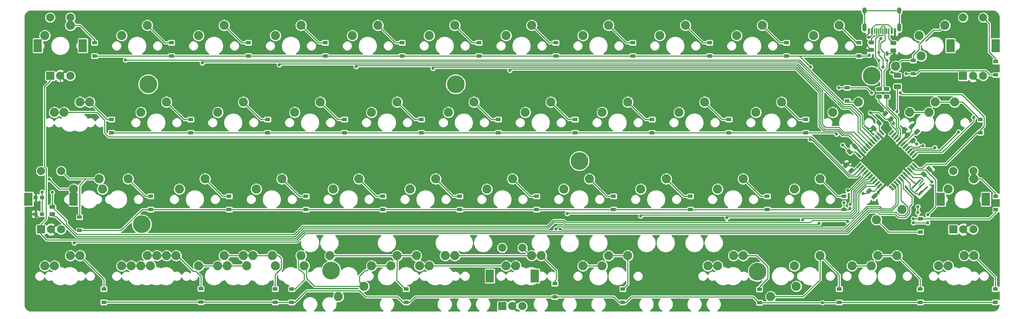
<source format=gbr>
G04 #@! TF.GenerationSoftware,KiCad,Pcbnew,(5.1.4)-1*
G04 #@! TF.CreationDate,2020-10-31T18:50:56-05:00*
G04 #@! TF.ProjectId,m3n3van,6d336e33-7661-46e2-9e6b-696361645f70,rev?*
G04 #@! TF.SameCoordinates,Original*
G04 #@! TF.FileFunction,Copper,L2,Bot*
G04 #@! TF.FilePolarity,Positive*
%FSLAX46Y46*%
G04 Gerber Fmt 4.6, Leading zero omitted, Abs format (unit mm)*
G04 Created by KiCad (PCBNEW (5.1.4)-1) date 2020-10-31 18:50:56*
%MOMM*%
%LPD*%
G04 APERTURE LIST*
%ADD10C,0.400000*%
%ADD11C,0.100000*%
%ADD12C,2.250000*%
%ADD13R,1.000000X0.900000*%
%ADD14C,4.400000*%
%ADD15O,1.000000X1.600000*%
%ADD16O,1.000000X2.100000*%
%ADD17R,0.300000X1.450000*%
%ADD18R,0.600000X1.450000*%
%ADD19C,0.550000*%
%ADD20R,0.700000X1.000000*%
%ADD21R,0.700000X0.600000*%
%ADD22C,0.975000*%
%ADD23C,1.250000*%
%ADD24C,2.000000*%
%ADD25R,2.000000X3.200000*%
%ADD26R,2.000000X2.000000*%
%ADD27R,1.200000X0.900000*%
%ADD28C,0.800000*%
%ADD29C,0.250000*%
%ADD30C,0.254000*%
G04 APERTURE END LIST*
D10*
X410591000Y-219202000D03*
D11*
G36*
X411863792Y-218212051D02*
G01*
X409601051Y-220474792D01*
X409318208Y-220191949D01*
X411580949Y-217929208D01*
X411863792Y-218212051D01*
X411863792Y-218212051D01*
G37*
D10*
X411439528Y-220050528D03*
D11*
G36*
X412712320Y-219060579D02*
G01*
X410449579Y-221323320D01*
X410166736Y-221040477D01*
X412429477Y-218777736D01*
X412712320Y-219060579D01*
X412712320Y-219060579D01*
G37*
D10*
X412288056Y-220899056D03*
D11*
G36*
X413560848Y-219909107D02*
G01*
X411298107Y-222171848D01*
X411015264Y-221889005D01*
X413278005Y-219626264D01*
X413560848Y-219909107D01*
X413560848Y-219909107D01*
G37*
D12*
X424815000Y-217963750D03*
X418465000Y-220503750D03*
D13*
X193967000Y-226713000D03*
X192367000Y-226713000D03*
X193967000Y-222613000D03*
X192367000Y-222613000D03*
D14*
X399487500Y-192342750D03*
X371238000Y-240977750D03*
X327087500Y-213519000D03*
X296437500Y-194469000D03*
X265587500Y-240692750D03*
X218637500Y-229242750D03*
X220237500Y-194468750D03*
D15*
X406354500Y-176209000D03*
X397714500Y-176209000D03*
D16*
X406354500Y-180389000D03*
X397714500Y-180389000D03*
D17*
X401784500Y-181304000D03*
X402284500Y-181304000D03*
X402784500Y-181304000D03*
X401284500Y-181304000D03*
X403284500Y-181304000D03*
X400784500Y-181304000D03*
X403784500Y-181304000D03*
X400284500Y-181304000D03*
D18*
X399584500Y-181304000D03*
X404484500Y-181304000D03*
X398809500Y-181304000D03*
X405259500Y-181304000D03*
D19*
X402054668Y-206501064D03*
D11*
G36*
X402779452Y-206836940D02*
G01*
X402390544Y-207225848D01*
X401329884Y-206165188D01*
X401718792Y-205776280D01*
X402779452Y-206836940D01*
X402779452Y-206836940D01*
G37*
D19*
X401488983Y-207066750D03*
D11*
G36*
X402213767Y-207402626D02*
G01*
X401824859Y-207791534D01*
X400764199Y-206730874D01*
X401153107Y-206341966D01*
X402213767Y-207402626D01*
X402213767Y-207402626D01*
G37*
D19*
X400923298Y-207632435D03*
D11*
G36*
X401648082Y-207968311D02*
G01*
X401259174Y-208357219D01*
X400198514Y-207296559D01*
X400587422Y-206907651D01*
X401648082Y-207968311D01*
X401648082Y-207968311D01*
G37*
D19*
X400357612Y-208198120D03*
D11*
G36*
X401082396Y-208533996D02*
G01*
X400693488Y-208922904D01*
X399632828Y-207862244D01*
X400021736Y-207473336D01*
X401082396Y-208533996D01*
X401082396Y-208533996D01*
G37*
D19*
X399791927Y-208763806D03*
D11*
G36*
X400516711Y-209099682D02*
G01*
X400127803Y-209488590D01*
X399067143Y-208427930D01*
X399456051Y-208039022D01*
X400516711Y-209099682D01*
X400516711Y-209099682D01*
G37*
D19*
X399226241Y-209329491D03*
D11*
G36*
X399951025Y-209665367D02*
G01*
X399562117Y-210054275D01*
X398501457Y-208993615D01*
X398890365Y-208604707D01*
X399951025Y-209665367D01*
X399951025Y-209665367D01*
G37*
D19*
X398660556Y-209895177D03*
D11*
G36*
X399385340Y-210231053D02*
G01*
X398996432Y-210619961D01*
X397935772Y-209559301D01*
X398324680Y-209170393D01*
X399385340Y-210231053D01*
X399385340Y-210231053D01*
G37*
D19*
X398094870Y-210460862D03*
D11*
G36*
X398819654Y-210796738D02*
G01*
X398430746Y-211185646D01*
X397370086Y-210124986D01*
X397758994Y-209736078D01*
X398819654Y-210796738D01*
X398819654Y-210796738D01*
G37*
D19*
X397529185Y-211026548D03*
D11*
G36*
X398253969Y-211362424D02*
G01*
X397865061Y-211751332D01*
X396804401Y-210690672D01*
X397193309Y-210301764D01*
X398253969Y-211362424D01*
X398253969Y-211362424D01*
G37*
D19*
X396963500Y-211592233D03*
D11*
G36*
X397688284Y-211928109D02*
G01*
X397299376Y-212317017D01*
X396238716Y-211256357D01*
X396627624Y-210867449D01*
X397688284Y-211928109D01*
X397688284Y-211928109D01*
G37*
D19*
X396397814Y-212157918D03*
D11*
G36*
X397122598Y-212493794D02*
G01*
X396733690Y-212882702D01*
X395673030Y-211822042D01*
X396061938Y-211433134D01*
X397122598Y-212493794D01*
X397122598Y-212493794D01*
G37*
D19*
X396397814Y-214562082D03*
D11*
G36*
X396733690Y-213837298D02*
G01*
X397122598Y-214226206D01*
X396061938Y-215286866D01*
X395673030Y-214897958D01*
X396733690Y-213837298D01*
X396733690Y-213837298D01*
G37*
D19*
X396963500Y-215127767D03*
D11*
G36*
X397299376Y-214402983D02*
G01*
X397688284Y-214791891D01*
X396627624Y-215852551D01*
X396238716Y-215463643D01*
X397299376Y-214402983D01*
X397299376Y-214402983D01*
G37*
D19*
X397529185Y-215693452D03*
D11*
G36*
X397865061Y-214968668D02*
G01*
X398253969Y-215357576D01*
X397193309Y-216418236D01*
X396804401Y-216029328D01*
X397865061Y-214968668D01*
X397865061Y-214968668D01*
G37*
D19*
X398094870Y-216259138D03*
D11*
G36*
X398430746Y-215534354D02*
G01*
X398819654Y-215923262D01*
X397758994Y-216983922D01*
X397370086Y-216595014D01*
X398430746Y-215534354D01*
X398430746Y-215534354D01*
G37*
D19*
X398660556Y-216824823D03*
D11*
G36*
X398996432Y-216100039D02*
G01*
X399385340Y-216488947D01*
X398324680Y-217549607D01*
X397935772Y-217160699D01*
X398996432Y-216100039D01*
X398996432Y-216100039D01*
G37*
D19*
X399226241Y-217390509D03*
D11*
G36*
X399562117Y-216665725D02*
G01*
X399951025Y-217054633D01*
X398890365Y-218115293D01*
X398501457Y-217726385D01*
X399562117Y-216665725D01*
X399562117Y-216665725D01*
G37*
D19*
X399791927Y-217956194D03*
D11*
G36*
X400127803Y-217231410D02*
G01*
X400516711Y-217620318D01*
X399456051Y-218680978D01*
X399067143Y-218292070D01*
X400127803Y-217231410D01*
X400127803Y-217231410D01*
G37*
D19*
X400357612Y-218521880D03*
D11*
G36*
X400693488Y-217797096D02*
G01*
X401082396Y-218186004D01*
X400021736Y-219246664D01*
X399632828Y-218857756D01*
X400693488Y-217797096D01*
X400693488Y-217797096D01*
G37*
D19*
X400923298Y-219087565D03*
D11*
G36*
X401259174Y-218362781D02*
G01*
X401648082Y-218751689D01*
X400587422Y-219812349D01*
X400198514Y-219423441D01*
X401259174Y-218362781D01*
X401259174Y-218362781D01*
G37*
D19*
X401488983Y-219653250D03*
D11*
G36*
X401824859Y-218928466D02*
G01*
X402213767Y-219317374D01*
X401153107Y-220378034D01*
X400764199Y-219989126D01*
X401824859Y-218928466D01*
X401824859Y-218928466D01*
G37*
D19*
X402054668Y-220218936D03*
D11*
G36*
X402390544Y-219494152D02*
G01*
X402779452Y-219883060D01*
X401718792Y-220943720D01*
X401329884Y-220554812D01*
X402390544Y-219494152D01*
X402390544Y-219494152D01*
G37*
D19*
X404458832Y-220218936D03*
D11*
G36*
X405183616Y-220554812D02*
G01*
X404794708Y-220943720D01*
X403734048Y-219883060D01*
X404122956Y-219494152D01*
X405183616Y-220554812D01*
X405183616Y-220554812D01*
G37*
D19*
X405024517Y-219653250D03*
D11*
G36*
X405749301Y-219989126D02*
G01*
X405360393Y-220378034D01*
X404299733Y-219317374D01*
X404688641Y-218928466D01*
X405749301Y-219989126D01*
X405749301Y-219989126D01*
G37*
D19*
X405590202Y-219087565D03*
D11*
G36*
X406314986Y-219423441D02*
G01*
X405926078Y-219812349D01*
X404865418Y-218751689D01*
X405254326Y-218362781D01*
X406314986Y-219423441D01*
X406314986Y-219423441D01*
G37*
D19*
X406155888Y-218521880D03*
D11*
G36*
X406880672Y-218857756D02*
G01*
X406491764Y-219246664D01*
X405431104Y-218186004D01*
X405820012Y-217797096D01*
X406880672Y-218857756D01*
X406880672Y-218857756D01*
G37*
D19*
X406721573Y-217956194D03*
D11*
G36*
X407446357Y-218292070D02*
G01*
X407057449Y-218680978D01*
X405996789Y-217620318D01*
X406385697Y-217231410D01*
X407446357Y-218292070D01*
X407446357Y-218292070D01*
G37*
D19*
X407287259Y-217390509D03*
D11*
G36*
X408012043Y-217726385D02*
G01*
X407623135Y-218115293D01*
X406562475Y-217054633D01*
X406951383Y-216665725D01*
X408012043Y-217726385D01*
X408012043Y-217726385D01*
G37*
D19*
X407852944Y-216824823D03*
D11*
G36*
X408577728Y-217160699D02*
G01*
X408188820Y-217549607D01*
X407128160Y-216488947D01*
X407517068Y-216100039D01*
X408577728Y-217160699D01*
X408577728Y-217160699D01*
G37*
D19*
X408418630Y-216259138D03*
D11*
G36*
X409143414Y-216595014D02*
G01*
X408754506Y-216983922D01*
X407693846Y-215923262D01*
X408082754Y-215534354D01*
X409143414Y-216595014D01*
X409143414Y-216595014D01*
G37*
D19*
X408984315Y-215693452D03*
D11*
G36*
X409709099Y-216029328D02*
G01*
X409320191Y-216418236D01*
X408259531Y-215357576D01*
X408648439Y-214968668D01*
X409709099Y-216029328D01*
X409709099Y-216029328D01*
G37*
D19*
X409550000Y-215127767D03*
D11*
G36*
X410274784Y-215463643D02*
G01*
X409885876Y-215852551D01*
X408825216Y-214791891D01*
X409214124Y-214402983D01*
X410274784Y-215463643D01*
X410274784Y-215463643D01*
G37*
D19*
X410115686Y-214562082D03*
D11*
G36*
X410840470Y-214897958D02*
G01*
X410451562Y-215286866D01*
X409390902Y-214226206D01*
X409779810Y-213837298D01*
X410840470Y-214897958D01*
X410840470Y-214897958D01*
G37*
D19*
X410115686Y-212157918D03*
D11*
G36*
X410451562Y-211433134D02*
G01*
X410840470Y-211822042D01*
X409779810Y-212882702D01*
X409390902Y-212493794D01*
X410451562Y-211433134D01*
X410451562Y-211433134D01*
G37*
D19*
X409550000Y-211592233D03*
D11*
G36*
X409885876Y-210867449D02*
G01*
X410274784Y-211256357D01*
X409214124Y-212317017D01*
X408825216Y-211928109D01*
X409885876Y-210867449D01*
X409885876Y-210867449D01*
G37*
D19*
X408984315Y-211026548D03*
D11*
G36*
X409320191Y-210301764D02*
G01*
X409709099Y-210690672D01*
X408648439Y-211751332D01*
X408259531Y-211362424D01*
X409320191Y-210301764D01*
X409320191Y-210301764D01*
G37*
D19*
X408418630Y-210460862D03*
D11*
G36*
X408754506Y-209736078D02*
G01*
X409143414Y-210124986D01*
X408082754Y-211185646D01*
X407693846Y-210796738D01*
X408754506Y-209736078D01*
X408754506Y-209736078D01*
G37*
D19*
X407852944Y-209895177D03*
D11*
G36*
X408188820Y-209170393D02*
G01*
X408577728Y-209559301D01*
X407517068Y-210619961D01*
X407128160Y-210231053D01*
X408188820Y-209170393D01*
X408188820Y-209170393D01*
G37*
D19*
X407287259Y-209329491D03*
D11*
G36*
X407623135Y-208604707D02*
G01*
X408012043Y-208993615D01*
X406951383Y-210054275D01*
X406562475Y-209665367D01*
X407623135Y-208604707D01*
X407623135Y-208604707D01*
G37*
D19*
X406721573Y-208763806D03*
D11*
G36*
X407057449Y-208039022D02*
G01*
X407446357Y-208427930D01*
X406385697Y-209488590D01*
X405996789Y-209099682D01*
X407057449Y-208039022D01*
X407057449Y-208039022D01*
G37*
D19*
X406155888Y-208198120D03*
D11*
G36*
X406491764Y-207473336D02*
G01*
X406880672Y-207862244D01*
X405820012Y-208922904D01*
X405431104Y-208533996D01*
X406491764Y-207473336D01*
X406491764Y-207473336D01*
G37*
D19*
X405590202Y-207632435D03*
D11*
G36*
X405926078Y-206907651D02*
G01*
X406314986Y-207296559D01*
X405254326Y-208357219D01*
X404865418Y-207968311D01*
X405926078Y-206907651D01*
X405926078Y-206907651D01*
G37*
D19*
X405024517Y-207066750D03*
D11*
G36*
X405360393Y-206341966D02*
G01*
X405749301Y-206730874D01*
X404688641Y-207791534D01*
X404299733Y-207402626D01*
X405360393Y-206341966D01*
X405360393Y-206341966D01*
G37*
D19*
X404458832Y-206501064D03*
D11*
G36*
X404794708Y-205776280D02*
G01*
X405183616Y-206165188D01*
X404122956Y-207225848D01*
X403734048Y-206836940D01*
X404794708Y-205776280D01*
X404794708Y-205776280D01*
G37*
D20*
X403336000Y-186829000D03*
D21*
X401336000Y-186629000D03*
X403336000Y-188529000D03*
X401336000Y-188529000D03*
D11*
G36*
X394664065Y-215190362D02*
G01*
X394687726Y-215193872D01*
X394710930Y-215199684D01*
X394733452Y-215207742D01*
X394755076Y-215217970D01*
X394775593Y-215230267D01*
X394794806Y-215244517D01*
X394812530Y-215260581D01*
X395157245Y-215605296D01*
X395173309Y-215623020D01*
X395187559Y-215642233D01*
X395199856Y-215662750D01*
X395210084Y-215684374D01*
X395218142Y-215706896D01*
X395223954Y-215730100D01*
X395227464Y-215753761D01*
X395228638Y-215777653D01*
X395227464Y-215801545D01*
X395223954Y-215825206D01*
X395218142Y-215848410D01*
X395210084Y-215870932D01*
X395199856Y-215892556D01*
X395187559Y-215913073D01*
X395173309Y-215932286D01*
X395157245Y-215950010D01*
X394512010Y-216595245D01*
X394494286Y-216611309D01*
X394475073Y-216625559D01*
X394454556Y-216637856D01*
X394432932Y-216648084D01*
X394410410Y-216656142D01*
X394387206Y-216661954D01*
X394363545Y-216665464D01*
X394339653Y-216666638D01*
X394315761Y-216665464D01*
X394292100Y-216661954D01*
X394268896Y-216656142D01*
X394246374Y-216648084D01*
X394224750Y-216637856D01*
X394204233Y-216625559D01*
X394185020Y-216611309D01*
X394167296Y-216595245D01*
X393822581Y-216250530D01*
X393806517Y-216232806D01*
X393792267Y-216213593D01*
X393779970Y-216193076D01*
X393769742Y-216171452D01*
X393761684Y-216148930D01*
X393755872Y-216125726D01*
X393752362Y-216102065D01*
X393751188Y-216078173D01*
X393752362Y-216054281D01*
X393755872Y-216030620D01*
X393761684Y-216007416D01*
X393769742Y-215984894D01*
X393779970Y-215963270D01*
X393792267Y-215942753D01*
X393806517Y-215923540D01*
X393822581Y-215905816D01*
X394467816Y-215260581D01*
X394485540Y-215244517D01*
X394504753Y-215230267D01*
X394525270Y-215217970D01*
X394546894Y-215207742D01*
X394569416Y-215199684D01*
X394592620Y-215193872D01*
X394616281Y-215190362D01*
X394640173Y-215189188D01*
X394664065Y-215190362D01*
X394664065Y-215190362D01*
G37*
D22*
X394489913Y-215927913D03*
D11*
G36*
X393338239Y-213864536D02*
G01*
X393361900Y-213868046D01*
X393385104Y-213873858D01*
X393407626Y-213881916D01*
X393429250Y-213892144D01*
X393449767Y-213904441D01*
X393468980Y-213918691D01*
X393486704Y-213934755D01*
X393831419Y-214279470D01*
X393847483Y-214297194D01*
X393861733Y-214316407D01*
X393874030Y-214336924D01*
X393884258Y-214358548D01*
X393892316Y-214381070D01*
X393898128Y-214404274D01*
X393901638Y-214427935D01*
X393902812Y-214451827D01*
X393901638Y-214475719D01*
X393898128Y-214499380D01*
X393892316Y-214522584D01*
X393884258Y-214545106D01*
X393874030Y-214566730D01*
X393861733Y-214587247D01*
X393847483Y-214606460D01*
X393831419Y-214624184D01*
X393186184Y-215269419D01*
X393168460Y-215285483D01*
X393149247Y-215299733D01*
X393128730Y-215312030D01*
X393107106Y-215322258D01*
X393084584Y-215330316D01*
X393061380Y-215336128D01*
X393037719Y-215339638D01*
X393013827Y-215340812D01*
X392989935Y-215339638D01*
X392966274Y-215336128D01*
X392943070Y-215330316D01*
X392920548Y-215322258D01*
X392898924Y-215312030D01*
X392878407Y-215299733D01*
X392859194Y-215285483D01*
X392841470Y-215269419D01*
X392496755Y-214924704D01*
X392480691Y-214906980D01*
X392466441Y-214887767D01*
X392454144Y-214867250D01*
X392443916Y-214845626D01*
X392435858Y-214823104D01*
X392430046Y-214799900D01*
X392426536Y-214776239D01*
X392425362Y-214752347D01*
X392426536Y-214728455D01*
X392430046Y-214704794D01*
X392435858Y-214681590D01*
X392443916Y-214659068D01*
X392454144Y-214637444D01*
X392466441Y-214616927D01*
X392480691Y-214597714D01*
X392496755Y-214579990D01*
X393141990Y-213934755D01*
X393159714Y-213918691D01*
X393178927Y-213904441D01*
X393199444Y-213892144D01*
X393221068Y-213881916D01*
X393243590Y-213873858D01*
X393266794Y-213868046D01*
X393290455Y-213864536D01*
X393314347Y-213863362D01*
X393338239Y-213864536D01*
X393338239Y-213864536D01*
G37*
D22*
X393164087Y-214602087D03*
D11*
G36*
X405356142Y-183742174D02*
G01*
X405379803Y-183745684D01*
X405403007Y-183751496D01*
X405425529Y-183759554D01*
X405447153Y-183769782D01*
X405467670Y-183782079D01*
X405486883Y-183796329D01*
X405504607Y-183812393D01*
X405520671Y-183830117D01*
X405534921Y-183849330D01*
X405547218Y-183869847D01*
X405557446Y-183891471D01*
X405565504Y-183913993D01*
X405571316Y-183937197D01*
X405574826Y-183960858D01*
X405576000Y-183984750D01*
X405576000Y-184472250D01*
X405574826Y-184496142D01*
X405571316Y-184519803D01*
X405565504Y-184543007D01*
X405557446Y-184565529D01*
X405547218Y-184587153D01*
X405534921Y-184607670D01*
X405520671Y-184626883D01*
X405504607Y-184644607D01*
X405486883Y-184660671D01*
X405467670Y-184674921D01*
X405447153Y-184687218D01*
X405425529Y-184697446D01*
X405403007Y-184705504D01*
X405379803Y-184711316D01*
X405356142Y-184714826D01*
X405332250Y-184716000D01*
X404419750Y-184716000D01*
X404395858Y-184714826D01*
X404372197Y-184711316D01*
X404348993Y-184705504D01*
X404326471Y-184697446D01*
X404304847Y-184687218D01*
X404284330Y-184674921D01*
X404265117Y-184660671D01*
X404247393Y-184644607D01*
X404231329Y-184626883D01*
X404217079Y-184607670D01*
X404204782Y-184587153D01*
X404194554Y-184565529D01*
X404186496Y-184543007D01*
X404180684Y-184519803D01*
X404177174Y-184496142D01*
X404176000Y-184472250D01*
X404176000Y-183984750D01*
X404177174Y-183960858D01*
X404180684Y-183937197D01*
X404186496Y-183913993D01*
X404194554Y-183891471D01*
X404204782Y-183869847D01*
X404217079Y-183849330D01*
X404231329Y-183830117D01*
X404247393Y-183812393D01*
X404265117Y-183796329D01*
X404284330Y-183782079D01*
X404304847Y-183769782D01*
X404326471Y-183759554D01*
X404348993Y-183751496D01*
X404372197Y-183745684D01*
X404395858Y-183742174D01*
X404419750Y-183741000D01*
X405332250Y-183741000D01*
X405356142Y-183742174D01*
X405356142Y-183742174D01*
G37*
D22*
X404876000Y-184228500D03*
D11*
G36*
X405356142Y-185617174D02*
G01*
X405379803Y-185620684D01*
X405403007Y-185626496D01*
X405425529Y-185634554D01*
X405447153Y-185644782D01*
X405467670Y-185657079D01*
X405486883Y-185671329D01*
X405504607Y-185687393D01*
X405520671Y-185705117D01*
X405534921Y-185724330D01*
X405547218Y-185744847D01*
X405557446Y-185766471D01*
X405565504Y-185788993D01*
X405571316Y-185812197D01*
X405574826Y-185835858D01*
X405576000Y-185859750D01*
X405576000Y-186347250D01*
X405574826Y-186371142D01*
X405571316Y-186394803D01*
X405565504Y-186418007D01*
X405557446Y-186440529D01*
X405547218Y-186462153D01*
X405534921Y-186482670D01*
X405520671Y-186501883D01*
X405504607Y-186519607D01*
X405486883Y-186535671D01*
X405467670Y-186549921D01*
X405447153Y-186562218D01*
X405425529Y-186572446D01*
X405403007Y-186580504D01*
X405379803Y-186586316D01*
X405356142Y-186589826D01*
X405332250Y-186591000D01*
X404419750Y-186591000D01*
X404395858Y-186589826D01*
X404372197Y-186586316D01*
X404348993Y-186580504D01*
X404326471Y-186572446D01*
X404304847Y-186562218D01*
X404284330Y-186549921D01*
X404265117Y-186535671D01*
X404247393Y-186519607D01*
X404231329Y-186501883D01*
X404217079Y-186482670D01*
X404204782Y-186462153D01*
X404194554Y-186440529D01*
X404186496Y-186418007D01*
X404180684Y-186394803D01*
X404177174Y-186371142D01*
X404176000Y-186347250D01*
X404176000Y-185859750D01*
X404177174Y-185835858D01*
X404180684Y-185812197D01*
X404186496Y-185788993D01*
X404194554Y-185766471D01*
X404204782Y-185744847D01*
X404217079Y-185724330D01*
X404231329Y-185705117D01*
X404247393Y-185687393D01*
X404265117Y-185671329D01*
X404284330Y-185657079D01*
X404304847Y-185644782D01*
X404326471Y-185634554D01*
X404348993Y-185626496D01*
X404372197Y-185620684D01*
X404395858Y-185617174D01*
X404419750Y-185616000D01*
X405332250Y-185616000D01*
X405356142Y-185617174D01*
X405356142Y-185617174D01*
G37*
D22*
X404876000Y-186103500D03*
D11*
G36*
X399895142Y-183615174D02*
G01*
X399918803Y-183618684D01*
X399942007Y-183624496D01*
X399964529Y-183632554D01*
X399986153Y-183642782D01*
X400006670Y-183655079D01*
X400025883Y-183669329D01*
X400043607Y-183685393D01*
X400059671Y-183703117D01*
X400073921Y-183722330D01*
X400086218Y-183742847D01*
X400096446Y-183764471D01*
X400104504Y-183786993D01*
X400110316Y-183810197D01*
X400113826Y-183833858D01*
X400115000Y-183857750D01*
X400115000Y-184345250D01*
X400113826Y-184369142D01*
X400110316Y-184392803D01*
X400104504Y-184416007D01*
X400096446Y-184438529D01*
X400086218Y-184460153D01*
X400073921Y-184480670D01*
X400059671Y-184499883D01*
X400043607Y-184517607D01*
X400025883Y-184533671D01*
X400006670Y-184547921D01*
X399986153Y-184560218D01*
X399964529Y-184570446D01*
X399942007Y-184578504D01*
X399918803Y-184584316D01*
X399895142Y-184587826D01*
X399871250Y-184589000D01*
X398958750Y-184589000D01*
X398934858Y-184587826D01*
X398911197Y-184584316D01*
X398887993Y-184578504D01*
X398865471Y-184570446D01*
X398843847Y-184560218D01*
X398823330Y-184547921D01*
X398804117Y-184533671D01*
X398786393Y-184517607D01*
X398770329Y-184499883D01*
X398756079Y-184480670D01*
X398743782Y-184460153D01*
X398733554Y-184438529D01*
X398725496Y-184416007D01*
X398719684Y-184392803D01*
X398716174Y-184369142D01*
X398715000Y-184345250D01*
X398715000Y-183857750D01*
X398716174Y-183833858D01*
X398719684Y-183810197D01*
X398725496Y-183786993D01*
X398733554Y-183764471D01*
X398743782Y-183742847D01*
X398756079Y-183722330D01*
X398770329Y-183703117D01*
X398786393Y-183685393D01*
X398804117Y-183669329D01*
X398823330Y-183655079D01*
X398843847Y-183642782D01*
X398865471Y-183632554D01*
X398887993Y-183624496D01*
X398911197Y-183618684D01*
X398934858Y-183615174D01*
X398958750Y-183614000D01*
X399871250Y-183614000D01*
X399895142Y-183615174D01*
X399895142Y-183615174D01*
G37*
D22*
X399415000Y-184101500D03*
D11*
G36*
X399895142Y-185490174D02*
G01*
X399918803Y-185493684D01*
X399942007Y-185499496D01*
X399964529Y-185507554D01*
X399986153Y-185517782D01*
X400006670Y-185530079D01*
X400025883Y-185544329D01*
X400043607Y-185560393D01*
X400059671Y-185578117D01*
X400073921Y-185597330D01*
X400086218Y-185617847D01*
X400096446Y-185639471D01*
X400104504Y-185661993D01*
X400110316Y-185685197D01*
X400113826Y-185708858D01*
X400115000Y-185732750D01*
X400115000Y-186220250D01*
X400113826Y-186244142D01*
X400110316Y-186267803D01*
X400104504Y-186291007D01*
X400096446Y-186313529D01*
X400086218Y-186335153D01*
X400073921Y-186355670D01*
X400059671Y-186374883D01*
X400043607Y-186392607D01*
X400025883Y-186408671D01*
X400006670Y-186422921D01*
X399986153Y-186435218D01*
X399964529Y-186445446D01*
X399942007Y-186453504D01*
X399918803Y-186459316D01*
X399895142Y-186462826D01*
X399871250Y-186464000D01*
X398958750Y-186464000D01*
X398934858Y-186462826D01*
X398911197Y-186459316D01*
X398887993Y-186453504D01*
X398865471Y-186445446D01*
X398843847Y-186435218D01*
X398823330Y-186422921D01*
X398804117Y-186408671D01*
X398786393Y-186392607D01*
X398770329Y-186374883D01*
X398756079Y-186355670D01*
X398743782Y-186335153D01*
X398733554Y-186313529D01*
X398725496Y-186291007D01*
X398719684Y-186267803D01*
X398716174Y-186244142D01*
X398715000Y-186220250D01*
X398715000Y-185732750D01*
X398716174Y-185708858D01*
X398719684Y-185685197D01*
X398725496Y-185661993D01*
X398733554Y-185639471D01*
X398743782Y-185617847D01*
X398756079Y-185597330D01*
X398770329Y-185578117D01*
X398786393Y-185560393D01*
X398804117Y-185544329D01*
X398823330Y-185530079D01*
X398843847Y-185517782D01*
X398865471Y-185507554D01*
X398887993Y-185499496D01*
X398911197Y-185493684D01*
X398934858Y-185490174D01*
X398958750Y-185489000D01*
X399871250Y-185489000D01*
X399895142Y-185490174D01*
X399895142Y-185490174D01*
G37*
D22*
X399415000Y-185976500D03*
D11*
G36*
X403705142Y-195172174D02*
G01*
X403728803Y-195175684D01*
X403752007Y-195181496D01*
X403774529Y-195189554D01*
X403796153Y-195199782D01*
X403816670Y-195212079D01*
X403835883Y-195226329D01*
X403853607Y-195242393D01*
X403869671Y-195260117D01*
X403883921Y-195279330D01*
X403896218Y-195299847D01*
X403906446Y-195321471D01*
X403914504Y-195343993D01*
X403920316Y-195367197D01*
X403923826Y-195390858D01*
X403925000Y-195414750D01*
X403925000Y-195902250D01*
X403923826Y-195926142D01*
X403920316Y-195949803D01*
X403914504Y-195973007D01*
X403906446Y-195995529D01*
X403896218Y-196017153D01*
X403883921Y-196037670D01*
X403869671Y-196056883D01*
X403853607Y-196074607D01*
X403835883Y-196090671D01*
X403816670Y-196104921D01*
X403796153Y-196117218D01*
X403774529Y-196127446D01*
X403752007Y-196135504D01*
X403728803Y-196141316D01*
X403705142Y-196144826D01*
X403681250Y-196146000D01*
X402768750Y-196146000D01*
X402744858Y-196144826D01*
X402721197Y-196141316D01*
X402697993Y-196135504D01*
X402675471Y-196127446D01*
X402653847Y-196117218D01*
X402633330Y-196104921D01*
X402614117Y-196090671D01*
X402596393Y-196074607D01*
X402580329Y-196056883D01*
X402566079Y-196037670D01*
X402553782Y-196017153D01*
X402543554Y-195995529D01*
X402535496Y-195973007D01*
X402529684Y-195949803D01*
X402526174Y-195926142D01*
X402525000Y-195902250D01*
X402525000Y-195414750D01*
X402526174Y-195390858D01*
X402529684Y-195367197D01*
X402535496Y-195343993D01*
X402543554Y-195321471D01*
X402553782Y-195299847D01*
X402566079Y-195279330D01*
X402580329Y-195260117D01*
X402596393Y-195242393D01*
X402614117Y-195226329D01*
X402633330Y-195212079D01*
X402653847Y-195199782D01*
X402675471Y-195189554D01*
X402697993Y-195181496D01*
X402721197Y-195175684D01*
X402744858Y-195172174D01*
X402768750Y-195171000D01*
X403681250Y-195171000D01*
X403705142Y-195172174D01*
X403705142Y-195172174D01*
G37*
D22*
X403225000Y-195658500D03*
D11*
G36*
X403705142Y-197047174D02*
G01*
X403728803Y-197050684D01*
X403752007Y-197056496D01*
X403774529Y-197064554D01*
X403796153Y-197074782D01*
X403816670Y-197087079D01*
X403835883Y-197101329D01*
X403853607Y-197117393D01*
X403869671Y-197135117D01*
X403883921Y-197154330D01*
X403896218Y-197174847D01*
X403906446Y-197196471D01*
X403914504Y-197218993D01*
X403920316Y-197242197D01*
X403923826Y-197265858D01*
X403925000Y-197289750D01*
X403925000Y-197777250D01*
X403923826Y-197801142D01*
X403920316Y-197824803D01*
X403914504Y-197848007D01*
X403906446Y-197870529D01*
X403896218Y-197892153D01*
X403883921Y-197912670D01*
X403869671Y-197931883D01*
X403853607Y-197949607D01*
X403835883Y-197965671D01*
X403816670Y-197979921D01*
X403796153Y-197992218D01*
X403774529Y-198002446D01*
X403752007Y-198010504D01*
X403728803Y-198016316D01*
X403705142Y-198019826D01*
X403681250Y-198021000D01*
X402768750Y-198021000D01*
X402744858Y-198019826D01*
X402721197Y-198016316D01*
X402697993Y-198010504D01*
X402675471Y-198002446D01*
X402653847Y-197992218D01*
X402633330Y-197979921D01*
X402614117Y-197965671D01*
X402596393Y-197949607D01*
X402580329Y-197931883D01*
X402566079Y-197912670D01*
X402553782Y-197892153D01*
X402543554Y-197870529D01*
X402535496Y-197848007D01*
X402529684Y-197824803D01*
X402526174Y-197801142D01*
X402525000Y-197777250D01*
X402525000Y-197289750D01*
X402526174Y-197265858D01*
X402529684Y-197242197D01*
X402535496Y-197218993D01*
X402543554Y-197196471D01*
X402553782Y-197174847D01*
X402566079Y-197154330D01*
X402580329Y-197135117D01*
X402596393Y-197117393D01*
X402614117Y-197101329D01*
X402633330Y-197087079D01*
X402653847Y-197074782D01*
X402675471Y-197064554D01*
X402697993Y-197056496D01*
X402721197Y-197050684D01*
X402744858Y-197047174D01*
X402768750Y-197046000D01*
X403681250Y-197046000D01*
X403705142Y-197047174D01*
X403705142Y-197047174D01*
G37*
D22*
X403225000Y-197533500D03*
D11*
G36*
X401800142Y-195172174D02*
G01*
X401823803Y-195175684D01*
X401847007Y-195181496D01*
X401869529Y-195189554D01*
X401891153Y-195199782D01*
X401911670Y-195212079D01*
X401930883Y-195226329D01*
X401948607Y-195242393D01*
X401964671Y-195260117D01*
X401978921Y-195279330D01*
X401991218Y-195299847D01*
X402001446Y-195321471D01*
X402009504Y-195343993D01*
X402015316Y-195367197D01*
X402018826Y-195390858D01*
X402020000Y-195414750D01*
X402020000Y-195902250D01*
X402018826Y-195926142D01*
X402015316Y-195949803D01*
X402009504Y-195973007D01*
X402001446Y-195995529D01*
X401991218Y-196017153D01*
X401978921Y-196037670D01*
X401964671Y-196056883D01*
X401948607Y-196074607D01*
X401930883Y-196090671D01*
X401911670Y-196104921D01*
X401891153Y-196117218D01*
X401869529Y-196127446D01*
X401847007Y-196135504D01*
X401823803Y-196141316D01*
X401800142Y-196144826D01*
X401776250Y-196146000D01*
X400863750Y-196146000D01*
X400839858Y-196144826D01*
X400816197Y-196141316D01*
X400792993Y-196135504D01*
X400770471Y-196127446D01*
X400748847Y-196117218D01*
X400728330Y-196104921D01*
X400709117Y-196090671D01*
X400691393Y-196074607D01*
X400675329Y-196056883D01*
X400661079Y-196037670D01*
X400648782Y-196017153D01*
X400638554Y-195995529D01*
X400630496Y-195973007D01*
X400624684Y-195949803D01*
X400621174Y-195926142D01*
X400620000Y-195902250D01*
X400620000Y-195414750D01*
X400621174Y-195390858D01*
X400624684Y-195367197D01*
X400630496Y-195343993D01*
X400638554Y-195321471D01*
X400648782Y-195299847D01*
X400661079Y-195279330D01*
X400675329Y-195260117D01*
X400691393Y-195242393D01*
X400709117Y-195226329D01*
X400728330Y-195212079D01*
X400748847Y-195199782D01*
X400770471Y-195189554D01*
X400792993Y-195181496D01*
X400816197Y-195175684D01*
X400839858Y-195172174D01*
X400863750Y-195171000D01*
X401776250Y-195171000D01*
X401800142Y-195172174D01*
X401800142Y-195172174D01*
G37*
D22*
X401320000Y-195658500D03*
D11*
G36*
X401800142Y-197047174D02*
G01*
X401823803Y-197050684D01*
X401847007Y-197056496D01*
X401869529Y-197064554D01*
X401891153Y-197074782D01*
X401911670Y-197087079D01*
X401930883Y-197101329D01*
X401948607Y-197117393D01*
X401964671Y-197135117D01*
X401978921Y-197154330D01*
X401991218Y-197174847D01*
X402001446Y-197196471D01*
X402009504Y-197218993D01*
X402015316Y-197242197D01*
X402018826Y-197265858D01*
X402020000Y-197289750D01*
X402020000Y-197777250D01*
X402018826Y-197801142D01*
X402015316Y-197824803D01*
X402009504Y-197848007D01*
X402001446Y-197870529D01*
X401991218Y-197892153D01*
X401978921Y-197912670D01*
X401964671Y-197931883D01*
X401948607Y-197949607D01*
X401930883Y-197965671D01*
X401911670Y-197979921D01*
X401891153Y-197992218D01*
X401869529Y-198002446D01*
X401847007Y-198010504D01*
X401823803Y-198016316D01*
X401800142Y-198019826D01*
X401776250Y-198021000D01*
X400863750Y-198021000D01*
X400839858Y-198019826D01*
X400816197Y-198016316D01*
X400792993Y-198010504D01*
X400770471Y-198002446D01*
X400748847Y-197992218D01*
X400728330Y-197979921D01*
X400709117Y-197965671D01*
X400691393Y-197949607D01*
X400675329Y-197931883D01*
X400661079Y-197912670D01*
X400648782Y-197892153D01*
X400638554Y-197870529D01*
X400630496Y-197848007D01*
X400624684Y-197824803D01*
X400621174Y-197801142D01*
X400620000Y-197777250D01*
X400620000Y-197289750D01*
X400621174Y-197265858D01*
X400624684Y-197242197D01*
X400630496Y-197218993D01*
X400638554Y-197196471D01*
X400648782Y-197174847D01*
X400661079Y-197154330D01*
X400675329Y-197135117D01*
X400691393Y-197117393D01*
X400709117Y-197101329D01*
X400728330Y-197087079D01*
X400748847Y-197074782D01*
X400770471Y-197064554D01*
X400792993Y-197056496D01*
X400816197Y-197050684D01*
X400839858Y-197047174D01*
X400863750Y-197046000D01*
X401776250Y-197046000D01*
X401800142Y-197047174D01*
X401800142Y-197047174D01*
G37*
D22*
X401320000Y-197533500D03*
D11*
G36*
X196949142Y-224382174D02*
G01*
X196972803Y-224385684D01*
X196996007Y-224391496D01*
X197018529Y-224399554D01*
X197040153Y-224409782D01*
X197060670Y-224422079D01*
X197079883Y-224436329D01*
X197097607Y-224452393D01*
X197113671Y-224470117D01*
X197127921Y-224489330D01*
X197140218Y-224509847D01*
X197150446Y-224531471D01*
X197158504Y-224553993D01*
X197164316Y-224577197D01*
X197167826Y-224600858D01*
X197169000Y-224624750D01*
X197169000Y-225112250D01*
X197167826Y-225136142D01*
X197164316Y-225159803D01*
X197158504Y-225183007D01*
X197150446Y-225205529D01*
X197140218Y-225227153D01*
X197127921Y-225247670D01*
X197113671Y-225266883D01*
X197097607Y-225284607D01*
X197079883Y-225300671D01*
X197060670Y-225314921D01*
X197040153Y-225327218D01*
X197018529Y-225337446D01*
X196996007Y-225345504D01*
X196972803Y-225351316D01*
X196949142Y-225354826D01*
X196925250Y-225356000D01*
X196012750Y-225356000D01*
X195988858Y-225354826D01*
X195965197Y-225351316D01*
X195941993Y-225345504D01*
X195919471Y-225337446D01*
X195897847Y-225327218D01*
X195877330Y-225314921D01*
X195858117Y-225300671D01*
X195840393Y-225284607D01*
X195824329Y-225266883D01*
X195810079Y-225247670D01*
X195797782Y-225227153D01*
X195787554Y-225205529D01*
X195779496Y-225183007D01*
X195773684Y-225159803D01*
X195770174Y-225136142D01*
X195769000Y-225112250D01*
X195769000Y-224624750D01*
X195770174Y-224600858D01*
X195773684Y-224577197D01*
X195779496Y-224553993D01*
X195787554Y-224531471D01*
X195797782Y-224509847D01*
X195810079Y-224489330D01*
X195824329Y-224470117D01*
X195840393Y-224452393D01*
X195858117Y-224436329D01*
X195877330Y-224422079D01*
X195897847Y-224409782D01*
X195919471Y-224399554D01*
X195941993Y-224391496D01*
X195965197Y-224385684D01*
X195988858Y-224382174D01*
X196012750Y-224381000D01*
X196925250Y-224381000D01*
X196949142Y-224382174D01*
X196949142Y-224382174D01*
G37*
D22*
X196469000Y-224868500D03*
D11*
G36*
X196949142Y-226257174D02*
G01*
X196972803Y-226260684D01*
X196996007Y-226266496D01*
X197018529Y-226274554D01*
X197040153Y-226284782D01*
X197060670Y-226297079D01*
X197079883Y-226311329D01*
X197097607Y-226327393D01*
X197113671Y-226345117D01*
X197127921Y-226364330D01*
X197140218Y-226384847D01*
X197150446Y-226406471D01*
X197158504Y-226428993D01*
X197164316Y-226452197D01*
X197167826Y-226475858D01*
X197169000Y-226499750D01*
X197169000Y-226987250D01*
X197167826Y-227011142D01*
X197164316Y-227034803D01*
X197158504Y-227058007D01*
X197150446Y-227080529D01*
X197140218Y-227102153D01*
X197127921Y-227122670D01*
X197113671Y-227141883D01*
X197097607Y-227159607D01*
X197079883Y-227175671D01*
X197060670Y-227189921D01*
X197040153Y-227202218D01*
X197018529Y-227212446D01*
X196996007Y-227220504D01*
X196972803Y-227226316D01*
X196949142Y-227229826D01*
X196925250Y-227231000D01*
X196012750Y-227231000D01*
X195988858Y-227229826D01*
X195965197Y-227226316D01*
X195941993Y-227220504D01*
X195919471Y-227212446D01*
X195897847Y-227202218D01*
X195877330Y-227189921D01*
X195858117Y-227175671D01*
X195840393Y-227159607D01*
X195824329Y-227141883D01*
X195810079Y-227122670D01*
X195797782Y-227102153D01*
X195787554Y-227080529D01*
X195779496Y-227058007D01*
X195773684Y-227034803D01*
X195770174Y-227011142D01*
X195769000Y-226987250D01*
X195769000Y-226499750D01*
X195770174Y-226475858D01*
X195773684Y-226452197D01*
X195779496Y-226428993D01*
X195787554Y-226406471D01*
X195797782Y-226384847D01*
X195810079Y-226364330D01*
X195824329Y-226345117D01*
X195840393Y-226327393D01*
X195858117Y-226311329D01*
X195877330Y-226297079D01*
X195897847Y-226284782D01*
X195919471Y-226274554D01*
X195941993Y-226266496D01*
X195965197Y-226260684D01*
X195988858Y-226257174D01*
X196012750Y-226256000D01*
X196925250Y-226256000D01*
X196949142Y-226257174D01*
X196949142Y-226257174D01*
G37*
D22*
X196469000Y-226743500D03*
D11*
G36*
X406541504Y-191651204D02*
G01*
X406565773Y-191654804D01*
X406589571Y-191660765D01*
X406612671Y-191669030D01*
X406634849Y-191679520D01*
X406655893Y-191692133D01*
X406675598Y-191706747D01*
X406693777Y-191723223D01*
X406710253Y-191741402D01*
X406724867Y-191761107D01*
X406737480Y-191782151D01*
X406747970Y-191804329D01*
X406756235Y-191827429D01*
X406762196Y-191851227D01*
X406765796Y-191875496D01*
X406767000Y-191900000D01*
X406767000Y-192650000D01*
X406765796Y-192674504D01*
X406762196Y-192698773D01*
X406756235Y-192722571D01*
X406747970Y-192745671D01*
X406737480Y-192767849D01*
X406724867Y-192788893D01*
X406710253Y-192808598D01*
X406693777Y-192826777D01*
X406675598Y-192843253D01*
X406655893Y-192857867D01*
X406634849Y-192870480D01*
X406612671Y-192880970D01*
X406589571Y-192889235D01*
X406565773Y-192895196D01*
X406541504Y-192898796D01*
X406517000Y-192900000D01*
X405267000Y-192900000D01*
X405242496Y-192898796D01*
X405218227Y-192895196D01*
X405194429Y-192889235D01*
X405171329Y-192880970D01*
X405149151Y-192870480D01*
X405128107Y-192857867D01*
X405108402Y-192843253D01*
X405090223Y-192826777D01*
X405073747Y-192808598D01*
X405059133Y-192788893D01*
X405046520Y-192767849D01*
X405036030Y-192745671D01*
X405027765Y-192722571D01*
X405021804Y-192698773D01*
X405018204Y-192674504D01*
X405017000Y-192650000D01*
X405017000Y-191900000D01*
X405018204Y-191875496D01*
X405021804Y-191851227D01*
X405027765Y-191827429D01*
X405036030Y-191804329D01*
X405046520Y-191782151D01*
X405059133Y-191761107D01*
X405073747Y-191741402D01*
X405090223Y-191723223D01*
X405108402Y-191706747D01*
X405128107Y-191692133D01*
X405149151Y-191679520D01*
X405171329Y-191669030D01*
X405194429Y-191660765D01*
X405218227Y-191654804D01*
X405242496Y-191651204D01*
X405267000Y-191650000D01*
X406517000Y-191650000D01*
X406541504Y-191651204D01*
X406541504Y-191651204D01*
G37*
D23*
X405892000Y-192275000D03*
D11*
G36*
X406541504Y-194451204D02*
G01*
X406565773Y-194454804D01*
X406589571Y-194460765D01*
X406612671Y-194469030D01*
X406634849Y-194479520D01*
X406655893Y-194492133D01*
X406675598Y-194506747D01*
X406693777Y-194523223D01*
X406710253Y-194541402D01*
X406724867Y-194561107D01*
X406737480Y-194582151D01*
X406747970Y-194604329D01*
X406756235Y-194627429D01*
X406762196Y-194651227D01*
X406765796Y-194675496D01*
X406767000Y-194700000D01*
X406767000Y-195450000D01*
X406765796Y-195474504D01*
X406762196Y-195498773D01*
X406756235Y-195522571D01*
X406747970Y-195545671D01*
X406737480Y-195567849D01*
X406724867Y-195588893D01*
X406710253Y-195608598D01*
X406693777Y-195626777D01*
X406675598Y-195643253D01*
X406655893Y-195657867D01*
X406634849Y-195670480D01*
X406612671Y-195680970D01*
X406589571Y-195689235D01*
X406565773Y-195695196D01*
X406541504Y-195698796D01*
X406517000Y-195700000D01*
X405267000Y-195700000D01*
X405242496Y-195698796D01*
X405218227Y-195695196D01*
X405194429Y-195689235D01*
X405171329Y-195680970D01*
X405149151Y-195670480D01*
X405128107Y-195657867D01*
X405108402Y-195643253D01*
X405090223Y-195626777D01*
X405073747Y-195608598D01*
X405059133Y-195588893D01*
X405046520Y-195567849D01*
X405036030Y-195545671D01*
X405027765Y-195522571D01*
X405021804Y-195498773D01*
X405018204Y-195474504D01*
X405017000Y-195450000D01*
X405017000Y-194700000D01*
X405018204Y-194675496D01*
X405021804Y-194651227D01*
X405027765Y-194627429D01*
X405036030Y-194604329D01*
X405046520Y-194582151D01*
X405059133Y-194561107D01*
X405073747Y-194541402D01*
X405090223Y-194523223D01*
X405108402Y-194506747D01*
X405128107Y-194492133D01*
X405149151Y-194479520D01*
X405171329Y-194469030D01*
X405194429Y-194460765D01*
X405218227Y-194454804D01*
X405242496Y-194451204D01*
X405267000Y-194450000D01*
X406517000Y-194450000D01*
X406541504Y-194451204D01*
X406541504Y-194451204D01*
G37*
D23*
X405892000Y-195075000D03*
D11*
G36*
X403117239Y-201037536D02*
G01*
X403140900Y-201041046D01*
X403164104Y-201046858D01*
X403186626Y-201054916D01*
X403208250Y-201065144D01*
X403228767Y-201077441D01*
X403247980Y-201091691D01*
X403265704Y-201107755D01*
X403610419Y-201452470D01*
X403626483Y-201470194D01*
X403640733Y-201489407D01*
X403653030Y-201509924D01*
X403663258Y-201531548D01*
X403671316Y-201554070D01*
X403677128Y-201577274D01*
X403680638Y-201600935D01*
X403681812Y-201624827D01*
X403680638Y-201648719D01*
X403677128Y-201672380D01*
X403671316Y-201695584D01*
X403663258Y-201718106D01*
X403653030Y-201739730D01*
X403640733Y-201760247D01*
X403626483Y-201779460D01*
X403610419Y-201797184D01*
X402965184Y-202442419D01*
X402947460Y-202458483D01*
X402928247Y-202472733D01*
X402907730Y-202485030D01*
X402886106Y-202495258D01*
X402863584Y-202503316D01*
X402840380Y-202509128D01*
X402816719Y-202512638D01*
X402792827Y-202513812D01*
X402768935Y-202512638D01*
X402745274Y-202509128D01*
X402722070Y-202503316D01*
X402699548Y-202495258D01*
X402677924Y-202485030D01*
X402657407Y-202472733D01*
X402638194Y-202458483D01*
X402620470Y-202442419D01*
X402275755Y-202097704D01*
X402259691Y-202079980D01*
X402245441Y-202060767D01*
X402233144Y-202040250D01*
X402222916Y-202018626D01*
X402214858Y-201996104D01*
X402209046Y-201972900D01*
X402205536Y-201949239D01*
X402204362Y-201925347D01*
X402205536Y-201901455D01*
X402209046Y-201877794D01*
X402214858Y-201854590D01*
X402222916Y-201832068D01*
X402233144Y-201810444D01*
X402245441Y-201789927D01*
X402259691Y-201770714D01*
X402275755Y-201752990D01*
X402920990Y-201107755D01*
X402938714Y-201091691D01*
X402957927Y-201077441D01*
X402978444Y-201065144D01*
X403000068Y-201054916D01*
X403022590Y-201046858D01*
X403045794Y-201041046D01*
X403069455Y-201037536D01*
X403093347Y-201036362D01*
X403117239Y-201037536D01*
X403117239Y-201037536D01*
G37*
D22*
X402943087Y-201775087D03*
D11*
G36*
X404443065Y-202363362D02*
G01*
X404466726Y-202366872D01*
X404489930Y-202372684D01*
X404512452Y-202380742D01*
X404534076Y-202390970D01*
X404554593Y-202403267D01*
X404573806Y-202417517D01*
X404591530Y-202433581D01*
X404936245Y-202778296D01*
X404952309Y-202796020D01*
X404966559Y-202815233D01*
X404978856Y-202835750D01*
X404989084Y-202857374D01*
X404997142Y-202879896D01*
X405002954Y-202903100D01*
X405006464Y-202926761D01*
X405007638Y-202950653D01*
X405006464Y-202974545D01*
X405002954Y-202998206D01*
X404997142Y-203021410D01*
X404989084Y-203043932D01*
X404978856Y-203065556D01*
X404966559Y-203086073D01*
X404952309Y-203105286D01*
X404936245Y-203123010D01*
X404291010Y-203768245D01*
X404273286Y-203784309D01*
X404254073Y-203798559D01*
X404233556Y-203810856D01*
X404211932Y-203821084D01*
X404189410Y-203829142D01*
X404166206Y-203834954D01*
X404142545Y-203838464D01*
X404118653Y-203839638D01*
X404094761Y-203838464D01*
X404071100Y-203834954D01*
X404047896Y-203829142D01*
X404025374Y-203821084D01*
X404003750Y-203810856D01*
X403983233Y-203798559D01*
X403964020Y-203784309D01*
X403946296Y-203768245D01*
X403601581Y-203423530D01*
X403585517Y-203405806D01*
X403571267Y-203386593D01*
X403558970Y-203366076D01*
X403548742Y-203344452D01*
X403540684Y-203321930D01*
X403534872Y-203298726D01*
X403531362Y-203275065D01*
X403530188Y-203251173D01*
X403531362Y-203227281D01*
X403534872Y-203203620D01*
X403540684Y-203180416D01*
X403548742Y-203157894D01*
X403558970Y-203136270D01*
X403571267Y-203115753D01*
X403585517Y-203096540D01*
X403601581Y-203078816D01*
X404246816Y-202433581D01*
X404264540Y-202417517D01*
X404283753Y-202403267D01*
X404304270Y-202390970D01*
X404325894Y-202380742D01*
X404348416Y-202372684D01*
X404371620Y-202366872D01*
X404395281Y-202363362D01*
X404419173Y-202362188D01*
X404443065Y-202363362D01*
X404443065Y-202363362D01*
G37*
D22*
X404268913Y-203100913D03*
D11*
G36*
X399053239Y-220214536D02*
G01*
X399076900Y-220218046D01*
X399100104Y-220223858D01*
X399122626Y-220231916D01*
X399144250Y-220242144D01*
X399164767Y-220254441D01*
X399183980Y-220268691D01*
X399201704Y-220284755D01*
X399546419Y-220629470D01*
X399562483Y-220647194D01*
X399576733Y-220666407D01*
X399589030Y-220686924D01*
X399599258Y-220708548D01*
X399607316Y-220731070D01*
X399613128Y-220754274D01*
X399616638Y-220777935D01*
X399617812Y-220801827D01*
X399616638Y-220825719D01*
X399613128Y-220849380D01*
X399607316Y-220872584D01*
X399599258Y-220895106D01*
X399589030Y-220916730D01*
X399576733Y-220937247D01*
X399562483Y-220956460D01*
X399546419Y-220974184D01*
X398901184Y-221619419D01*
X398883460Y-221635483D01*
X398864247Y-221649733D01*
X398843730Y-221662030D01*
X398822106Y-221672258D01*
X398799584Y-221680316D01*
X398776380Y-221686128D01*
X398752719Y-221689638D01*
X398728827Y-221690812D01*
X398704935Y-221689638D01*
X398681274Y-221686128D01*
X398658070Y-221680316D01*
X398635548Y-221672258D01*
X398613924Y-221662030D01*
X398593407Y-221649733D01*
X398574194Y-221635483D01*
X398556470Y-221619419D01*
X398211755Y-221274704D01*
X398195691Y-221256980D01*
X398181441Y-221237767D01*
X398169144Y-221217250D01*
X398158916Y-221195626D01*
X398150858Y-221173104D01*
X398145046Y-221149900D01*
X398141536Y-221126239D01*
X398140362Y-221102347D01*
X398141536Y-221078455D01*
X398145046Y-221054794D01*
X398150858Y-221031590D01*
X398158916Y-221009068D01*
X398169144Y-220987444D01*
X398181441Y-220966927D01*
X398195691Y-220947714D01*
X398211755Y-220929990D01*
X398856990Y-220284755D01*
X398874714Y-220268691D01*
X398893927Y-220254441D01*
X398914444Y-220242144D01*
X398936068Y-220231916D01*
X398958590Y-220223858D01*
X398981794Y-220218046D01*
X399005455Y-220214536D01*
X399029347Y-220213362D01*
X399053239Y-220214536D01*
X399053239Y-220214536D01*
G37*
D22*
X398879087Y-220952087D03*
D11*
G36*
X400379065Y-221540362D02*
G01*
X400402726Y-221543872D01*
X400425930Y-221549684D01*
X400448452Y-221557742D01*
X400470076Y-221567970D01*
X400490593Y-221580267D01*
X400509806Y-221594517D01*
X400527530Y-221610581D01*
X400872245Y-221955296D01*
X400888309Y-221973020D01*
X400902559Y-221992233D01*
X400914856Y-222012750D01*
X400925084Y-222034374D01*
X400933142Y-222056896D01*
X400938954Y-222080100D01*
X400942464Y-222103761D01*
X400943638Y-222127653D01*
X400942464Y-222151545D01*
X400938954Y-222175206D01*
X400933142Y-222198410D01*
X400925084Y-222220932D01*
X400914856Y-222242556D01*
X400902559Y-222263073D01*
X400888309Y-222282286D01*
X400872245Y-222300010D01*
X400227010Y-222945245D01*
X400209286Y-222961309D01*
X400190073Y-222975559D01*
X400169556Y-222987856D01*
X400147932Y-222998084D01*
X400125410Y-223006142D01*
X400102206Y-223011954D01*
X400078545Y-223015464D01*
X400054653Y-223016638D01*
X400030761Y-223015464D01*
X400007100Y-223011954D01*
X399983896Y-223006142D01*
X399961374Y-222998084D01*
X399939750Y-222987856D01*
X399919233Y-222975559D01*
X399900020Y-222961309D01*
X399882296Y-222945245D01*
X399537581Y-222600530D01*
X399521517Y-222582806D01*
X399507267Y-222563593D01*
X399494970Y-222543076D01*
X399484742Y-222521452D01*
X399476684Y-222498930D01*
X399470872Y-222475726D01*
X399467362Y-222452065D01*
X399466188Y-222428173D01*
X399467362Y-222404281D01*
X399470872Y-222380620D01*
X399476684Y-222357416D01*
X399484742Y-222334894D01*
X399494970Y-222313270D01*
X399507267Y-222292753D01*
X399521517Y-222273540D01*
X399537581Y-222255816D01*
X400182816Y-221610581D01*
X400200540Y-221594517D01*
X400219753Y-221580267D01*
X400240270Y-221567970D01*
X400261894Y-221557742D01*
X400284416Y-221549684D01*
X400307620Y-221543872D01*
X400331281Y-221540362D01*
X400355173Y-221539188D01*
X400379065Y-221540362D01*
X400379065Y-221540362D01*
G37*
D22*
X400204913Y-222277913D03*
D11*
G36*
X395252545Y-209165536D02*
G01*
X395276206Y-209169046D01*
X395299410Y-209174858D01*
X395321932Y-209182916D01*
X395343556Y-209193144D01*
X395364073Y-209205441D01*
X395383286Y-209219691D01*
X395401010Y-209235755D01*
X396046245Y-209880990D01*
X396062309Y-209898714D01*
X396076559Y-209917927D01*
X396088856Y-209938444D01*
X396099084Y-209960068D01*
X396107142Y-209982590D01*
X396112954Y-210005794D01*
X396116464Y-210029455D01*
X396117638Y-210053347D01*
X396116464Y-210077239D01*
X396112954Y-210100900D01*
X396107142Y-210124104D01*
X396099084Y-210146626D01*
X396088856Y-210168250D01*
X396076559Y-210188767D01*
X396062309Y-210207980D01*
X396046245Y-210225704D01*
X395701530Y-210570419D01*
X395683806Y-210586483D01*
X395664593Y-210600733D01*
X395644076Y-210613030D01*
X395622452Y-210623258D01*
X395599930Y-210631316D01*
X395576726Y-210637128D01*
X395553065Y-210640638D01*
X395529173Y-210641812D01*
X395505281Y-210640638D01*
X395481620Y-210637128D01*
X395458416Y-210631316D01*
X395435894Y-210623258D01*
X395414270Y-210613030D01*
X395393753Y-210600733D01*
X395374540Y-210586483D01*
X395356816Y-210570419D01*
X394711581Y-209925184D01*
X394695517Y-209907460D01*
X394681267Y-209888247D01*
X394668970Y-209867730D01*
X394658742Y-209846106D01*
X394650684Y-209823584D01*
X394644872Y-209800380D01*
X394641362Y-209776719D01*
X394640188Y-209752827D01*
X394641362Y-209728935D01*
X394644872Y-209705274D01*
X394650684Y-209682070D01*
X394658742Y-209659548D01*
X394668970Y-209637924D01*
X394681267Y-209617407D01*
X394695517Y-209598194D01*
X394711581Y-209580470D01*
X395056296Y-209235755D01*
X395074020Y-209219691D01*
X395093233Y-209205441D01*
X395113750Y-209193144D01*
X395135374Y-209182916D01*
X395157896Y-209174858D01*
X395181100Y-209169046D01*
X395204761Y-209165536D01*
X395228653Y-209164362D01*
X395252545Y-209165536D01*
X395252545Y-209165536D01*
G37*
D22*
X395378913Y-209903087D03*
D11*
G36*
X393926719Y-210491362D02*
G01*
X393950380Y-210494872D01*
X393973584Y-210500684D01*
X393996106Y-210508742D01*
X394017730Y-210518970D01*
X394038247Y-210531267D01*
X394057460Y-210545517D01*
X394075184Y-210561581D01*
X394720419Y-211206816D01*
X394736483Y-211224540D01*
X394750733Y-211243753D01*
X394763030Y-211264270D01*
X394773258Y-211285894D01*
X394781316Y-211308416D01*
X394787128Y-211331620D01*
X394790638Y-211355281D01*
X394791812Y-211379173D01*
X394790638Y-211403065D01*
X394787128Y-211426726D01*
X394781316Y-211449930D01*
X394773258Y-211472452D01*
X394763030Y-211494076D01*
X394750733Y-211514593D01*
X394736483Y-211533806D01*
X394720419Y-211551530D01*
X394375704Y-211896245D01*
X394357980Y-211912309D01*
X394338767Y-211926559D01*
X394318250Y-211938856D01*
X394296626Y-211949084D01*
X394274104Y-211957142D01*
X394250900Y-211962954D01*
X394227239Y-211966464D01*
X394203347Y-211967638D01*
X394179455Y-211966464D01*
X394155794Y-211962954D01*
X394132590Y-211957142D01*
X394110068Y-211949084D01*
X394088444Y-211938856D01*
X394067927Y-211926559D01*
X394048714Y-211912309D01*
X394030990Y-211896245D01*
X393385755Y-211251010D01*
X393369691Y-211233286D01*
X393355441Y-211214073D01*
X393343144Y-211193556D01*
X393332916Y-211171932D01*
X393324858Y-211149410D01*
X393319046Y-211126206D01*
X393315536Y-211102545D01*
X393314362Y-211078653D01*
X393315536Y-211054761D01*
X393319046Y-211031100D01*
X393324858Y-211007896D01*
X393332916Y-210985374D01*
X393343144Y-210963750D01*
X393355441Y-210943233D01*
X393369691Y-210924020D01*
X393385755Y-210906296D01*
X393730470Y-210561581D01*
X393748194Y-210545517D01*
X393767407Y-210531267D01*
X393787924Y-210518970D01*
X393809548Y-210508742D01*
X393832070Y-210500684D01*
X393855274Y-210494872D01*
X393878935Y-210491362D01*
X393902827Y-210490188D01*
X393926719Y-210491362D01*
X393926719Y-210491362D01*
G37*
D22*
X394053087Y-211228913D03*
D11*
G36*
X408578239Y-206371536D02*
G01*
X408601900Y-206375046D01*
X408625104Y-206380858D01*
X408647626Y-206388916D01*
X408669250Y-206399144D01*
X408689767Y-206411441D01*
X408708980Y-206425691D01*
X408726704Y-206441755D01*
X409071419Y-206786470D01*
X409087483Y-206804194D01*
X409101733Y-206823407D01*
X409114030Y-206843924D01*
X409124258Y-206865548D01*
X409132316Y-206888070D01*
X409138128Y-206911274D01*
X409141638Y-206934935D01*
X409142812Y-206958827D01*
X409141638Y-206982719D01*
X409138128Y-207006380D01*
X409132316Y-207029584D01*
X409124258Y-207052106D01*
X409114030Y-207073730D01*
X409101733Y-207094247D01*
X409087483Y-207113460D01*
X409071419Y-207131184D01*
X408426184Y-207776419D01*
X408408460Y-207792483D01*
X408389247Y-207806733D01*
X408368730Y-207819030D01*
X408347106Y-207829258D01*
X408324584Y-207837316D01*
X408301380Y-207843128D01*
X408277719Y-207846638D01*
X408253827Y-207847812D01*
X408229935Y-207846638D01*
X408206274Y-207843128D01*
X408183070Y-207837316D01*
X408160548Y-207829258D01*
X408138924Y-207819030D01*
X408118407Y-207806733D01*
X408099194Y-207792483D01*
X408081470Y-207776419D01*
X407736755Y-207431704D01*
X407720691Y-207413980D01*
X407706441Y-207394767D01*
X407694144Y-207374250D01*
X407683916Y-207352626D01*
X407675858Y-207330104D01*
X407670046Y-207306900D01*
X407666536Y-207283239D01*
X407665362Y-207259347D01*
X407666536Y-207235455D01*
X407670046Y-207211794D01*
X407675858Y-207188590D01*
X407683916Y-207166068D01*
X407694144Y-207144444D01*
X407706441Y-207123927D01*
X407720691Y-207104714D01*
X407736755Y-207086990D01*
X408381990Y-206441755D01*
X408399714Y-206425691D01*
X408418927Y-206411441D01*
X408439444Y-206399144D01*
X408461068Y-206388916D01*
X408483590Y-206380858D01*
X408506794Y-206375046D01*
X408530455Y-206371536D01*
X408554347Y-206370362D01*
X408578239Y-206371536D01*
X408578239Y-206371536D01*
G37*
D22*
X408404087Y-207109087D03*
D11*
G36*
X409904065Y-207697362D02*
G01*
X409927726Y-207700872D01*
X409950930Y-207706684D01*
X409973452Y-207714742D01*
X409995076Y-207724970D01*
X410015593Y-207737267D01*
X410034806Y-207751517D01*
X410052530Y-207767581D01*
X410397245Y-208112296D01*
X410413309Y-208130020D01*
X410427559Y-208149233D01*
X410439856Y-208169750D01*
X410450084Y-208191374D01*
X410458142Y-208213896D01*
X410463954Y-208237100D01*
X410467464Y-208260761D01*
X410468638Y-208284653D01*
X410467464Y-208308545D01*
X410463954Y-208332206D01*
X410458142Y-208355410D01*
X410450084Y-208377932D01*
X410439856Y-208399556D01*
X410427559Y-208420073D01*
X410413309Y-208439286D01*
X410397245Y-208457010D01*
X409752010Y-209102245D01*
X409734286Y-209118309D01*
X409715073Y-209132559D01*
X409694556Y-209144856D01*
X409672932Y-209155084D01*
X409650410Y-209163142D01*
X409627206Y-209168954D01*
X409603545Y-209172464D01*
X409579653Y-209173638D01*
X409555761Y-209172464D01*
X409532100Y-209168954D01*
X409508896Y-209163142D01*
X409486374Y-209155084D01*
X409464750Y-209144856D01*
X409444233Y-209132559D01*
X409425020Y-209118309D01*
X409407296Y-209102245D01*
X409062581Y-208757530D01*
X409046517Y-208739806D01*
X409032267Y-208720593D01*
X409019970Y-208700076D01*
X409009742Y-208678452D01*
X409001684Y-208655930D01*
X408995872Y-208632726D01*
X408992362Y-208609065D01*
X408991188Y-208585173D01*
X408992362Y-208561281D01*
X408995872Y-208537620D01*
X409001684Y-208514416D01*
X409009742Y-208491894D01*
X409019970Y-208470270D01*
X409032267Y-208449753D01*
X409046517Y-208430540D01*
X409062581Y-208412816D01*
X409707816Y-207767581D01*
X409725540Y-207751517D01*
X409744753Y-207737267D01*
X409765270Y-207724970D01*
X409786894Y-207714742D01*
X409809416Y-207706684D01*
X409832620Y-207700872D01*
X409856281Y-207697362D01*
X409880173Y-207696188D01*
X409904065Y-207697362D01*
X409904065Y-207697362D01*
G37*
D22*
X409729913Y-208434913D03*
D11*
G36*
X412341719Y-216079362D02*
G01*
X412365380Y-216082872D01*
X412388584Y-216088684D01*
X412411106Y-216096742D01*
X412432730Y-216106970D01*
X412453247Y-216119267D01*
X412472460Y-216133517D01*
X412490184Y-216149581D01*
X413135419Y-216794816D01*
X413151483Y-216812540D01*
X413165733Y-216831753D01*
X413178030Y-216852270D01*
X413188258Y-216873894D01*
X413196316Y-216896416D01*
X413202128Y-216919620D01*
X413205638Y-216943281D01*
X413206812Y-216967173D01*
X413205638Y-216991065D01*
X413202128Y-217014726D01*
X413196316Y-217037930D01*
X413188258Y-217060452D01*
X413178030Y-217082076D01*
X413165733Y-217102593D01*
X413151483Y-217121806D01*
X413135419Y-217139530D01*
X412790704Y-217484245D01*
X412772980Y-217500309D01*
X412753767Y-217514559D01*
X412733250Y-217526856D01*
X412711626Y-217537084D01*
X412689104Y-217545142D01*
X412665900Y-217550954D01*
X412642239Y-217554464D01*
X412618347Y-217555638D01*
X412594455Y-217554464D01*
X412570794Y-217550954D01*
X412547590Y-217545142D01*
X412525068Y-217537084D01*
X412503444Y-217526856D01*
X412482927Y-217514559D01*
X412463714Y-217500309D01*
X412445990Y-217484245D01*
X411800755Y-216839010D01*
X411784691Y-216821286D01*
X411770441Y-216802073D01*
X411758144Y-216781556D01*
X411747916Y-216759932D01*
X411739858Y-216737410D01*
X411734046Y-216714206D01*
X411730536Y-216690545D01*
X411729362Y-216666653D01*
X411730536Y-216642761D01*
X411734046Y-216619100D01*
X411739858Y-216595896D01*
X411747916Y-216573374D01*
X411758144Y-216551750D01*
X411770441Y-216531233D01*
X411784691Y-216512020D01*
X411800755Y-216494296D01*
X412145470Y-216149581D01*
X412163194Y-216133517D01*
X412182407Y-216119267D01*
X412202924Y-216106970D01*
X412224548Y-216096742D01*
X412247070Y-216088684D01*
X412270274Y-216082872D01*
X412293935Y-216079362D01*
X412317827Y-216078188D01*
X412341719Y-216079362D01*
X412341719Y-216079362D01*
G37*
D22*
X412468087Y-216816913D03*
D11*
G36*
X413667545Y-214753536D02*
G01*
X413691206Y-214757046D01*
X413714410Y-214762858D01*
X413736932Y-214770916D01*
X413758556Y-214781144D01*
X413779073Y-214793441D01*
X413798286Y-214807691D01*
X413816010Y-214823755D01*
X414461245Y-215468990D01*
X414477309Y-215486714D01*
X414491559Y-215505927D01*
X414503856Y-215526444D01*
X414514084Y-215548068D01*
X414522142Y-215570590D01*
X414527954Y-215593794D01*
X414531464Y-215617455D01*
X414532638Y-215641347D01*
X414531464Y-215665239D01*
X414527954Y-215688900D01*
X414522142Y-215712104D01*
X414514084Y-215734626D01*
X414503856Y-215756250D01*
X414491559Y-215776767D01*
X414477309Y-215795980D01*
X414461245Y-215813704D01*
X414116530Y-216158419D01*
X414098806Y-216174483D01*
X414079593Y-216188733D01*
X414059076Y-216201030D01*
X414037452Y-216211258D01*
X414014930Y-216219316D01*
X413991726Y-216225128D01*
X413968065Y-216228638D01*
X413944173Y-216229812D01*
X413920281Y-216228638D01*
X413896620Y-216225128D01*
X413873416Y-216219316D01*
X413850894Y-216211258D01*
X413829270Y-216201030D01*
X413808753Y-216188733D01*
X413789540Y-216174483D01*
X413771816Y-216158419D01*
X413126581Y-215513184D01*
X413110517Y-215495460D01*
X413096267Y-215476247D01*
X413083970Y-215455730D01*
X413073742Y-215434106D01*
X413065684Y-215411584D01*
X413059872Y-215388380D01*
X413056362Y-215364719D01*
X413055188Y-215340827D01*
X413056362Y-215316935D01*
X413059872Y-215293274D01*
X413065684Y-215270070D01*
X413073742Y-215247548D01*
X413083970Y-215225924D01*
X413096267Y-215205407D01*
X413110517Y-215186194D01*
X413126581Y-215168470D01*
X413471296Y-214823755D01*
X413489020Y-214807691D01*
X413508233Y-214793441D01*
X413528750Y-214781144D01*
X413550374Y-214770916D01*
X413572896Y-214762858D01*
X413596100Y-214757046D01*
X413619761Y-214753536D01*
X413643653Y-214752362D01*
X413667545Y-214753536D01*
X413667545Y-214753536D01*
G37*
D22*
X413793913Y-215491087D03*
D11*
G36*
X399895719Y-204649362D02*
G01*
X399919380Y-204652872D01*
X399942584Y-204658684D01*
X399965106Y-204666742D01*
X399986730Y-204676970D01*
X400007247Y-204689267D01*
X400026460Y-204703517D01*
X400044184Y-204719581D01*
X400689419Y-205364816D01*
X400705483Y-205382540D01*
X400719733Y-205401753D01*
X400732030Y-205422270D01*
X400742258Y-205443894D01*
X400750316Y-205466416D01*
X400756128Y-205489620D01*
X400759638Y-205513281D01*
X400760812Y-205537173D01*
X400759638Y-205561065D01*
X400756128Y-205584726D01*
X400750316Y-205607930D01*
X400742258Y-205630452D01*
X400732030Y-205652076D01*
X400719733Y-205672593D01*
X400705483Y-205691806D01*
X400689419Y-205709530D01*
X400344704Y-206054245D01*
X400326980Y-206070309D01*
X400307767Y-206084559D01*
X400287250Y-206096856D01*
X400265626Y-206107084D01*
X400243104Y-206115142D01*
X400219900Y-206120954D01*
X400196239Y-206124464D01*
X400172347Y-206125638D01*
X400148455Y-206124464D01*
X400124794Y-206120954D01*
X400101590Y-206115142D01*
X400079068Y-206107084D01*
X400057444Y-206096856D01*
X400036927Y-206084559D01*
X400017714Y-206070309D01*
X399999990Y-206054245D01*
X399354755Y-205409010D01*
X399338691Y-205391286D01*
X399324441Y-205372073D01*
X399312144Y-205351556D01*
X399301916Y-205329932D01*
X399293858Y-205307410D01*
X399288046Y-205284206D01*
X399284536Y-205260545D01*
X399283362Y-205236653D01*
X399284536Y-205212761D01*
X399288046Y-205189100D01*
X399293858Y-205165896D01*
X399301916Y-205143374D01*
X399312144Y-205121750D01*
X399324441Y-205101233D01*
X399338691Y-205082020D01*
X399354755Y-205064296D01*
X399699470Y-204719581D01*
X399717194Y-204703517D01*
X399736407Y-204689267D01*
X399756924Y-204676970D01*
X399778548Y-204666742D01*
X399801070Y-204658684D01*
X399824274Y-204652872D01*
X399847935Y-204649362D01*
X399871827Y-204648188D01*
X399895719Y-204649362D01*
X399895719Y-204649362D01*
G37*
D22*
X400022087Y-205386913D03*
D11*
G36*
X401221545Y-203323536D02*
G01*
X401245206Y-203327046D01*
X401268410Y-203332858D01*
X401290932Y-203340916D01*
X401312556Y-203351144D01*
X401333073Y-203363441D01*
X401352286Y-203377691D01*
X401370010Y-203393755D01*
X402015245Y-204038990D01*
X402031309Y-204056714D01*
X402045559Y-204075927D01*
X402057856Y-204096444D01*
X402068084Y-204118068D01*
X402076142Y-204140590D01*
X402081954Y-204163794D01*
X402085464Y-204187455D01*
X402086638Y-204211347D01*
X402085464Y-204235239D01*
X402081954Y-204258900D01*
X402076142Y-204282104D01*
X402068084Y-204304626D01*
X402057856Y-204326250D01*
X402045559Y-204346767D01*
X402031309Y-204365980D01*
X402015245Y-204383704D01*
X401670530Y-204728419D01*
X401652806Y-204744483D01*
X401633593Y-204758733D01*
X401613076Y-204771030D01*
X401591452Y-204781258D01*
X401568930Y-204789316D01*
X401545726Y-204795128D01*
X401522065Y-204798638D01*
X401498173Y-204799812D01*
X401474281Y-204798638D01*
X401450620Y-204795128D01*
X401427416Y-204789316D01*
X401404894Y-204781258D01*
X401383270Y-204771030D01*
X401362753Y-204758733D01*
X401343540Y-204744483D01*
X401325816Y-204728419D01*
X400680581Y-204083184D01*
X400664517Y-204065460D01*
X400650267Y-204046247D01*
X400637970Y-204025730D01*
X400627742Y-204004106D01*
X400619684Y-203981584D01*
X400613872Y-203958380D01*
X400610362Y-203934719D01*
X400609188Y-203910827D01*
X400610362Y-203886935D01*
X400613872Y-203863274D01*
X400619684Y-203840070D01*
X400627742Y-203817548D01*
X400637970Y-203795924D01*
X400650267Y-203775407D01*
X400664517Y-203756194D01*
X400680581Y-203738470D01*
X401025296Y-203393755D01*
X401043020Y-203377691D01*
X401062233Y-203363441D01*
X401082750Y-203351144D01*
X401104374Y-203340916D01*
X401126896Y-203332858D01*
X401150100Y-203327046D01*
X401173761Y-203323536D01*
X401197653Y-203322362D01*
X401221545Y-203323536D01*
X401221545Y-203323536D01*
G37*
D22*
X401347913Y-204061087D03*
D11*
G36*
X410920065Y-205538362D02*
G01*
X410943726Y-205541872D01*
X410966930Y-205547684D01*
X410989452Y-205555742D01*
X411011076Y-205565970D01*
X411031593Y-205578267D01*
X411050806Y-205592517D01*
X411068530Y-205608581D01*
X411413245Y-205953296D01*
X411429309Y-205971020D01*
X411443559Y-205990233D01*
X411455856Y-206010750D01*
X411466084Y-206032374D01*
X411474142Y-206054896D01*
X411479954Y-206078100D01*
X411483464Y-206101761D01*
X411484638Y-206125653D01*
X411483464Y-206149545D01*
X411479954Y-206173206D01*
X411474142Y-206196410D01*
X411466084Y-206218932D01*
X411455856Y-206240556D01*
X411443559Y-206261073D01*
X411429309Y-206280286D01*
X411413245Y-206298010D01*
X410768010Y-206943245D01*
X410750286Y-206959309D01*
X410731073Y-206973559D01*
X410710556Y-206985856D01*
X410688932Y-206996084D01*
X410666410Y-207004142D01*
X410643206Y-207009954D01*
X410619545Y-207013464D01*
X410595653Y-207014638D01*
X410571761Y-207013464D01*
X410548100Y-207009954D01*
X410524896Y-207004142D01*
X410502374Y-206996084D01*
X410480750Y-206985856D01*
X410460233Y-206973559D01*
X410441020Y-206959309D01*
X410423296Y-206943245D01*
X410078581Y-206598530D01*
X410062517Y-206580806D01*
X410048267Y-206561593D01*
X410035970Y-206541076D01*
X410025742Y-206519452D01*
X410017684Y-206496930D01*
X410011872Y-206473726D01*
X410008362Y-206450065D01*
X410007188Y-206426173D01*
X410008362Y-206402281D01*
X410011872Y-206378620D01*
X410017684Y-206355416D01*
X410025742Y-206332894D01*
X410035970Y-206311270D01*
X410048267Y-206290753D01*
X410062517Y-206271540D01*
X410078581Y-206253816D01*
X410723816Y-205608581D01*
X410741540Y-205592517D01*
X410760753Y-205578267D01*
X410781270Y-205565970D01*
X410802894Y-205555742D01*
X410825416Y-205547684D01*
X410848620Y-205541872D01*
X410872281Y-205538362D01*
X410896173Y-205537188D01*
X410920065Y-205538362D01*
X410920065Y-205538362D01*
G37*
D22*
X410745913Y-206275913D03*
D11*
G36*
X409594239Y-204212536D02*
G01*
X409617900Y-204216046D01*
X409641104Y-204221858D01*
X409663626Y-204229916D01*
X409685250Y-204240144D01*
X409705767Y-204252441D01*
X409724980Y-204266691D01*
X409742704Y-204282755D01*
X410087419Y-204627470D01*
X410103483Y-204645194D01*
X410117733Y-204664407D01*
X410130030Y-204684924D01*
X410140258Y-204706548D01*
X410148316Y-204729070D01*
X410154128Y-204752274D01*
X410157638Y-204775935D01*
X410158812Y-204799827D01*
X410157638Y-204823719D01*
X410154128Y-204847380D01*
X410148316Y-204870584D01*
X410140258Y-204893106D01*
X410130030Y-204914730D01*
X410117733Y-204935247D01*
X410103483Y-204954460D01*
X410087419Y-204972184D01*
X409442184Y-205617419D01*
X409424460Y-205633483D01*
X409405247Y-205647733D01*
X409384730Y-205660030D01*
X409363106Y-205670258D01*
X409340584Y-205678316D01*
X409317380Y-205684128D01*
X409293719Y-205687638D01*
X409269827Y-205688812D01*
X409245935Y-205687638D01*
X409222274Y-205684128D01*
X409199070Y-205678316D01*
X409176548Y-205670258D01*
X409154924Y-205660030D01*
X409134407Y-205647733D01*
X409115194Y-205633483D01*
X409097470Y-205617419D01*
X408752755Y-205272704D01*
X408736691Y-205254980D01*
X408722441Y-205235767D01*
X408710144Y-205215250D01*
X408699916Y-205193626D01*
X408691858Y-205171104D01*
X408686046Y-205147900D01*
X408682536Y-205124239D01*
X408681362Y-205100347D01*
X408682536Y-205076455D01*
X408686046Y-205052794D01*
X408691858Y-205029590D01*
X408699916Y-205007068D01*
X408710144Y-204985444D01*
X408722441Y-204964927D01*
X408736691Y-204945714D01*
X408752755Y-204927990D01*
X409397990Y-204282755D01*
X409415714Y-204266691D01*
X409434927Y-204252441D01*
X409455444Y-204240144D01*
X409477068Y-204229916D01*
X409499590Y-204221858D01*
X409522794Y-204216046D01*
X409546455Y-204212536D01*
X409570347Y-204211362D01*
X409594239Y-204212536D01*
X409594239Y-204212536D01*
G37*
D22*
X409420087Y-204950087D03*
D24*
X312975000Y-235055000D03*
X307975000Y-235055000D03*
D25*
X316075000Y-242055000D03*
X304875000Y-242055000D03*
D24*
X312975000Y-249555000D03*
X310475000Y-249555000D03*
D26*
X307975000Y-249555000D03*
D27*
X220853000Y-222251000D03*
X220853000Y-225551000D03*
D24*
X198675000Y-216005000D03*
X193675000Y-216005000D03*
D25*
X201775000Y-223005000D03*
X190575000Y-223005000D03*
D24*
X198675000Y-230505000D03*
X196175000Y-230505000D03*
D26*
X193675000Y-230505000D03*
D12*
X408940000Y-201453750D03*
X415290000Y-198913750D03*
X280352500Y-239553750D03*
X286702500Y-237013750D03*
X208915000Y-220503750D03*
X215265000Y-217963750D03*
X199390000Y-201453750D03*
X205740000Y-198913750D03*
X239871250Y-239553750D03*
X246221250Y-237013750D03*
X311308750Y-239553750D03*
X317658750Y-237013750D03*
D24*
X424735000Y-216005000D03*
X419735000Y-216005000D03*
D25*
X427835000Y-223005000D03*
X416635000Y-223005000D03*
D24*
X424735000Y-230505000D03*
X422235000Y-230505000D03*
D26*
X419735000Y-230505000D03*
D24*
X427148000Y-177905000D03*
X422148000Y-177905000D03*
D25*
X430248000Y-184905000D03*
X419048000Y-184905000D03*
D24*
X427148000Y-192405000D03*
X424648000Y-192405000D03*
D26*
X422148000Y-192405000D03*
D24*
X200961000Y-177905000D03*
X195961000Y-177905000D03*
D25*
X204061000Y-184905000D03*
X192861000Y-184905000D03*
D24*
X200961000Y-192405000D03*
X198461000Y-192405000D03*
D26*
X195961000Y-192405000D03*
D12*
X411797500Y-187483750D03*
X405447500Y-190023750D03*
D27*
X430276000Y-188850000D03*
X430276000Y-192150000D03*
D12*
X289877500Y-239553750D03*
X296227500Y-237013750D03*
X327977500Y-239553750D03*
X334327500Y-237013750D03*
X332740000Y-239553750D03*
X339090000Y-237013750D03*
X315277500Y-237013750D03*
X308927500Y-239553750D03*
X273685000Y-244633750D03*
X267335000Y-247173750D03*
X244633750Y-239553750D03*
X250983750Y-237013750D03*
X220821250Y-239553750D03*
X227171250Y-237013750D03*
X293846250Y-237013750D03*
X287496250Y-239553750D03*
X281940000Y-237013750D03*
X275590000Y-239553750D03*
X424815000Y-237013750D03*
X418465000Y-239553750D03*
X422433750Y-237013750D03*
X416083750Y-239553750D03*
X405765000Y-237013750D03*
X399415000Y-239553750D03*
X401002500Y-237013750D03*
X394652500Y-239553750D03*
X386715000Y-237013750D03*
X380365000Y-239553750D03*
X374491250Y-247173750D03*
X380841250Y-244633750D03*
X367665000Y-237013750D03*
X361315000Y-239553750D03*
X365283750Y-237013750D03*
X358933750Y-239553750D03*
X265271250Y-237013750D03*
X258921250Y-239553750D03*
X258127500Y-237013750D03*
X251777500Y-239553750D03*
X243840000Y-237013750D03*
X237490000Y-239553750D03*
X239077500Y-237013750D03*
X232727500Y-239553750D03*
X224790000Y-237013750D03*
X218440000Y-239553750D03*
X220027500Y-237013750D03*
X213677500Y-239553750D03*
X222408750Y-237013750D03*
X216058750Y-239553750D03*
X203358750Y-237013750D03*
X197008750Y-239553750D03*
X200977500Y-237013750D03*
X194627500Y-239553750D03*
X400685000Y-228123750D03*
X407035000Y-225583750D03*
X386715000Y-217963750D03*
X380365000Y-220503750D03*
X367665000Y-217963750D03*
X361315000Y-220503750D03*
X348615000Y-217963750D03*
X342265000Y-220503750D03*
X329565000Y-217963750D03*
X323215000Y-220503750D03*
X310515000Y-217963750D03*
X304165000Y-220503750D03*
X291465000Y-217963750D03*
X285115000Y-220503750D03*
X272415000Y-217963750D03*
X266065000Y-220503750D03*
X253365000Y-217963750D03*
X247015000Y-220503750D03*
X234315000Y-217963750D03*
X227965000Y-220503750D03*
X208121250Y-217963750D03*
X201771250Y-220503750D03*
X420052500Y-198913750D03*
X413702500Y-201453750D03*
X396240000Y-198913750D03*
X389890000Y-201453750D03*
X377190000Y-198913750D03*
X370840000Y-201453750D03*
X358140000Y-198913750D03*
X351790000Y-201453750D03*
X339090000Y-198913750D03*
X332740000Y-201453750D03*
X320040000Y-198913750D03*
X313690000Y-201453750D03*
X300990000Y-198913750D03*
X294640000Y-201453750D03*
X281940000Y-198913750D03*
X275590000Y-201453750D03*
X262890000Y-198913750D03*
X256540000Y-201453750D03*
X243840000Y-198913750D03*
X237490000Y-201453750D03*
X224790000Y-198913750D03*
X218440000Y-201453750D03*
X203358750Y-198913750D03*
X197008750Y-201453750D03*
X417671250Y-179863750D03*
X411321250Y-182403750D03*
X391477500Y-179863750D03*
X385127500Y-182403750D03*
X372427500Y-179863750D03*
X366077500Y-182403750D03*
X353377500Y-179863750D03*
X347027500Y-182403750D03*
X334327500Y-179863750D03*
X327977500Y-182403750D03*
X315277500Y-179863750D03*
X308927500Y-182403750D03*
X296227500Y-179863750D03*
X289877500Y-182403750D03*
X277177500Y-179863750D03*
X270827500Y-182403750D03*
X258127500Y-179863750D03*
X251777500Y-182403750D03*
X239077500Y-179863750D03*
X232727500Y-182403750D03*
X220027500Y-179863750D03*
X213677500Y-182403750D03*
X200977500Y-179863750D03*
X194627500Y-182403750D03*
D27*
X206962500Y-187474750D03*
X206962500Y-184174750D03*
X226012500Y-187474750D03*
X226012500Y-184174750D03*
X245062500Y-187474750D03*
X245062500Y-184174750D03*
X264112500Y-187474750D03*
X264112500Y-184174750D03*
X283162500Y-187474750D03*
X283162500Y-184174750D03*
X302212500Y-187474750D03*
X302212500Y-184174750D03*
X321262500Y-187474750D03*
X321262500Y-184174750D03*
X340312500Y-187474750D03*
X340312500Y-184174750D03*
X359362500Y-187474750D03*
X359362500Y-184174750D03*
X378412500Y-187474750D03*
X378412500Y-184174750D03*
X396367000Y-187474750D03*
X396367000Y-184174750D03*
X409829000Y-191896000D03*
X409829000Y-188596000D03*
X211137500Y-206501000D03*
X211137500Y-203201000D03*
X230775000Y-206524750D03*
X230775000Y-203224750D03*
X249825000Y-206524750D03*
X249825000Y-203224750D03*
X268875000Y-206524750D03*
X268875000Y-203224750D03*
X287925000Y-206524750D03*
X287925000Y-203224750D03*
X306975000Y-206524750D03*
X306975000Y-203224750D03*
X326025000Y-206524750D03*
X326025000Y-203224750D03*
X345075000Y-206524750D03*
X345075000Y-203224750D03*
X364125000Y-206524750D03*
X364125000Y-203224750D03*
X383175000Y-206524750D03*
X383175000Y-203224750D03*
X393446000Y-195327000D03*
X393446000Y-198627000D03*
X426466000Y-206501000D03*
X426466000Y-203201000D03*
X203200000Y-230758000D03*
X203200000Y-227458000D03*
X240300000Y-225574750D03*
X240300000Y-222274750D03*
X259350000Y-225574750D03*
X259350000Y-222274750D03*
X278400000Y-225574750D03*
X278400000Y-222274750D03*
X297450000Y-225574750D03*
X297450000Y-222274750D03*
X316500000Y-225574750D03*
X316500000Y-222274750D03*
X335550000Y-225574750D03*
X335550000Y-222274750D03*
X354600000Y-225574750D03*
X354600000Y-222274750D03*
X373650000Y-225574750D03*
X373650000Y-222274750D03*
X392700000Y-225574750D03*
X392700000Y-222274750D03*
X411607000Y-227839000D03*
X411607000Y-231139000D03*
X430276000Y-225574750D03*
X430276000Y-222274750D03*
X209232500Y-248569750D03*
X209232500Y-245269750D03*
X233299000Y-248538000D03*
X233299000Y-245238000D03*
X251714000Y-248569750D03*
X251714000Y-245269750D03*
X255778000Y-248569750D03*
X255778000Y-245269750D03*
X284175200Y-248588800D03*
X284175200Y-245288800D03*
X320992500Y-247268000D03*
X320992500Y-243968000D03*
X337820000Y-248569750D03*
X337820000Y-245269750D03*
X371729000Y-248665000D03*
X371729000Y-245365000D03*
X391477500Y-248569750D03*
X391477500Y-245269750D03*
X411543500Y-248569750D03*
X411543500Y-245269750D03*
X430149000Y-248569750D03*
X430149000Y-245269750D03*
D28*
X195725001Y-218059000D03*
X214630000Y-188468000D03*
X233680000Y-189193000D03*
X252730000Y-189643010D03*
X271780000Y-190093020D03*
X290830000Y-190543030D03*
X309880000Y-190993040D03*
X324104000Y-226568000D03*
X342265000Y-227166000D03*
X363601000Y-227616010D03*
X382397000Y-228066020D03*
X412178500Y-209740500D03*
X415193599Y-210200674D03*
X408051000Y-191897000D03*
X398907000Y-187325000D03*
X384378652Y-190169348D03*
X384302000Y-208243000D03*
X399542000Y-196596000D03*
X406654000Y-196596000D03*
X390779000Y-206818771D03*
X391414000Y-195326000D03*
X394208000Y-225298000D03*
X393573000Y-220853000D03*
X409829000Y-227838000D03*
X392679347Y-223896347D03*
X387349000Y-248665000D03*
X394208001Y-224285539D03*
X405257000Y-182880000D03*
X405257000Y-187325000D03*
X403987000Y-199644000D03*
X401955000Y-200787000D03*
X193294000Y-228219000D03*
X195273036Y-200743341D03*
X193802000Y-201930000D03*
X398018000Y-186749750D03*
X422275000Y-227076000D03*
X320294000Y-230344839D03*
X387440001Y-229444819D03*
X391578000Y-213058129D03*
X304546000Y-226441000D03*
X196088000Y-216027000D03*
X369697000Y-248285000D03*
X358013000Y-248031000D03*
X351917000Y-248031000D03*
X346075000Y-248031000D03*
X337820000Y-249936000D03*
X321056000Y-249428000D03*
X314706000Y-248031000D03*
X305816000Y-249936000D03*
X300863000Y-248031000D03*
X296037000Y-248031000D03*
X291211000Y-250063000D03*
X276860000Y-250063000D03*
X429006000Y-176911000D03*
X406654000Y-198120000D03*
X416687000Y-209423000D03*
X376047000Y-228092000D03*
X276225000Y-232410000D03*
X306578000Y-232410000D03*
X282956000Y-239141000D03*
X270510000Y-235839000D03*
X230505000Y-238506000D03*
X206883000Y-220345000D03*
X390652000Y-209804000D03*
X413766000Y-209550000D03*
X415036000Y-187960000D03*
X398018000Y-188468000D03*
X388112000Y-197612000D03*
X417703000Y-198120000D03*
X400050000Y-223901000D03*
X328168000Y-250063000D03*
X273304000Y-240157000D03*
X242189000Y-238760000D03*
X229235000Y-239903000D03*
X215392000Y-229997000D03*
X207010000Y-202438000D03*
X260858000Y-239903000D03*
X262763000Y-232283000D03*
X268478000Y-239649000D03*
X416560000Y-216281000D03*
X413766000Y-213487000D03*
X201930000Y-233842781D03*
X421060001Y-206303001D03*
X424798347Y-202708653D03*
X321310000Y-230344839D03*
X322310003Y-230344839D03*
X405744999Y-201295000D03*
X404913000Y-204216000D03*
X399161000Y-201549000D03*
X392303000Y-209550000D03*
X397383000Y-221615000D03*
X410713347Y-209300653D03*
X386446460Y-228994809D03*
X410972000Y-224858750D03*
X410972000Y-226308750D03*
X414401000Y-218694000D03*
X398766540Y-182809770D03*
X401828000Y-183140410D03*
X402336000Y-190246000D03*
X404495000Y-191516000D03*
X193929000Y-221234000D03*
X196469000Y-221234000D03*
X393573000Y-228516030D03*
X409829000Y-228854000D03*
X413385000Y-226822000D03*
X413385000Y-228854000D03*
D29*
X194627500Y-239553750D02*
X197008750Y-239553750D01*
X197008750Y-201453750D02*
X199390000Y-201453750D01*
X396362460Y-215728807D02*
X396963500Y-215127767D01*
X395099619Y-216991648D02*
X396362460Y-215728807D01*
X394104064Y-216991648D02*
X395099619Y-216991648D01*
X199390000Y-201453750D02*
X207516002Y-201453750D01*
X207516002Y-201453750D02*
X209480001Y-203417749D01*
X209480001Y-203417749D02*
X209480001Y-206559001D01*
X209480001Y-206559001D02*
X210439000Y-207518000D01*
X210439000Y-207518000D02*
X384630416Y-207518000D01*
X384630416Y-207518000D02*
X394104064Y-216991648D01*
X198169751Y-220503750D02*
X201771250Y-220503750D01*
X195725001Y-218059000D02*
X198169751Y-220503750D01*
X213677500Y-239553750D02*
X216058750Y-239553750D01*
X216058750Y-239553750D02*
X218440000Y-239553750D01*
X218440000Y-239553750D02*
X220821250Y-239553750D01*
X214630000Y-188468000D02*
X340954252Y-188468000D01*
X340954252Y-188468000D02*
X375412000Y-188468000D01*
X397129000Y-204969508D02*
X397129000Y-203962000D01*
X400357612Y-208198120D02*
X397129000Y-204969508D01*
X397129000Y-204755162D02*
X397129000Y-203962000D01*
X381651998Y-188468000D02*
X379476000Y-188468000D01*
X392700998Y-199517000D02*
X381651998Y-188468000D01*
X379476000Y-188468000D02*
X379857000Y-188468000D01*
X375412000Y-188468000D02*
X379476000Y-188468000D01*
X397129000Y-203962000D02*
X397129000Y-201930000D01*
X397129000Y-201930000D02*
X397110248Y-201930000D01*
X397110248Y-201930000D02*
X394697248Y-199517000D01*
X394697248Y-199517000D02*
X392700998Y-199517000D01*
X232727500Y-239553750D02*
X237490000Y-239553750D01*
X237490000Y-239553750D02*
X239871250Y-239553750D01*
X239871250Y-239553750D02*
X244633750Y-239553750D01*
X233680000Y-189193000D02*
X233954990Y-188918010D01*
X233954990Y-188918010D02*
X340767852Y-188918010D01*
X392514597Y-199967009D02*
X381465598Y-188918010D01*
X374834990Y-188918010D02*
X375354010Y-188918010D01*
X381465598Y-188918010D02*
X374834990Y-188918010D01*
X340767852Y-188918010D02*
X374834990Y-188918010D01*
X396678990Y-205650869D02*
X396678990Y-202241990D01*
X399791927Y-208763806D02*
X396678990Y-205650869D01*
X396678990Y-202241990D02*
X394404010Y-199967010D01*
X394404010Y-199967010D02*
X392514597Y-199967009D01*
X252730000Y-189643010D02*
X253004990Y-189368020D01*
X253004990Y-189368020D02*
X340581452Y-189368020D01*
X340581452Y-189368020D02*
X375273980Y-189368020D01*
X381265020Y-189368020D02*
X375804020Y-189368020D01*
X392314019Y-200417019D02*
X381265020Y-189368020D01*
X375273980Y-189368020D02*
X375804020Y-189368020D01*
X399226241Y-209329491D02*
X396113000Y-206216250D01*
X396113000Y-206216250D02*
X396113000Y-202438000D01*
X375804020Y-189368020D02*
X376289980Y-189368020D01*
X396113000Y-202438000D02*
X394092019Y-200417019D01*
X394092019Y-200417019D02*
X392314019Y-200417019D01*
X275590000Y-239553750D02*
X280352500Y-239553750D01*
X272094010Y-244633750D02*
X273685000Y-244633750D01*
X261431498Y-244633750D02*
X272094010Y-244633750D01*
X259467499Y-242669751D02*
X261431498Y-244633750D01*
X259467499Y-240099999D02*
X259467499Y-242669751D01*
X258921250Y-239553750D02*
X259467499Y-240099999D01*
X272560001Y-243508751D02*
X273685000Y-244633750D01*
X272560001Y-242077747D02*
X272560001Y-243508751D01*
X273958999Y-240678749D02*
X272560001Y-242077747D01*
X274465001Y-240678749D02*
X273958999Y-240678749D01*
X275590000Y-239553750D02*
X274465001Y-240678749D01*
X271780000Y-190093020D02*
X272054990Y-189818030D01*
X375331970Y-189818030D02*
X376728970Y-189818030D01*
X272054990Y-189818030D02*
X375331970Y-189818030D01*
X376728970Y-189818030D02*
X381078620Y-189818030D01*
X381078620Y-189818030D02*
X387350000Y-196089410D01*
X387350000Y-196089410D02*
X387350000Y-204499752D01*
X387350000Y-204499752D02*
X387652624Y-204802376D01*
X388043999Y-205193751D02*
X387652624Y-204802376D01*
X391468027Y-205193751D02*
X388043999Y-205193751D01*
X392586927Y-206312651D02*
X391468027Y-205193751D01*
X395078031Y-206312651D02*
X392586927Y-206312651D01*
X398660556Y-209895177D02*
X395078031Y-206312651D01*
X287496250Y-239553750D02*
X289877500Y-239553750D01*
X289877500Y-239553750D02*
X308927500Y-239553750D01*
X308927500Y-239553750D02*
X311308750Y-239553750D01*
X291104990Y-190268040D02*
X290830000Y-190543030D01*
X380892220Y-190268040D02*
X291104990Y-190268040D01*
X386899990Y-196275810D02*
X380892220Y-190268040D01*
X398094870Y-210460862D02*
X394396669Y-206762661D01*
X392400527Y-206762661D02*
X391281627Y-205643761D01*
X394396669Y-206762661D02*
X392400527Y-206762661D01*
X391281627Y-205643761D02*
X387857599Y-205643761D01*
X387857599Y-205643761D02*
X386899991Y-204686153D01*
X386899991Y-204686153D02*
X386899990Y-196275810D01*
X396928145Y-210425508D02*
X397529185Y-211026548D01*
X396928145Y-210303255D02*
X396928145Y-210425508D01*
X393837561Y-207212671D02*
X396928145Y-210303255D01*
X392214127Y-207212671D02*
X393837561Y-207212671D01*
X391095227Y-206093771D02*
X392214127Y-207212671D01*
X309880000Y-190993040D02*
X310154990Y-190718050D01*
X310154990Y-190718050D02*
X380705820Y-190718050D01*
X380705820Y-190718050D02*
X386449982Y-196462212D01*
X386449982Y-196462212D02*
X386449982Y-204872554D01*
X386449982Y-204872554D02*
X387671199Y-206093771D01*
X387671199Y-206093771D02*
X391095227Y-206093771D01*
X327977500Y-239553750D02*
X332740000Y-239553750D01*
X324104000Y-226568000D02*
X324231000Y-226441000D01*
X324231000Y-226441000D02*
X334899000Y-226441000D01*
X334899000Y-226441000D02*
X393573000Y-226441000D01*
X393573000Y-226441000D02*
X394138002Y-226441000D01*
X394138002Y-226441000D02*
X394933001Y-225646001D01*
X394933001Y-221263097D02*
X394933001Y-222667999D01*
X394933001Y-221683749D02*
X394933001Y-222667999D01*
X394933001Y-222667999D02*
X394933001Y-223048999D01*
X398393848Y-218222902D02*
X397792866Y-218222902D01*
X399226241Y-217390509D02*
X398393848Y-218222902D01*
X394933001Y-221082767D02*
X394933001Y-223737001D01*
X397792866Y-218222902D02*
X394933001Y-221082767D01*
X394933001Y-225646001D02*
X394933001Y-223737001D01*
X394933001Y-223737001D02*
X394933001Y-223048999D01*
X342302000Y-227166000D02*
X342576990Y-226891010D01*
X342265000Y-227166000D02*
X342302000Y-227166000D01*
X394324402Y-226891010D02*
X392614990Y-226891010D01*
X395383010Y-225832402D02*
X394324402Y-226891010D01*
X342576990Y-226891010D02*
X392614990Y-226891010D01*
X399791927Y-217956194D02*
X399075211Y-218672910D01*
X399075211Y-218672910D02*
X397979267Y-218672911D01*
X392614990Y-226891010D02*
X393192000Y-226891010D01*
X397979267Y-218672911D02*
X395383011Y-221269167D01*
X395383011Y-221269167D02*
X395383010Y-225832402D01*
X358933750Y-239553750D02*
X361315000Y-239553750D01*
X363601000Y-227616010D02*
X363875990Y-227341020D01*
X394510802Y-227341020D02*
X392441020Y-227341020D01*
X392441020Y-227341020D02*
X392811000Y-227341020D01*
X363875990Y-227341020D02*
X392441020Y-227341020D01*
X400357612Y-218521880D02*
X399756572Y-219122920D01*
X395833019Y-226018803D02*
X394510802Y-227341020D01*
X399756572Y-219122920D02*
X398165668Y-219122920D01*
X398165668Y-219122920D02*
X395833020Y-221455568D01*
X395833020Y-221455568D02*
X395833019Y-226018803D01*
X382397000Y-228066020D02*
X382671990Y-227791030D01*
X400923298Y-219087565D02*
X400173863Y-219837000D01*
X400173863Y-219837000D02*
X398087998Y-219837000D01*
X394697202Y-227791030D02*
X391748030Y-227791030D01*
X396283028Y-226205204D02*
X394697202Y-227791030D01*
X396283029Y-221641969D02*
X396283028Y-226205204D01*
X397100499Y-220824499D02*
X396283029Y-221641969D01*
X398087998Y-219837000D02*
X397100499Y-220824499D01*
X397100499Y-220824499D02*
X396494000Y-221430998D01*
X382671990Y-227791030D02*
X391748030Y-227791030D01*
X391748030Y-227791030D02*
X392303000Y-227791030D01*
X396243490Y-239553750D02*
X399415000Y-239553750D01*
X394652500Y-239553750D02*
X396243490Y-239553750D01*
X409019670Y-209859822D02*
X408418630Y-210460862D01*
X409337883Y-209859822D02*
X409019670Y-209859822D01*
X409503715Y-210025654D02*
X409337883Y-209859822D01*
X411327661Y-210025654D02*
X409503715Y-210025654D01*
X411612815Y-209740500D02*
X411327661Y-210025654D01*
X412178500Y-209740500D02*
X411612815Y-209740500D01*
X416083750Y-239553750D02*
X418465000Y-239553750D01*
X408940000Y-201453750D02*
X413702500Y-201453750D01*
X409535199Y-210475664D02*
X408984315Y-211026548D01*
X414999336Y-210475664D02*
X409535199Y-210475664D01*
X415193599Y-210281401D02*
X414999336Y-210475664D01*
X415193599Y-210200674D02*
X415193599Y-210281401D01*
X206962500Y-187474750D02*
X226012500Y-187474750D01*
X226862500Y-187474750D02*
X245062500Y-187474750D01*
X226012500Y-187474750D02*
X226862500Y-187474750D01*
X245062500Y-187474750D02*
X264112500Y-187474750D01*
X264112500Y-187474750D02*
X283162500Y-187474750D01*
X283162500Y-187474750D02*
X302212500Y-187474750D01*
X302212500Y-187474750D02*
X321262500Y-187474750D01*
X321262500Y-187474750D02*
X340312500Y-187474750D01*
X340312500Y-187474750D02*
X359362500Y-187474750D01*
X360212500Y-187474750D02*
X378412500Y-187474750D01*
X359362500Y-187474750D02*
X360212500Y-187474750D01*
X428854002Y-192150000D02*
X430276000Y-192150000D01*
X427784001Y-191079999D02*
X428854002Y-192150000D01*
X411495001Y-191079999D02*
X426410999Y-191079999D01*
X410679000Y-191896000D02*
X411495001Y-191079999D01*
X409829000Y-191896000D02*
X410679000Y-191896000D01*
X426029999Y-191079999D02*
X426410999Y-191079999D01*
X426410999Y-191079999D02*
X427784001Y-191079999D01*
X378412500Y-187474750D02*
X379262500Y-187474750D01*
X409829000Y-191896000D02*
X408052000Y-191896000D01*
X408052000Y-191896000D02*
X408051000Y-191897000D01*
X398757250Y-187474750D02*
X398907000Y-187325000D01*
X396367000Y-187474750D02*
X398757250Y-187474750D01*
X381684054Y-187474750D02*
X384378652Y-190169348D01*
X380260750Y-187474750D02*
X381684054Y-187474750D01*
X380260750Y-187474750D02*
X396367000Y-187474750D01*
X379262500Y-187474750D02*
X380260750Y-187474750D01*
X396928145Y-216294492D02*
X397529185Y-215693452D01*
X395780979Y-217441658D02*
X396928145Y-216294492D01*
X393917664Y-217441658D02*
X395780979Y-217441658D01*
X384756006Y-208280000D02*
X393917664Y-217441658D01*
X384339000Y-208280000D02*
X384756006Y-208280000D01*
X384302000Y-208243000D02*
X384339000Y-208280000D01*
X230775000Y-206524750D02*
X249825000Y-206524750D01*
X249825000Y-206524750D02*
X268875000Y-206524750D01*
X269725000Y-206524750D02*
X287925000Y-206524750D01*
X268875000Y-206524750D02*
X269725000Y-206524750D01*
X287925000Y-206524750D02*
X306975000Y-206524750D01*
X306975000Y-206524750D02*
X326025000Y-206524750D01*
X337450974Y-206524750D02*
X345075000Y-206524750D01*
X326025000Y-206524750D02*
X337450974Y-206524750D01*
X364125000Y-206524750D02*
X345075000Y-206524750D01*
X230751250Y-206501000D02*
X230775000Y-206524750D01*
X211137500Y-206501000D02*
X230751250Y-206501000D01*
X393446000Y-195327000D02*
X398273000Y-195327000D01*
X398273000Y-195327000D02*
X399542000Y-196596000D01*
X426466000Y-205801000D02*
X426466000Y-206501000D01*
X427391001Y-204875999D02*
X426466000Y-205801000D01*
X427391001Y-202490999D02*
X427391001Y-204875999D01*
X421896001Y-196995999D02*
X427391001Y-202490999D01*
X407053999Y-196995999D02*
X421896001Y-196995999D01*
X406654000Y-196596000D02*
X407053999Y-196995999D01*
X364125000Y-206524750D02*
X383175000Y-206524750D01*
X384044030Y-206543780D02*
X387484799Y-206543781D01*
X383175000Y-206524750D02*
X384025000Y-206524750D01*
X384025000Y-206524750D02*
X384044030Y-206543780D01*
X387484799Y-206543781D02*
X390504010Y-206543781D01*
X390504010Y-206543781D02*
X390779000Y-206818771D01*
X393445000Y-195326000D02*
X393446000Y-195327000D01*
X391414000Y-195326000D02*
X393445000Y-195326000D01*
X426466000Y-206501000D02*
X425616000Y-206501000D01*
X425616000Y-206501000D02*
X417820082Y-214296918D01*
X417820082Y-214296918D02*
X413083082Y-214296918D01*
X410716726Y-215163122D02*
X410115686Y-214562082D01*
X413083082Y-214296918D02*
X412101202Y-215278798D01*
X412101202Y-215278798D02*
X410832402Y-215278798D01*
X410832402Y-215278798D02*
X410716726Y-215163122D01*
X240300000Y-225574750D02*
X259350000Y-225574750D01*
X259350000Y-225574750D02*
X278400000Y-225574750D01*
X278400000Y-225574750D02*
X297450000Y-225574750D01*
X297450000Y-225574750D02*
X316500000Y-225574750D01*
X317350000Y-225574750D02*
X335550000Y-225574750D01*
X316500000Y-225574750D02*
X317350000Y-225574750D01*
X335550000Y-225574750D02*
X354600000Y-225574750D01*
X354600000Y-225574750D02*
X373650000Y-225574750D01*
X240276250Y-225551000D02*
X240300000Y-225574750D01*
X220876750Y-225574750D02*
X220853000Y-225551000D01*
X240300000Y-225574750D02*
X220876750Y-225574750D01*
X218724998Y-225551000D02*
X220853000Y-225551000D01*
X203200000Y-230758000D02*
X213517998Y-230758000D01*
X213517998Y-230758000D02*
X218724998Y-225551000D01*
X410757000Y-227839000D02*
X411607000Y-227839000D01*
X430276000Y-226274750D02*
X430276000Y-225574750D01*
X428711750Y-227839000D02*
X430276000Y-226274750D01*
X411607000Y-227839000D02*
X428711750Y-227839000D01*
X392700000Y-225574750D02*
X393931250Y-225574750D01*
X393931250Y-225574750D02*
X394208000Y-225298000D01*
X387835250Y-225574750D02*
X389994250Y-225574750D01*
X387835250Y-225574750D02*
X392700000Y-225574750D01*
X373650000Y-225574750D02*
X387835250Y-225574750D01*
X397223974Y-217130034D02*
X398094870Y-216259138D01*
X397223974Y-217518974D02*
X397223974Y-217130034D01*
X393573000Y-220853000D02*
X393889948Y-220853000D01*
X393889948Y-220853000D02*
X397223974Y-217518974D01*
X411606000Y-227838000D02*
X411607000Y-227839000D01*
X409829000Y-227838000D02*
X411606000Y-227838000D01*
X392679347Y-225554097D02*
X392700000Y-225574750D01*
X392679347Y-223896347D02*
X392679347Y-225554097D01*
X391477500Y-248569750D02*
X411543500Y-248569750D01*
X233330750Y-248569750D02*
X233299000Y-248538000D01*
X209264250Y-248538000D02*
X209232500Y-248569750D01*
X233299000Y-248538000D02*
X209264250Y-248538000D01*
X430149000Y-248569750D02*
X411543500Y-248569750D01*
X371579000Y-248665000D02*
X371729000Y-248665000D01*
X370143749Y-247229749D02*
X371579000Y-248665000D01*
X391382250Y-248665000D02*
X391477500Y-248569750D01*
X336970000Y-248569750D02*
X337820000Y-248569750D01*
X335629999Y-247229749D02*
X336970000Y-248569750D01*
X340010001Y-247229749D02*
X343114749Y-247229749D01*
X338670000Y-248569750D02*
X340010001Y-247229749D01*
X337820000Y-248569750D02*
X338670000Y-248569750D01*
X342806229Y-247229749D02*
X343114749Y-247229749D01*
X343114749Y-247229749D02*
X370143749Y-247229749D01*
X318428251Y-247229749D02*
X318802499Y-247229749D01*
X320142500Y-247268000D02*
X320104249Y-247229749D01*
X320992500Y-247268000D02*
X320142500Y-247268000D01*
X321880751Y-247229749D02*
X323889251Y-247229749D01*
X321842500Y-247268000D02*
X321880751Y-247229749D01*
X320992500Y-247268000D02*
X321842500Y-247268000D01*
X323756229Y-247229749D02*
X323889251Y-247229749D01*
X323889251Y-247229749D02*
X335629999Y-247229749D01*
X251682250Y-248538000D02*
X251714000Y-248569750D01*
X233299000Y-248538000D02*
X251682250Y-248538000D01*
X251714000Y-248569750D02*
X255778000Y-248569750D01*
X283325200Y-248588800D02*
X284175200Y-248588800D01*
X281966149Y-247229749D02*
X283325200Y-248588800D01*
X274134997Y-247229749D02*
X281966149Y-247229749D01*
X272628997Y-245723749D02*
X274134997Y-247229749D01*
X259474001Y-245723749D02*
X272628997Y-245723749D01*
X256628000Y-248569750D02*
X259474001Y-245723749D01*
X255778000Y-248569750D02*
X256628000Y-248569750D01*
X286384251Y-247229749D02*
X319060949Y-247229749D01*
X285025200Y-248588800D02*
X286384251Y-247229749D01*
X284175200Y-248588800D02*
X285025200Y-248588800D01*
X320104249Y-247229749D02*
X319060949Y-247229749D01*
X319060949Y-247229749D02*
X318428251Y-247229749D01*
X386079000Y-248665000D02*
X387349000Y-248665000D01*
X386079000Y-248665000D02*
X391382250Y-248665000D01*
X371729000Y-248665000D02*
X386079000Y-248665000D01*
X394208001Y-224285539D02*
X394208001Y-224027999D01*
X394208001Y-224027999D02*
X394462000Y-223774000D01*
X398059516Y-217425863D02*
X398660556Y-216824823D01*
X397953495Y-217425863D02*
X398059516Y-217425863D01*
X394462000Y-220917358D02*
X397953495Y-217425863D01*
X394462000Y-223774000D02*
X394462000Y-220917358D01*
X200961000Y-179847250D02*
X200977500Y-179863750D01*
X200961000Y-177905000D02*
X200961000Y-179847250D01*
X202568490Y-179863750D02*
X200977500Y-179863750D01*
X203351500Y-179863750D02*
X202568490Y-179863750D01*
X206962500Y-183474750D02*
X203351500Y-179863750D01*
X206962500Y-184174750D02*
X206962500Y-183474750D01*
X224338500Y-184174750D02*
X220027500Y-179863750D01*
X226012500Y-184174750D02*
X224338500Y-184174750D01*
X243388500Y-184174750D02*
X239077500Y-179863750D01*
X245062500Y-184174750D02*
X243388500Y-184174750D01*
X262438500Y-184174750D02*
X258127500Y-179863750D01*
X264112500Y-184174750D02*
X262438500Y-184174750D01*
X281488500Y-184174750D02*
X277177500Y-179863750D01*
X283162500Y-184174750D02*
X281488500Y-184174750D01*
X300538500Y-184174750D02*
X296227500Y-179863750D01*
X302212500Y-184174750D02*
X300538500Y-184174750D01*
X319588500Y-184174750D02*
X315277500Y-179863750D01*
X321262500Y-184174750D02*
X319588500Y-184174750D01*
X338638500Y-184174750D02*
X334327500Y-179863750D01*
X340312500Y-184174750D02*
X338638500Y-184174750D01*
X357688500Y-184174750D02*
X353377500Y-179863750D01*
X359362500Y-184174750D02*
X357688500Y-184174750D01*
X376738500Y-184174750D02*
X372427500Y-179863750D01*
X378412500Y-184174750D02*
X376738500Y-184174750D01*
X395788500Y-184174750D02*
X396367000Y-184174750D01*
X391477500Y-179863750D02*
X395788500Y-184174750D01*
X409829000Y-187896000D02*
X409829000Y-188596000D01*
X416546251Y-180988749D02*
X414882253Y-180988749D01*
X414882253Y-180988749D02*
X411251251Y-184619751D01*
X417671250Y-179863750D02*
X416546251Y-180988749D01*
X411251251Y-184619751D02*
X411251251Y-185883997D01*
X411251251Y-185883997D02*
X409829000Y-187306248D01*
X409829000Y-187306248D02*
X409829000Y-187896000D01*
X406875250Y-188596000D02*
X405447500Y-190023750D01*
X409829000Y-188596000D02*
X406875250Y-188596000D01*
X430276000Y-188150000D02*
X428625000Y-186499000D01*
X430276000Y-188850000D02*
X430276000Y-188150000D01*
X428625000Y-179382000D02*
X427148000Y-177905000D01*
X428625000Y-186499000D02*
X428625000Y-179382000D01*
X203358750Y-198913750D02*
X205740000Y-198913750D01*
X210027250Y-203201000D02*
X211137500Y-203201000D01*
X205740000Y-198913750D02*
X210027250Y-203201000D01*
X229101000Y-203224750D02*
X224790000Y-198913750D01*
X230775000Y-203224750D02*
X229101000Y-203224750D01*
X248151000Y-203224750D02*
X243840000Y-198913750D01*
X249825000Y-203224750D02*
X248151000Y-203224750D01*
X267201000Y-203224750D02*
X262890000Y-198913750D01*
X268875000Y-203224750D02*
X267201000Y-203224750D01*
X286251000Y-203224750D02*
X281940000Y-198913750D01*
X287925000Y-203224750D02*
X286251000Y-203224750D01*
X305301000Y-203224750D02*
X300990000Y-198913750D01*
X306975000Y-203224750D02*
X305301000Y-203224750D01*
X324351000Y-203224750D02*
X320040000Y-198913750D01*
X326025000Y-203224750D02*
X324351000Y-203224750D01*
X343401000Y-203224750D02*
X339090000Y-198913750D01*
X345075000Y-203224750D02*
X343401000Y-203224750D01*
X362451000Y-203224750D02*
X358140000Y-198913750D01*
X364125000Y-203224750D02*
X362451000Y-203224750D01*
X381501000Y-203224750D02*
X377190000Y-198913750D01*
X383175000Y-203224750D02*
X381501000Y-203224750D01*
X393732750Y-198913750D02*
X393446000Y-198627000D01*
X396240000Y-198913750D02*
X393732750Y-198913750D01*
X421643490Y-198913750D02*
X420052500Y-198913750D01*
X422028750Y-198913750D02*
X421643490Y-198913750D01*
X426316000Y-203201000D02*
X422028750Y-198913750D01*
X426466000Y-203201000D02*
X426316000Y-203201000D01*
X420052500Y-198913750D02*
X415290000Y-198913750D01*
X198675000Y-216005000D02*
X200633750Y-217963750D01*
X203221251Y-219561749D02*
X204819250Y-217963750D01*
X203221251Y-226736749D02*
X203221251Y-219561749D01*
X203200000Y-226758000D02*
X203221251Y-226736749D01*
X203200000Y-227458000D02*
X203200000Y-226758000D01*
X200633750Y-217963750D02*
X204819250Y-217963750D01*
X204819250Y-217963750D02*
X208121250Y-217963750D01*
X219552250Y-222251000D02*
X220853000Y-222251000D01*
X215265000Y-217963750D02*
X219552250Y-222251000D01*
X238626000Y-222274750D02*
X234315000Y-217963750D01*
X240300000Y-222274750D02*
X238626000Y-222274750D01*
X257676000Y-222274750D02*
X253365000Y-217963750D01*
X259350000Y-222274750D02*
X257676000Y-222274750D01*
X276726000Y-222274750D02*
X272415000Y-217963750D01*
X278400000Y-222274750D02*
X276726000Y-222274750D01*
X295776000Y-222274750D02*
X291465000Y-217963750D01*
X297450000Y-222274750D02*
X295776000Y-222274750D01*
X314826000Y-222274750D02*
X310515000Y-217963750D01*
X316500000Y-222274750D02*
X314826000Y-222274750D01*
X333876000Y-222274750D02*
X329565000Y-217963750D01*
X335550000Y-222274750D02*
X333876000Y-222274750D01*
X352926000Y-222274750D02*
X348615000Y-217963750D01*
X354600000Y-222274750D02*
X352926000Y-222274750D01*
X371976000Y-222274750D02*
X367665000Y-217963750D01*
X373650000Y-222274750D02*
X371976000Y-222274750D01*
X391026000Y-222274750D02*
X386715000Y-217963750D01*
X392700000Y-222274750D02*
X391026000Y-222274750D01*
X400685000Y-228123750D02*
X403700250Y-231139000D01*
X403700250Y-231139000D02*
X411607000Y-231139000D01*
X424735000Y-217883750D02*
X424815000Y-217963750D01*
X424735000Y-216005000D02*
X424735000Y-217883750D01*
X426405990Y-217963750D02*
X424815000Y-217963750D01*
X426665000Y-217963750D02*
X426405990Y-217963750D01*
X430276000Y-221574750D02*
X426665000Y-217963750D01*
X430276000Y-222274750D02*
X430276000Y-221574750D01*
X200977500Y-237013750D02*
X203358750Y-237013750D01*
X209232500Y-242887500D02*
X209232500Y-245269750D01*
X203358750Y-237013750D02*
X209232500Y-242887500D01*
X220027500Y-237013750D02*
X222408750Y-237013750D01*
X222408750Y-237013750D02*
X224790000Y-237013750D01*
X224790000Y-237013750D02*
X227171250Y-237013750D01*
X227488750Y-237013750D02*
X227171250Y-237013750D01*
X231368749Y-240893749D02*
X227488750Y-237013750D01*
X232033501Y-240893749D02*
X231368749Y-240893749D01*
X233299000Y-245238000D02*
X233299000Y-242159248D01*
X233299000Y-242159248D02*
X232033501Y-240893749D01*
X252574740Y-237013750D02*
X250983750Y-237013750D01*
X253227501Y-237666511D02*
X252574740Y-237013750D01*
X253227501Y-240249751D02*
X253227501Y-237666511D01*
X251707501Y-241769751D02*
X253227501Y-240249751D01*
X239077500Y-237013750D02*
X243840000Y-237013750D01*
X243840000Y-237013750D02*
X246221250Y-237013750D01*
X246221250Y-237013750D02*
X250983750Y-237013750D01*
X251714000Y-241776250D02*
X251714000Y-245269750D01*
X251707501Y-241769751D02*
X251714000Y-241776250D01*
X256628000Y-245269750D02*
X255778000Y-245269750D01*
X258851251Y-243046499D02*
X256628000Y-245269750D01*
X258127500Y-237013750D02*
X257471249Y-237670001D01*
X257471249Y-237670001D02*
X257471249Y-240249751D01*
X257471249Y-240249751D02*
X257968750Y-240747252D01*
X257968750Y-240747252D02*
X258080754Y-240747252D01*
X258080754Y-240747252D02*
X258851251Y-241517749D01*
X258851251Y-241517749D02*
X258851251Y-243046499D01*
X281940000Y-237013750D02*
X286702500Y-237013750D01*
X265271250Y-237013750D02*
X281940000Y-237013750D01*
X283925576Y-245288800D02*
X284175200Y-245288800D01*
X281843599Y-243206823D02*
X283925576Y-245288800D01*
X281843599Y-240980677D02*
X281843599Y-243206823D01*
X281940000Y-240884276D02*
X281843599Y-240980677D01*
X281940000Y-237013750D02*
X281940000Y-240884276D01*
X293846250Y-237013750D02*
X296227500Y-237013750D01*
X296227500Y-237013750D02*
X315277500Y-237013750D01*
X315277500Y-237013750D02*
X317658750Y-237013750D01*
X317658750Y-237013750D02*
X321398751Y-240753751D01*
X314933750Y-237013750D02*
X315277500Y-237013750D01*
X312975000Y-235055000D02*
X314933750Y-237013750D01*
X320992500Y-243268000D02*
X320992500Y-243968000D01*
X321398751Y-242861749D02*
X320992500Y-243268000D01*
X321398751Y-240753751D02*
X321398751Y-242861749D01*
X334327500Y-237013750D02*
X339090000Y-237013750D01*
X337970000Y-245269750D02*
X337820000Y-245269750D01*
X339090000Y-244149750D02*
X337970000Y-245269750D01*
X339090000Y-237013750D02*
X339090000Y-244149750D01*
X365283750Y-237013750D02*
X367665000Y-237013750D01*
X371729000Y-244665000D02*
X371729000Y-245365000D01*
X373763001Y-242630999D02*
X371729000Y-244665000D01*
X373763001Y-239765749D02*
X373763001Y-242630999D01*
X371011002Y-237013750D02*
X373763001Y-239765749D01*
X367665000Y-237013750D02*
X371011002Y-237013750D01*
X391477500Y-241776250D02*
X386715000Y-237013750D01*
X391477500Y-245269750D02*
X391477500Y-241776250D01*
X386715000Y-238604740D02*
X386715000Y-237013750D01*
X386715000Y-242985724D02*
X386715000Y-238604740D01*
X382526974Y-247173750D02*
X386715000Y-242985724D01*
X374491250Y-247173750D02*
X382526974Y-247173750D01*
X402593490Y-237013750D02*
X405765000Y-237013750D01*
X401002500Y-237013750D02*
X402593490Y-237013750D01*
X411543500Y-242792250D02*
X405765000Y-237013750D01*
X411543500Y-245269750D02*
X411543500Y-242792250D01*
X193675000Y-229255000D02*
X193675000Y-230505000D01*
X195000001Y-227929999D02*
X193675000Y-229255000D01*
X195000001Y-215368999D02*
X195000001Y-227929999D01*
X194538749Y-214907747D02*
X195000001Y-215368999D01*
X194538749Y-195077251D02*
X194538749Y-214907747D01*
X195961000Y-193655000D02*
X194538749Y-195077251D01*
X195961000Y-192405000D02*
X195961000Y-193655000D01*
X406756928Y-219122920D02*
X406155888Y-218521880D01*
X406756928Y-223241928D02*
X406756928Y-219122920D01*
X408485001Y-224970001D02*
X406756928Y-223241928D01*
X408485001Y-226279751D02*
X408485001Y-224970001D01*
X407731001Y-227033751D02*
X408485001Y-226279751D01*
X406338999Y-227033751D02*
X407731001Y-227033751D01*
X405567917Y-226262669D02*
X406338999Y-227033751D01*
X259050527Y-231069839D02*
X393327623Y-231069839D01*
X257002585Y-233117781D02*
X259050527Y-231069839D01*
X195037781Y-233117781D02*
X257002585Y-233117781D01*
X193675000Y-231755000D02*
X195037781Y-233117781D01*
X193675000Y-230505000D02*
X193675000Y-231755000D01*
X401773849Y-226262669D02*
X401201200Y-225690020D01*
X405567917Y-226262669D02*
X401773849Y-226262669D01*
X398707442Y-225690020D02*
X397860231Y-226537231D01*
X401201200Y-225690020D02*
X398707442Y-225690020D01*
X393327623Y-231069839D02*
X397860231Y-226537231D01*
X397860231Y-226537231D02*
X398134793Y-226262669D01*
X402054668Y-220428158D02*
X402054668Y-220218936D01*
X400204913Y-222277913D02*
X402054668Y-220428158D01*
X395378913Y-210007646D02*
X396963500Y-211592233D01*
X395378913Y-209903087D02*
X395378913Y-210007646D01*
X400022087Y-205599854D02*
X401488983Y-207066750D01*
X400022087Y-205386913D02*
X400022087Y-205599854D01*
X408376292Y-207109087D02*
X406721573Y-208763806D01*
X408404087Y-207109087D02*
X408376292Y-207109087D01*
X409420087Y-206093087D02*
X408404087Y-207109087D01*
X409420087Y-204950087D02*
X409420087Y-206093087D01*
X406120533Y-209364846D02*
X406721573Y-208763806D01*
X402054668Y-220218936D02*
X402655708Y-219617896D01*
X402887380Y-212598000D02*
X403691190Y-211794190D01*
X396963500Y-211592233D02*
X397969267Y-212598000D01*
X402655708Y-212829671D02*
X403691190Y-211794190D01*
X403691190Y-211794190D02*
X406120533Y-209364846D01*
X403343508Y-213986508D02*
X402655708Y-213298708D01*
X408418630Y-216259138D02*
X406146000Y-213986508D01*
X402655708Y-219617896D02*
X402655708Y-213298708D01*
X402655708Y-213298708D02*
X402655708Y-212829671D01*
X402090023Y-211446977D02*
X400939000Y-212598000D01*
X402090023Y-207667790D02*
X402090023Y-211446977D01*
X401488983Y-207066750D02*
X402090023Y-207667790D01*
X400939000Y-212598000D02*
X402887380Y-212598000D01*
X398858763Y-185420263D02*
X399415000Y-185976500D01*
X398041539Y-184603039D02*
X398858763Y-185420263D01*
X398041539Y-182496961D02*
X398041539Y-184603039D01*
X398809500Y-181729000D02*
X398041539Y-182496961D01*
X398809500Y-181304000D02*
X398809500Y-181729000D01*
X405259500Y-181304000D02*
X405259500Y-182877500D01*
X405259500Y-182877500D02*
X405257000Y-182880000D01*
X405257000Y-186484500D02*
X404876000Y-186103500D01*
X405257000Y-187325000D02*
X405257000Y-186484500D01*
X404150500Y-186829000D02*
X404876000Y-186103500D01*
X403336000Y-186829000D02*
X404150500Y-186829000D01*
X403786010Y-189539238D02*
X403786010Y-190500000D01*
X404857001Y-188468247D02*
X403786010Y-189539238D01*
X405257000Y-187325000D02*
X404857001Y-187724999D01*
X404857001Y-187724999D02*
X404857001Y-188468247D01*
X403769999Y-194699149D02*
X404495000Y-195424150D01*
X403786010Y-190500000D02*
X403769999Y-190516011D01*
X403769999Y-190516011D02*
X403769999Y-194699149D01*
X404495000Y-195424150D02*
X404495000Y-199136000D01*
X404495000Y-199136000D02*
X403987000Y-199644000D01*
X401955000Y-200787000D02*
X402943087Y-201775087D01*
X399236621Y-205386913D02*
X400022087Y-205386913D01*
X398397161Y-205386913D02*
X399236621Y-205386913D01*
X397579999Y-204569751D02*
X398397161Y-205386913D01*
X397579999Y-202056999D02*
X397579999Y-204569751D01*
X398849998Y-200787000D02*
X397579999Y-202056999D01*
X401955000Y-200787000D02*
X398849998Y-200787000D01*
X397513352Y-212598000D02*
X399161000Y-212598000D01*
X395509265Y-214602087D02*
X397513352Y-212598000D01*
X393164087Y-214602087D02*
X395509265Y-214602087D01*
X397969267Y-212598000D02*
X399161000Y-212598000D01*
X399161000Y-212598000D02*
X400939000Y-212598000D01*
X405011492Y-213986508D02*
X403343508Y-213986508D01*
X406146000Y-213986508D02*
X405011492Y-213986508D01*
X193294000Y-227640000D02*
X192367000Y-226713000D01*
X193294000Y-228219000D02*
X193294000Y-227640000D01*
X192367000Y-226013000D02*
X192367000Y-222613000D01*
X192367000Y-226713000D02*
X192367000Y-226013000D01*
X198461000Y-192405000D02*
X198461000Y-197555377D01*
X198461000Y-197555377D02*
X195273036Y-200743341D01*
X192367000Y-221913000D02*
X192367000Y-222613000D01*
X192349999Y-221895999D02*
X192367000Y-221913000D01*
X192349999Y-203382001D02*
X192349999Y-221895999D01*
X193802000Y-201930000D02*
X192349999Y-203382001D01*
X399415000Y-185976500D02*
X398791250Y-185976500D01*
X398791250Y-185976500D02*
X398018000Y-186749750D01*
X424648000Y-224703000D02*
X422275000Y-227076000D01*
X423364999Y-215413999D02*
X423364999Y-218659751D01*
X423364999Y-218659751D02*
X424648000Y-219942752D01*
X424648000Y-219942752D02*
X424648000Y-224703000D01*
X198337771Y-232667771D02*
X196175000Y-230505000D01*
X220218000Y-232667771D02*
X198337771Y-232667771D01*
X256816185Y-232667771D02*
X258864127Y-230619829D01*
X220218000Y-232667771D02*
X256816185Y-232667771D01*
X258864127Y-230619829D02*
X260985000Y-230619829D01*
X320052171Y-230619829D02*
X317893171Y-230619829D01*
X320294000Y-230378000D02*
X320052171Y-230619829D01*
X320294000Y-230344839D02*
X320294000Y-230378000D01*
X260985000Y-230619829D02*
X317893171Y-230619829D01*
X317893171Y-230619829D02*
X318516000Y-230619829D01*
X320294000Y-230344839D02*
X320294000Y-229870000D01*
X322844405Y-229169829D02*
X323394385Y-229719809D01*
X320294000Y-229870000D02*
X320994171Y-229169829D01*
X320994171Y-229169829D02*
X322844405Y-229169829D01*
X323394385Y-229719809D02*
X385191000Y-229719809D01*
X385191000Y-229719809D02*
X387165011Y-229719809D01*
X387165011Y-229719809D02*
X387440001Y-229444819D01*
X391620129Y-213058129D02*
X393164087Y-214602087D01*
X391578000Y-213058129D02*
X391620129Y-213058129D01*
X425647999Y-193404999D02*
X424648000Y-192405000D01*
X427841010Y-195598010D02*
X425647999Y-193404999D01*
X427841010Y-210937988D02*
X427841010Y-195598010D01*
X423364999Y-215413999D02*
X427841010Y-210937988D01*
X423364999Y-218659751D02*
X418938751Y-218659751D01*
X418938751Y-218659751D02*
X416560000Y-216281000D01*
X406645508Y-213487000D02*
X406146000Y-213986508D01*
X413766000Y-213487000D02*
X406645508Y-213487000D01*
X414583826Y-216281000D02*
X413793913Y-215491087D01*
X416560000Y-216281000D02*
X414583826Y-216281000D01*
X409763690Y-217604198D02*
X408418630Y-216259138D01*
X411715574Y-217604198D02*
X409763690Y-217604198D01*
X412188802Y-218077426D02*
X411715574Y-217604198D01*
X412188802Y-218346676D02*
X412188802Y-218077426D01*
X411439528Y-220050528D02*
X411439528Y-219095950D01*
X411439528Y-219095950D02*
X412188802Y-218346676D01*
X407322613Y-218557234D02*
X406721573Y-217956194D01*
X407322613Y-220285361D02*
X407322613Y-218557234D01*
X393514024Y-231519848D02*
X398893842Y-226140030D01*
X202169209Y-233567791D02*
X257188985Y-233567791D01*
X406152599Y-227483761D02*
X407917402Y-227483760D01*
X257188985Y-233567791D02*
X259236927Y-231519849D01*
X201930000Y-233807000D02*
X202169209Y-233567791D01*
X405381517Y-226712679D02*
X406152599Y-227483761D01*
X201930000Y-233842781D02*
X201930000Y-233807000D01*
X409505001Y-222467749D02*
X407322613Y-220285361D01*
X398893842Y-226140030D02*
X401014800Y-226140030D01*
X401014800Y-226140030D02*
X401587449Y-226712679D01*
X259236927Y-231519849D02*
X393514024Y-231519848D01*
X401587449Y-226712679D02*
X405381517Y-226712679D01*
X407917402Y-227483760D02*
X408935011Y-226466151D01*
X408935011Y-226466151D02*
X408935011Y-224783601D01*
X408935011Y-224783601D02*
X409505001Y-224213611D01*
X409505001Y-224213611D02*
X409505001Y-222467749D01*
X410216559Y-210925674D02*
X409550000Y-211592233D01*
X415692327Y-210925675D02*
X415692326Y-210925674D01*
X416437327Y-210925675D02*
X415692327Y-210925675D01*
X421060001Y-206303001D02*
X416437327Y-210925675D01*
X415899357Y-210925674D02*
X415692326Y-210925674D01*
X415692326Y-210925674D02*
X410216559Y-210925674D01*
X410897920Y-211375684D02*
X410115686Y-212157918D01*
X415276365Y-211375684D02*
X410897920Y-211375684D01*
X424798347Y-203637657D02*
X424798347Y-202708653D01*
X415276365Y-211375684D02*
X417060320Y-211375684D01*
X417060320Y-211375684D02*
X424798347Y-203637657D01*
X422433750Y-237013750D02*
X424815000Y-237013750D01*
X430149000Y-242347750D02*
X424815000Y-237013750D01*
X430149000Y-245269750D02*
X430149000Y-242347750D01*
X321310000Y-230271840D02*
X321310000Y-230344839D01*
X321962002Y-229619838D02*
X321310000Y-230271840D01*
X322658004Y-229619838D02*
X321962002Y-229619838D01*
X323207985Y-230169819D02*
X322658004Y-229619838D01*
X392954823Y-230169819D02*
X323207985Y-230169819D01*
X398334642Y-224790000D02*
X392954823Y-230169819D01*
X401574000Y-224790000D02*
X398334642Y-224790000D01*
X405024517Y-219936077D02*
X405543901Y-220455461D01*
X405543901Y-220455461D02*
X405543901Y-224156823D01*
X405543901Y-224156823D02*
X404338073Y-225362651D01*
X405024517Y-219653250D02*
X405024517Y-219936077D01*
X404338073Y-225362651D02*
X402146651Y-225362651D01*
X402146651Y-225362651D02*
X401574000Y-224790000D01*
X322310003Y-230344839D02*
X322419839Y-230344839D01*
X322419839Y-230344839D02*
X322694829Y-230619829D01*
X322694829Y-230619829D02*
X393141224Y-230619828D01*
X398521042Y-225240010D02*
X397605526Y-226155526D01*
X401387600Y-225240010D02*
X398521042Y-225240010D01*
X401960250Y-225812660D02*
X401387600Y-225240010D01*
X404524473Y-225812661D02*
X401960250Y-225812660D01*
X397605526Y-226155526D02*
X397948391Y-225812661D01*
X393141224Y-230619828D02*
X397605526Y-226155526D01*
X405590202Y-219087565D02*
X405590202Y-219370391D01*
X405590202Y-219370391D02*
X406074311Y-219854500D01*
X406074311Y-219854500D02*
X406074311Y-224262823D01*
X406074311Y-224262823D02*
X404524473Y-225812661D01*
X407888299Y-208728451D02*
X407287259Y-209329491D01*
X407933787Y-208728451D02*
X407888299Y-208728451D01*
X409820641Y-206841597D02*
X407933787Y-208728451D01*
X410180229Y-206841597D02*
X409820641Y-206841597D01*
X410745913Y-206275913D02*
X410180229Y-206841597D01*
X400190146Y-220952087D02*
X401488983Y-219653250D01*
X398879087Y-220952087D02*
X400190146Y-220952087D01*
X395468809Y-211228913D02*
X396397814Y-212157918D01*
X394053087Y-211228913D02*
X395468809Y-211228913D01*
X401347913Y-205794309D02*
X402054668Y-206501064D01*
X401347913Y-204061087D02*
X401347913Y-205794309D01*
X409313208Y-208434913D02*
X407852944Y-209895177D01*
X409729913Y-208434913D02*
X409313208Y-208434913D01*
X405625557Y-206465710D02*
X405625557Y-205854557D01*
X405024517Y-207066750D02*
X405625557Y-206465710D01*
X404268913Y-204497913D02*
X404268913Y-203100913D01*
X405625557Y-205854557D02*
X404268913Y-204497913D01*
X405892000Y-195075000D02*
X405892000Y-201147999D01*
X405892000Y-201147999D02*
X405744999Y-201295000D01*
X404913000Y-203745000D02*
X404268913Y-203100913D01*
X404913000Y-204216000D02*
X404913000Y-203745000D01*
X401267416Y-201549000D02*
X399161000Y-201549000D01*
X404268913Y-203100913D02*
X402819329Y-203100913D01*
X402819329Y-203100913D02*
X401267416Y-201549000D01*
X401347913Y-203735913D02*
X401347913Y-204061087D01*
X399161000Y-201549000D02*
X401347913Y-203735913D01*
X392374174Y-209550000D02*
X394053087Y-211228913D01*
X392303000Y-209550000D02*
X392374174Y-209550000D01*
X398216174Y-221615000D02*
X398879087Y-220952087D01*
X397383000Y-221615000D02*
X398216174Y-221615000D01*
X197470325Y-227299737D02*
X202153599Y-231983011D01*
X196469000Y-226743500D02*
X197025237Y-227299737D01*
X197025237Y-227299737D02*
X197470325Y-227299737D01*
X410595653Y-209300653D02*
X409729913Y-208434913D01*
X410713347Y-209300653D02*
X410595653Y-209300653D01*
X202153599Y-231983011D02*
X202388349Y-232217761D01*
X202388349Y-232217761D02*
X220726000Y-232217761D01*
X258677727Y-230169819D02*
X260798600Y-230169819D01*
X220726000Y-232217761D02*
X256629785Y-232217761D01*
X256629785Y-232217761D02*
X258677727Y-230169819D01*
X260798600Y-230169819D02*
X315214000Y-230169819D01*
X319357771Y-230169819D02*
X320807771Y-228719819D01*
X315214000Y-230169819D02*
X319357771Y-230169819D01*
X320807771Y-228719819D02*
X321691000Y-228719819D01*
X323030806Y-228719820D02*
X323580785Y-229269799D01*
X321691000Y-228719819D02*
X323030806Y-228719820D01*
X323580785Y-229269799D02*
X384810000Y-229269799D01*
X384810000Y-229269799D02*
X386171470Y-229269799D01*
X386171470Y-229269799D02*
X386446460Y-228994809D01*
X410972000Y-224858750D02*
X410972000Y-226308750D01*
X412523913Y-216816913D02*
X412468087Y-216816913D01*
X414401000Y-218694000D02*
X412523913Y-216816913D01*
X410107776Y-216816913D02*
X408984315Y-215693452D01*
X412468087Y-216816913D02*
X410107776Y-216816913D01*
X404484500Y-180543998D02*
X404484500Y-181304000D01*
X403576493Y-179635991D02*
X404484500Y-180543998D01*
X400492507Y-179635991D02*
X403576493Y-179635991D01*
X399584500Y-180543998D02*
X400492507Y-179635991D01*
X399584500Y-181304000D02*
X399584500Y-180543998D01*
X399053730Y-182809770D02*
X398766540Y-182809770D01*
X399584500Y-181304000D02*
X399584500Y-182279000D01*
X399584500Y-182279000D02*
X399053730Y-182809770D01*
X401257489Y-183710921D02*
X401257489Y-186246489D01*
X401828000Y-183140410D02*
X401257489Y-183710921D01*
X401336000Y-186325000D02*
X401336000Y-186629000D01*
X401257489Y-186246489D02*
X401336000Y-186325000D01*
X402336000Y-188215410D02*
X402336000Y-189484000D01*
X401336000Y-186629000D02*
X401336000Y-187215410D01*
X401336000Y-187215410D02*
X402336000Y-188215410D01*
X402336000Y-189484000D02*
X402336000Y-190246000D01*
X405133000Y-191516000D02*
X405892000Y-192275000D01*
X404495000Y-191516000D02*
X405133000Y-191516000D01*
X193967000Y-226713000D02*
X193967000Y-222613000D01*
X193967000Y-222613000D02*
X193967000Y-221272000D01*
X193967000Y-221272000D02*
X193929000Y-221234000D01*
X196469000Y-221234000D02*
X196469000Y-224868500D01*
X200000001Y-228399501D02*
X196469000Y-224868500D01*
X200000001Y-229193003D02*
X200000001Y-228399501D01*
X202574749Y-231767751D02*
X200000001Y-229193003D01*
X221114249Y-231767751D02*
X202574749Y-231767751D01*
X258491327Y-229719809D02*
X260612200Y-229719809D01*
X221114249Y-231767751D02*
X256443385Y-231767751D01*
X256443385Y-231767751D02*
X258491327Y-229719809D01*
X260612200Y-229719809D02*
X304419000Y-229719809D01*
X320621371Y-228269809D02*
X321995810Y-228269810D01*
X304419000Y-229719809D02*
X319171371Y-229719809D01*
X319171371Y-229719809D02*
X320621371Y-228269809D01*
X323217207Y-228269811D02*
X323767185Y-228819789D01*
X321995810Y-228269810D02*
X323217207Y-228269811D01*
X323767185Y-228819789D02*
X384302000Y-228819789D01*
X393326778Y-228269808D02*
X393573000Y-228516030D01*
X384302000Y-228819789D02*
X384851981Y-228269808D01*
X384851981Y-228269808D02*
X393326778Y-228269808D01*
X409829000Y-228854000D02*
X413385000Y-228854000D01*
X413385000Y-226822000D02*
X415309999Y-224897001D01*
X415309999Y-224897001D02*
X415309999Y-218156237D01*
X412882570Y-215728808D02*
X413092381Y-215938619D01*
X410151040Y-215728807D02*
X412882570Y-215728808D01*
X409550000Y-215127767D02*
X410151040Y-215728807D01*
X415309999Y-218156237D02*
X413092381Y-215938619D01*
X413092381Y-215938619D02*
X412906940Y-215753178D01*
X401286000Y-188529000D02*
X401336000Y-188529000D01*
X400440010Y-187683010D02*
X401286000Y-188529000D01*
X400440010Y-183259900D02*
X400440010Y-187683010D01*
X401284500Y-182415410D02*
X400440010Y-183259900D01*
X401284500Y-181304000D02*
X401284500Y-182415410D01*
X402038590Y-182415410D02*
X401284500Y-182415410D01*
X402284500Y-182169500D02*
X402038590Y-182415410D01*
X402284500Y-181304000D02*
X402284500Y-182169500D01*
X401336000Y-190454248D02*
X402012501Y-191130749D01*
X401336000Y-188529000D02*
X401336000Y-190454248D01*
X402012501Y-194965999D02*
X401320000Y-195658500D01*
X402012501Y-191130749D02*
X402012501Y-194965999D01*
X401320000Y-198702416D02*
X405638000Y-203020416D01*
X401320000Y-197533500D02*
X401320000Y-198702416D01*
X405590202Y-207349609D02*
X405590202Y-207632435D01*
X406075567Y-206864244D02*
X405590202Y-207349609D01*
X406075567Y-205668157D02*
X406075567Y-206864244D01*
X405638000Y-203020416D02*
X405638000Y-205230590D01*
X405638000Y-205230590D02*
X406075567Y-205668157D01*
X402784500Y-180329000D02*
X402541500Y-180086000D01*
X402784500Y-181304000D02*
X402784500Y-180329000D01*
X401784500Y-180329000D02*
X401784500Y-181304000D01*
X402027500Y-180086000D02*
X401784500Y-180329000D01*
X402541500Y-180086000D02*
X402027500Y-180086000D01*
X403286000Y-188529000D02*
X403336000Y-188529000D01*
X402660999Y-187903999D02*
X403286000Y-188529000D01*
X401707499Y-185765497D02*
X402660999Y-186718997D01*
X402660999Y-186718997D02*
X402660999Y-187903999D01*
X401707499Y-184367749D02*
X401707499Y-185765497D01*
X402331499Y-183743749D02*
X401707499Y-184367749D01*
X402615251Y-183743749D02*
X402331499Y-183743749D01*
X402784500Y-183574500D02*
X402615251Y-183743749D01*
X402784500Y-181304000D02*
X402784500Y-183574500D01*
X403336000Y-188529000D02*
X403336000Y-190389000D01*
X403336000Y-190389000D02*
X402590000Y-191135000D01*
X402590000Y-195023500D02*
X403225000Y-195658500D01*
X402590000Y-191135000D02*
X402590000Y-195023500D01*
X403225000Y-197533500D02*
X403225000Y-199971006D01*
X403225000Y-199971006D02*
X406088010Y-202834016D01*
X406155888Y-207915293D02*
X406155888Y-208198120D01*
X406639996Y-207431185D02*
X406155888Y-207915293D01*
X406639996Y-205596176D02*
X406639996Y-207431185D01*
X406088010Y-202834016D02*
X406088010Y-205044190D01*
X406088010Y-205044190D02*
X406639996Y-205596176D01*
X399415000Y-184101500D02*
X399415000Y-183134000D01*
X399415000Y-183134000D02*
X400050000Y-182499000D01*
X400784500Y-182279000D02*
X400784500Y-181304000D01*
X400564500Y-182499000D02*
X400784500Y-182279000D01*
X400050000Y-182499000D02*
X400564500Y-182499000D01*
X403784500Y-183137000D02*
X404876000Y-184228500D01*
X403784500Y-181304000D02*
X403784500Y-183137000D01*
X395031983Y-215927913D02*
X396397814Y-214562082D01*
X394489913Y-215927913D02*
X395031983Y-215927913D01*
X397714500Y-179089000D02*
X397714500Y-176209000D01*
X397714500Y-180389000D02*
X397714500Y-179089000D01*
X397714500Y-176209000D02*
X406354500Y-176209000D01*
X406354500Y-177259000D02*
X406354500Y-180389000D01*
X406354500Y-176209000D02*
X406354500Y-177259000D01*
X408453984Y-217425863D02*
X407852944Y-216824823D01*
X410017990Y-218989869D02*
X408453984Y-217425863D01*
X410378869Y-218989869D02*
X410017990Y-218989869D01*
X410591000Y-219202000D02*
X410378869Y-218989869D01*
X408993198Y-219096448D02*
X407287259Y-217390509D01*
X408993198Y-220326574D02*
X408993198Y-219096448D01*
X410314954Y-221648330D02*
X408993198Y-220326574D01*
X411155939Y-221648330D02*
X410314954Y-221648330D01*
X412288056Y-220899056D02*
X411905213Y-220899056D01*
X411905213Y-220899056D02*
X411155939Y-221648330D01*
D30*
G36*
X346976540Y-247864384D02*
G01*
X346768061Y-248176394D01*
X346624459Y-248523082D01*
X346551250Y-248891124D01*
X346551250Y-249266376D01*
X346624459Y-249634418D01*
X346768061Y-249981106D01*
X346976540Y-250293116D01*
X347241884Y-250558460D01*
X347491128Y-250725000D01*
X344658872Y-250725000D01*
X344908116Y-250558460D01*
X345173460Y-250293116D01*
X345381939Y-249981106D01*
X345525541Y-249634418D01*
X345598750Y-249266376D01*
X345598750Y-248891124D01*
X345525541Y-248523082D01*
X345381939Y-248176394D01*
X345173460Y-247864384D01*
X345044825Y-247735749D01*
X347105175Y-247735749D01*
X346976540Y-247864384D01*
X346976540Y-247864384D01*
G37*
X346976540Y-247864384D02*
X346768061Y-248176394D01*
X346624459Y-248523082D01*
X346551250Y-248891124D01*
X346551250Y-249266376D01*
X346624459Y-249634418D01*
X346768061Y-249981106D01*
X346976540Y-250293116D01*
X347241884Y-250558460D01*
X347491128Y-250725000D01*
X344658872Y-250725000D01*
X344908116Y-250558460D01*
X345173460Y-250293116D01*
X345381939Y-249981106D01*
X345525541Y-249634418D01*
X345598750Y-249266376D01*
X345598750Y-248891124D01*
X345525541Y-248523082D01*
X345381939Y-248176394D01*
X345173460Y-247864384D01*
X345044825Y-247735749D01*
X347105175Y-247735749D01*
X346976540Y-247864384D01*
G36*
X354120290Y-247864384D02*
G01*
X353911811Y-248176394D01*
X353768209Y-248523082D01*
X353695000Y-248891124D01*
X353695000Y-249266376D01*
X353768209Y-249634418D01*
X353911811Y-249981106D01*
X354120290Y-250293116D01*
X354385634Y-250558460D01*
X354634878Y-250725000D01*
X349421372Y-250725000D01*
X349670616Y-250558460D01*
X349935960Y-250293116D01*
X350144439Y-249981106D01*
X350288041Y-249634418D01*
X350361250Y-249266376D01*
X350361250Y-248891124D01*
X350288041Y-248523082D01*
X350144439Y-248176394D01*
X349935960Y-247864384D01*
X349807325Y-247735749D01*
X354248925Y-247735749D01*
X354120290Y-247864384D01*
X354120290Y-247864384D01*
G37*
X354120290Y-247864384D02*
X353911811Y-248176394D01*
X353768209Y-248523082D01*
X353695000Y-248891124D01*
X353695000Y-249266376D01*
X353768209Y-249634418D01*
X353911811Y-249981106D01*
X354120290Y-250293116D01*
X354385634Y-250558460D01*
X354634878Y-250725000D01*
X349421372Y-250725000D01*
X349670616Y-250558460D01*
X349935960Y-250293116D01*
X350144439Y-249981106D01*
X350288041Y-249634418D01*
X350361250Y-249266376D01*
X350361250Y-248891124D01*
X350288041Y-248523082D01*
X350144439Y-248176394D01*
X349935960Y-247864384D01*
X349807325Y-247735749D01*
X354248925Y-247735749D01*
X354120290Y-247864384D01*
G36*
X396833500Y-176552273D02*
G01*
X396846248Y-176681706D01*
X396896625Y-176847775D01*
X396978433Y-177000825D01*
X397088526Y-177134975D01*
X397208501Y-177233435D01*
X397208500Y-179113853D01*
X397208501Y-179113863D01*
X397208501Y-179114564D01*
X397088525Y-179213025D01*
X396978432Y-179347176D01*
X396896625Y-179500226D01*
X396846248Y-179666295D01*
X396833500Y-179795728D01*
X396833501Y-180982273D01*
X396846249Y-181111706D01*
X396896626Y-181277775D01*
X396978433Y-181430825D01*
X397088526Y-181564975D01*
X397222676Y-181675068D01*
X397375726Y-181756875D01*
X397541795Y-181807252D01*
X397714500Y-181824262D01*
X397872969Y-181808654D01*
X397871428Y-182029000D01*
X397883688Y-182153482D01*
X397919998Y-182273180D01*
X397978963Y-182383494D01*
X398057913Y-182479695D01*
X398015553Y-182581961D01*
X397985540Y-182732848D01*
X397985540Y-182886692D01*
X398015553Y-183037579D01*
X398074427Y-183179712D01*
X398159898Y-183307629D01*
X398268681Y-183416412D01*
X398396598Y-183501883D01*
X398433688Y-183517246D01*
X398379854Y-183617963D01*
X398344197Y-183735508D01*
X398332157Y-183857750D01*
X398332157Y-184345250D01*
X398344197Y-184467492D01*
X398379854Y-184585037D01*
X398437757Y-184693366D01*
X398515682Y-184788318D01*
X398605155Y-184861746D01*
X398590518Y-184863188D01*
X398470820Y-184899498D01*
X398360506Y-184958463D01*
X398263815Y-185037815D01*
X398184463Y-185134506D01*
X398125498Y-185244820D01*
X398089188Y-185364518D01*
X398076928Y-185489000D01*
X398080000Y-185690750D01*
X398238750Y-185849500D01*
X399288000Y-185849500D01*
X399288000Y-185829500D01*
X399542000Y-185829500D01*
X399542000Y-185849500D01*
X399562000Y-185849500D01*
X399562000Y-186103500D01*
X399542000Y-186103500D01*
X399542000Y-186123500D01*
X399288000Y-186123500D01*
X399288000Y-186103500D01*
X398238750Y-186103500D01*
X398080000Y-186262250D01*
X398076928Y-186464000D01*
X398089188Y-186588482D01*
X398125498Y-186708180D01*
X398184463Y-186818494D01*
X398251531Y-186900217D01*
X398214887Y-186955058D01*
X398209216Y-186968750D01*
X397344328Y-186968750D01*
X397342487Y-186950061D01*
X397320701Y-186878242D01*
X397285322Y-186812054D01*
X397237711Y-186754039D01*
X397179696Y-186706428D01*
X397113508Y-186671049D01*
X397041689Y-186649263D01*
X396967000Y-186641907D01*
X395767000Y-186641907D01*
X395692311Y-186649263D01*
X395620492Y-186671049D01*
X395554304Y-186706428D01*
X395496289Y-186754039D01*
X395448678Y-186812054D01*
X395413299Y-186878242D01*
X395391513Y-186950061D01*
X395389672Y-186968750D01*
X390181580Y-186968750D01*
X390451410Y-186788455D01*
X390782205Y-186457660D01*
X391042109Y-186068687D01*
X391221134Y-185636483D01*
X391312400Y-185177657D01*
X391312400Y-184820045D01*
X392761500Y-184820045D01*
X392761500Y-185067455D01*
X392809768Y-185310112D01*
X392904447Y-185538689D01*
X393041901Y-185744403D01*
X393216847Y-185919349D01*
X393422561Y-186056803D01*
X393651138Y-186151482D01*
X393893795Y-186199750D01*
X394141205Y-186199750D01*
X394383862Y-186151482D01*
X394612439Y-186056803D01*
X394818153Y-185919349D01*
X394993099Y-185744403D01*
X395130553Y-185538689D01*
X395225232Y-185310112D01*
X395273500Y-185067455D01*
X395273500Y-184820045D01*
X395225232Y-184577388D01*
X395130553Y-184348811D01*
X394993099Y-184143097D01*
X394818153Y-183968151D01*
X394612439Y-183830697D01*
X394383862Y-183736018D01*
X394141205Y-183687750D01*
X393893795Y-183687750D01*
X393651138Y-183736018D01*
X393422561Y-183830697D01*
X393216847Y-183968151D01*
X393041901Y-184143097D01*
X392904447Y-184348811D01*
X392809768Y-184577388D01*
X392761500Y-184820045D01*
X391312400Y-184820045D01*
X391312400Y-184709843D01*
X391221134Y-184251017D01*
X391042109Y-183818813D01*
X390782205Y-183429840D01*
X390451410Y-183099045D01*
X390062437Y-182839141D01*
X389630233Y-182660116D01*
X389171407Y-182568850D01*
X388703593Y-182568850D01*
X388244767Y-182660116D01*
X387812563Y-182839141D01*
X387423590Y-183099045D01*
X387092795Y-183429840D01*
X386832891Y-183818813D01*
X386653866Y-184251017D01*
X386562600Y-184709843D01*
X386562600Y-185177657D01*
X386653866Y-185636483D01*
X386832891Y-186068687D01*
X387092795Y-186457660D01*
X387423590Y-186788455D01*
X387693420Y-186968750D01*
X381708900Y-186968750D01*
X381684054Y-186966303D01*
X381659208Y-186968750D01*
X379389828Y-186968750D01*
X379387987Y-186950061D01*
X379366201Y-186878242D01*
X379330822Y-186812054D01*
X379283211Y-186754039D01*
X379225196Y-186706428D01*
X379159008Y-186671049D01*
X379087189Y-186649263D01*
X379012500Y-186641907D01*
X377812500Y-186641907D01*
X377737811Y-186649263D01*
X377665992Y-186671049D01*
X377599804Y-186706428D01*
X377541789Y-186754039D01*
X377494178Y-186812054D01*
X377458799Y-186878242D01*
X377437013Y-186950061D01*
X377435172Y-186968750D01*
X371131580Y-186968750D01*
X371401410Y-186788455D01*
X371732205Y-186457660D01*
X371992109Y-186068687D01*
X372171134Y-185636483D01*
X372262400Y-185177657D01*
X372262400Y-184820045D01*
X373711500Y-184820045D01*
X373711500Y-185067455D01*
X373759768Y-185310112D01*
X373854447Y-185538689D01*
X373991901Y-185744403D01*
X374166847Y-185919349D01*
X374372561Y-186056803D01*
X374601138Y-186151482D01*
X374843795Y-186199750D01*
X375091205Y-186199750D01*
X375333862Y-186151482D01*
X375562439Y-186056803D01*
X375768153Y-185919349D01*
X375943099Y-185744403D01*
X376080553Y-185538689D01*
X376175232Y-185310112D01*
X376223500Y-185067455D01*
X376223500Y-184820045D01*
X376175232Y-184577388D01*
X376080553Y-184348811D01*
X375943099Y-184143097D01*
X375768153Y-183968151D01*
X375562439Y-183830697D01*
X375333862Y-183736018D01*
X375091205Y-183687750D01*
X374843795Y-183687750D01*
X374601138Y-183736018D01*
X374372561Y-183830697D01*
X374166847Y-183968151D01*
X373991901Y-184143097D01*
X373854447Y-184348811D01*
X373759768Y-184577388D01*
X373711500Y-184820045D01*
X372262400Y-184820045D01*
X372262400Y-184709843D01*
X372171134Y-184251017D01*
X371992109Y-183818813D01*
X371732205Y-183429840D01*
X371401410Y-183099045D01*
X371012437Y-182839141D01*
X370580233Y-182660116D01*
X370121407Y-182568850D01*
X369653593Y-182568850D01*
X369194767Y-182660116D01*
X368762563Y-182839141D01*
X368373590Y-183099045D01*
X368042795Y-183429840D01*
X367782891Y-183818813D01*
X367603866Y-184251017D01*
X367512600Y-184709843D01*
X367512600Y-185177657D01*
X367603866Y-185636483D01*
X367782891Y-186068687D01*
X368042795Y-186457660D01*
X368373590Y-186788455D01*
X368643420Y-186968750D01*
X360339828Y-186968750D01*
X360337987Y-186950061D01*
X360316201Y-186878242D01*
X360280822Y-186812054D01*
X360233211Y-186754039D01*
X360175196Y-186706428D01*
X360109008Y-186671049D01*
X360037189Y-186649263D01*
X359962500Y-186641907D01*
X358762500Y-186641907D01*
X358687811Y-186649263D01*
X358615992Y-186671049D01*
X358549804Y-186706428D01*
X358491789Y-186754039D01*
X358444178Y-186812054D01*
X358408799Y-186878242D01*
X358387013Y-186950061D01*
X358385172Y-186968750D01*
X352081580Y-186968750D01*
X352351410Y-186788455D01*
X352682205Y-186457660D01*
X352942109Y-186068687D01*
X353121134Y-185636483D01*
X353212400Y-185177657D01*
X353212400Y-184820045D01*
X354661500Y-184820045D01*
X354661500Y-185067455D01*
X354709768Y-185310112D01*
X354804447Y-185538689D01*
X354941901Y-185744403D01*
X355116847Y-185919349D01*
X355322561Y-186056803D01*
X355551138Y-186151482D01*
X355793795Y-186199750D01*
X356041205Y-186199750D01*
X356283862Y-186151482D01*
X356512439Y-186056803D01*
X356718153Y-185919349D01*
X356893099Y-185744403D01*
X357030553Y-185538689D01*
X357125232Y-185310112D01*
X357173500Y-185067455D01*
X357173500Y-184820045D01*
X357125232Y-184577388D01*
X357030553Y-184348811D01*
X356893099Y-184143097D01*
X356718153Y-183968151D01*
X356512439Y-183830697D01*
X356283862Y-183736018D01*
X356041205Y-183687750D01*
X355793795Y-183687750D01*
X355551138Y-183736018D01*
X355322561Y-183830697D01*
X355116847Y-183968151D01*
X354941901Y-184143097D01*
X354804447Y-184348811D01*
X354709768Y-184577388D01*
X354661500Y-184820045D01*
X353212400Y-184820045D01*
X353212400Y-184709843D01*
X353121134Y-184251017D01*
X352942109Y-183818813D01*
X352682205Y-183429840D01*
X352351410Y-183099045D01*
X351962437Y-182839141D01*
X351530233Y-182660116D01*
X351071407Y-182568850D01*
X350603593Y-182568850D01*
X350144767Y-182660116D01*
X349712563Y-182839141D01*
X349323590Y-183099045D01*
X348992795Y-183429840D01*
X348732891Y-183818813D01*
X348553866Y-184251017D01*
X348462600Y-184709843D01*
X348462600Y-185177657D01*
X348553866Y-185636483D01*
X348732891Y-186068687D01*
X348992795Y-186457660D01*
X349323590Y-186788455D01*
X349593420Y-186968750D01*
X341289828Y-186968750D01*
X341287987Y-186950061D01*
X341266201Y-186878242D01*
X341230822Y-186812054D01*
X341183211Y-186754039D01*
X341125196Y-186706428D01*
X341059008Y-186671049D01*
X340987189Y-186649263D01*
X340912500Y-186641907D01*
X339712500Y-186641907D01*
X339637811Y-186649263D01*
X339565992Y-186671049D01*
X339499804Y-186706428D01*
X339441789Y-186754039D01*
X339394178Y-186812054D01*
X339358799Y-186878242D01*
X339337013Y-186950061D01*
X339335172Y-186968750D01*
X333031580Y-186968750D01*
X333301410Y-186788455D01*
X333632205Y-186457660D01*
X333892109Y-186068687D01*
X334071134Y-185636483D01*
X334162400Y-185177657D01*
X334162400Y-184820045D01*
X335611500Y-184820045D01*
X335611500Y-185067455D01*
X335659768Y-185310112D01*
X335754447Y-185538689D01*
X335891901Y-185744403D01*
X336066847Y-185919349D01*
X336272561Y-186056803D01*
X336501138Y-186151482D01*
X336743795Y-186199750D01*
X336991205Y-186199750D01*
X337233862Y-186151482D01*
X337462439Y-186056803D01*
X337668153Y-185919349D01*
X337843099Y-185744403D01*
X337980553Y-185538689D01*
X338075232Y-185310112D01*
X338123500Y-185067455D01*
X338123500Y-184820045D01*
X338075232Y-184577388D01*
X337980553Y-184348811D01*
X337843099Y-184143097D01*
X337668153Y-183968151D01*
X337462439Y-183830697D01*
X337233862Y-183736018D01*
X336991205Y-183687750D01*
X336743795Y-183687750D01*
X336501138Y-183736018D01*
X336272561Y-183830697D01*
X336066847Y-183968151D01*
X335891901Y-184143097D01*
X335754447Y-184348811D01*
X335659768Y-184577388D01*
X335611500Y-184820045D01*
X334162400Y-184820045D01*
X334162400Y-184709843D01*
X334071134Y-184251017D01*
X333892109Y-183818813D01*
X333632205Y-183429840D01*
X333301410Y-183099045D01*
X332912437Y-182839141D01*
X332480233Y-182660116D01*
X332021407Y-182568850D01*
X331553593Y-182568850D01*
X331094767Y-182660116D01*
X330662563Y-182839141D01*
X330273590Y-183099045D01*
X329942795Y-183429840D01*
X329682891Y-183818813D01*
X329503866Y-184251017D01*
X329412600Y-184709843D01*
X329412600Y-185177657D01*
X329503866Y-185636483D01*
X329682891Y-186068687D01*
X329942795Y-186457660D01*
X330273590Y-186788455D01*
X330543420Y-186968750D01*
X322239828Y-186968750D01*
X322237987Y-186950061D01*
X322216201Y-186878242D01*
X322180822Y-186812054D01*
X322133211Y-186754039D01*
X322075196Y-186706428D01*
X322009008Y-186671049D01*
X321937189Y-186649263D01*
X321862500Y-186641907D01*
X320662500Y-186641907D01*
X320587811Y-186649263D01*
X320515992Y-186671049D01*
X320449804Y-186706428D01*
X320391789Y-186754039D01*
X320344178Y-186812054D01*
X320308799Y-186878242D01*
X320287013Y-186950061D01*
X320285172Y-186968750D01*
X313981580Y-186968750D01*
X314251410Y-186788455D01*
X314582205Y-186457660D01*
X314842109Y-186068687D01*
X315021134Y-185636483D01*
X315112400Y-185177657D01*
X315112400Y-184820045D01*
X316561500Y-184820045D01*
X316561500Y-185067455D01*
X316609768Y-185310112D01*
X316704447Y-185538689D01*
X316841901Y-185744403D01*
X317016847Y-185919349D01*
X317222561Y-186056803D01*
X317451138Y-186151482D01*
X317693795Y-186199750D01*
X317941205Y-186199750D01*
X318183862Y-186151482D01*
X318412439Y-186056803D01*
X318618153Y-185919349D01*
X318793099Y-185744403D01*
X318930553Y-185538689D01*
X319025232Y-185310112D01*
X319073500Y-185067455D01*
X319073500Y-184820045D01*
X319025232Y-184577388D01*
X318930553Y-184348811D01*
X318793099Y-184143097D01*
X318618153Y-183968151D01*
X318412439Y-183830697D01*
X318183862Y-183736018D01*
X317941205Y-183687750D01*
X317693795Y-183687750D01*
X317451138Y-183736018D01*
X317222561Y-183830697D01*
X317016847Y-183968151D01*
X316841901Y-184143097D01*
X316704447Y-184348811D01*
X316609768Y-184577388D01*
X316561500Y-184820045D01*
X315112400Y-184820045D01*
X315112400Y-184709843D01*
X315021134Y-184251017D01*
X314842109Y-183818813D01*
X314582205Y-183429840D01*
X314251410Y-183099045D01*
X313862437Y-182839141D01*
X313430233Y-182660116D01*
X312971407Y-182568850D01*
X312503593Y-182568850D01*
X312044767Y-182660116D01*
X311612563Y-182839141D01*
X311223590Y-183099045D01*
X310892795Y-183429840D01*
X310632891Y-183818813D01*
X310453866Y-184251017D01*
X310362600Y-184709843D01*
X310362600Y-185177657D01*
X310453866Y-185636483D01*
X310632891Y-186068687D01*
X310892795Y-186457660D01*
X311223590Y-186788455D01*
X311493420Y-186968750D01*
X303189828Y-186968750D01*
X303187987Y-186950061D01*
X303166201Y-186878242D01*
X303130822Y-186812054D01*
X303083211Y-186754039D01*
X303025196Y-186706428D01*
X302959008Y-186671049D01*
X302887189Y-186649263D01*
X302812500Y-186641907D01*
X301612500Y-186641907D01*
X301537811Y-186649263D01*
X301465992Y-186671049D01*
X301399804Y-186706428D01*
X301341789Y-186754039D01*
X301294178Y-186812054D01*
X301258799Y-186878242D01*
X301237013Y-186950061D01*
X301235172Y-186968750D01*
X294931580Y-186968750D01*
X295201410Y-186788455D01*
X295532205Y-186457660D01*
X295792109Y-186068687D01*
X295971134Y-185636483D01*
X296062400Y-185177657D01*
X296062400Y-184820045D01*
X297511500Y-184820045D01*
X297511500Y-185067455D01*
X297559768Y-185310112D01*
X297654447Y-185538689D01*
X297791901Y-185744403D01*
X297966847Y-185919349D01*
X298172561Y-186056803D01*
X298401138Y-186151482D01*
X298643795Y-186199750D01*
X298891205Y-186199750D01*
X299133862Y-186151482D01*
X299362439Y-186056803D01*
X299568153Y-185919349D01*
X299743099Y-185744403D01*
X299880553Y-185538689D01*
X299975232Y-185310112D01*
X300023500Y-185067455D01*
X300023500Y-184820045D01*
X299975232Y-184577388D01*
X299880553Y-184348811D01*
X299743099Y-184143097D01*
X299568153Y-183968151D01*
X299362439Y-183830697D01*
X299133862Y-183736018D01*
X298891205Y-183687750D01*
X298643795Y-183687750D01*
X298401138Y-183736018D01*
X298172561Y-183830697D01*
X297966847Y-183968151D01*
X297791901Y-184143097D01*
X297654447Y-184348811D01*
X297559768Y-184577388D01*
X297511500Y-184820045D01*
X296062400Y-184820045D01*
X296062400Y-184709843D01*
X295971134Y-184251017D01*
X295792109Y-183818813D01*
X295532205Y-183429840D01*
X295201410Y-183099045D01*
X294812437Y-182839141D01*
X294380233Y-182660116D01*
X293921407Y-182568850D01*
X293453593Y-182568850D01*
X292994767Y-182660116D01*
X292562563Y-182839141D01*
X292173590Y-183099045D01*
X291842795Y-183429840D01*
X291582891Y-183818813D01*
X291403866Y-184251017D01*
X291312600Y-184709843D01*
X291312600Y-185177657D01*
X291403866Y-185636483D01*
X291582891Y-186068687D01*
X291842795Y-186457660D01*
X292173590Y-186788455D01*
X292443420Y-186968750D01*
X284139828Y-186968750D01*
X284137987Y-186950061D01*
X284116201Y-186878242D01*
X284080822Y-186812054D01*
X284033211Y-186754039D01*
X283975196Y-186706428D01*
X283909008Y-186671049D01*
X283837189Y-186649263D01*
X283762500Y-186641907D01*
X282562500Y-186641907D01*
X282487811Y-186649263D01*
X282415992Y-186671049D01*
X282349804Y-186706428D01*
X282291789Y-186754039D01*
X282244178Y-186812054D01*
X282208799Y-186878242D01*
X282187013Y-186950061D01*
X282185172Y-186968750D01*
X275881580Y-186968750D01*
X276151410Y-186788455D01*
X276482205Y-186457660D01*
X276742109Y-186068687D01*
X276921134Y-185636483D01*
X277012400Y-185177657D01*
X277012400Y-184820045D01*
X278461500Y-184820045D01*
X278461500Y-185067455D01*
X278509768Y-185310112D01*
X278604447Y-185538689D01*
X278741901Y-185744403D01*
X278916847Y-185919349D01*
X279122561Y-186056803D01*
X279351138Y-186151482D01*
X279593795Y-186199750D01*
X279841205Y-186199750D01*
X280083862Y-186151482D01*
X280312439Y-186056803D01*
X280518153Y-185919349D01*
X280693099Y-185744403D01*
X280830553Y-185538689D01*
X280925232Y-185310112D01*
X280973500Y-185067455D01*
X280973500Y-184820045D01*
X280925232Y-184577388D01*
X280830553Y-184348811D01*
X280693099Y-184143097D01*
X280518153Y-183968151D01*
X280312439Y-183830697D01*
X280083862Y-183736018D01*
X279841205Y-183687750D01*
X279593795Y-183687750D01*
X279351138Y-183736018D01*
X279122561Y-183830697D01*
X278916847Y-183968151D01*
X278741901Y-184143097D01*
X278604447Y-184348811D01*
X278509768Y-184577388D01*
X278461500Y-184820045D01*
X277012400Y-184820045D01*
X277012400Y-184709843D01*
X276921134Y-184251017D01*
X276742109Y-183818813D01*
X276482205Y-183429840D01*
X276151410Y-183099045D01*
X275762437Y-182839141D01*
X275330233Y-182660116D01*
X274871407Y-182568850D01*
X274403593Y-182568850D01*
X273944767Y-182660116D01*
X273512563Y-182839141D01*
X273123590Y-183099045D01*
X272792795Y-183429840D01*
X272532891Y-183818813D01*
X272353866Y-184251017D01*
X272262600Y-184709843D01*
X272262600Y-185177657D01*
X272353866Y-185636483D01*
X272532891Y-186068687D01*
X272792795Y-186457660D01*
X273123590Y-186788455D01*
X273393420Y-186968750D01*
X265089828Y-186968750D01*
X265087987Y-186950061D01*
X265066201Y-186878242D01*
X265030822Y-186812054D01*
X264983211Y-186754039D01*
X264925196Y-186706428D01*
X264859008Y-186671049D01*
X264787189Y-186649263D01*
X264712500Y-186641907D01*
X263512500Y-186641907D01*
X263437811Y-186649263D01*
X263365992Y-186671049D01*
X263299804Y-186706428D01*
X263241789Y-186754039D01*
X263194178Y-186812054D01*
X263158799Y-186878242D01*
X263137013Y-186950061D01*
X263135172Y-186968750D01*
X256831580Y-186968750D01*
X257101410Y-186788455D01*
X257432205Y-186457660D01*
X257692109Y-186068687D01*
X257871134Y-185636483D01*
X257962400Y-185177657D01*
X257962400Y-184820045D01*
X259411500Y-184820045D01*
X259411500Y-185067455D01*
X259459768Y-185310112D01*
X259554447Y-185538689D01*
X259691901Y-185744403D01*
X259866847Y-185919349D01*
X260072561Y-186056803D01*
X260301138Y-186151482D01*
X260543795Y-186199750D01*
X260791205Y-186199750D01*
X261033862Y-186151482D01*
X261262439Y-186056803D01*
X261468153Y-185919349D01*
X261643099Y-185744403D01*
X261780553Y-185538689D01*
X261875232Y-185310112D01*
X261923500Y-185067455D01*
X261923500Y-184820045D01*
X261875232Y-184577388D01*
X261780553Y-184348811D01*
X261643099Y-184143097D01*
X261468153Y-183968151D01*
X261262439Y-183830697D01*
X261033862Y-183736018D01*
X260791205Y-183687750D01*
X260543795Y-183687750D01*
X260301138Y-183736018D01*
X260072561Y-183830697D01*
X259866847Y-183968151D01*
X259691901Y-184143097D01*
X259554447Y-184348811D01*
X259459768Y-184577388D01*
X259411500Y-184820045D01*
X257962400Y-184820045D01*
X257962400Y-184709843D01*
X257871134Y-184251017D01*
X257692109Y-183818813D01*
X257432205Y-183429840D01*
X257101410Y-183099045D01*
X256712437Y-182839141D01*
X256280233Y-182660116D01*
X255821407Y-182568850D01*
X255353593Y-182568850D01*
X254894767Y-182660116D01*
X254462563Y-182839141D01*
X254073590Y-183099045D01*
X253742795Y-183429840D01*
X253482891Y-183818813D01*
X253303866Y-184251017D01*
X253212600Y-184709843D01*
X253212600Y-185177657D01*
X253303866Y-185636483D01*
X253482891Y-186068687D01*
X253742795Y-186457660D01*
X254073590Y-186788455D01*
X254343420Y-186968750D01*
X246039828Y-186968750D01*
X246037987Y-186950061D01*
X246016201Y-186878242D01*
X245980822Y-186812054D01*
X245933211Y-186754039D01*
X245875196Y-186706428D01*
X245809008Y-186671049D01*
X245737189Y-186649263D01*
X245662500Y-186641907D01*
X244462500Y-186641907D01*
X244387811Y-186649263D01*
X244315992Y-186671049D01*
X244249804Y-186706428D01*
X244191789Y-186754039D01*
X244144178Y-186812054D01*
X244108799Y-186878242D01*
X244087013Y-186950061D01*
X244085172Y-186968750D01*
X237781580Y-186968750D01*
X238051410Y-186788455D01*
X238382205Y-186457660D01*
X238642109Y-186068687D01*
X238821134Y-185636483D01*
X238912400Y-185177657D01*
X238912400Y-184820045D01*
X240361500Y-184820045D01*
X240361500Y-185067455D01*
X240409768Y-185310112D01*
X240504447Y-185538689D01*
X240641901Y-185744403D01*
X240816847Y-185919349D01*
X241022561Y-186056803D01*
X241251138Y-186151482D01*
X241493795Y-186199750D01*
X241741205Y-186199750D01*
X241983862Y-186151482D01*
X242212439Y-186056803D01*
X242418153Y-185919349D01*
X242593099Y-185744403D01*
X242730553Y-185538689D01*
X242825232Y-185310112D01*
X242873500Y-185067455D01*
X242873500Y-184820045D01*
X242825232Y-184577388D01*
X242730553Y-184348811D01*
X242593099Y-184143097D01*
X242418153Y-183968151D01*
X242212439Y-183830697D01*
X241983862Y-183736018D01*
X241741205Y-183687750D01*
X241493795Y-183687750D01*
X241251138Y-183736018D01*
X241022561Y-183830697D01*
X240816847Y-183968151D01*
X240641901Y-184143097D01*
X240504447Y-184348811D01*
X240409768Y-184577388D01*
X240361500Y-184820045D01*
X238912400Y-184820045D01*
X238912400Y-184709843D01*
X238821134Y-184251017D01*
X238642109Y-183818813D01*
X238382205Y-183429840D01*
X238051410Y-183099045D01*
X237662437Y-182839141D01*
X237230233Y-182660116D01*
X236771407Y-182568850D01*
X236303593Y-182568850D01*
X235844767Y-182660116D01*
X235412563Y-182839141D01*
X235023590Y-183099045D01*
X234692795Y-183429840D01*
X234432891Y-183818813D01*
X234253866Y-184251017D01*
X234162600Y-184709843D01*
X234162600Y-185177657D01*
X234253866Y-185636483D01*
X234432891Y-186068687D01*
X234692795Y-186457660D01*
X235023590Y-186788455D01*
X235293420Y-186968750D01*
X226989828Y-186968750D01*
X226987987Y-186950061D01*
X226966201Y-186878242D01*
X226930822Y-186812054D01*
X226883211Y-186754039D01*
X226825196Y-186706428D01*
X226759008Y-186671049D01*
X226687189Y-186649263D01*
X226612500Y-186641907D01*
X225412500Y-186641907D01*
X225337811Y-186649263D01*
X225265992Y-186671049D01*
X225199804Y-186706428D01*
X225141789Y-186754039D01*
X225094178Y-186812054D01*
X225058799Y-186878242D01*
X225037013Y-186950061D01*
X225035172Y-186968750D01*
X218731580Y-186968750D01*
X219001410Y-186788455D01*
X219332205Y-186457660D01*
X219592109Y-186068687D01*
X219771134Y-185636483D01*
X219862400Y-185177657D01*
X219862400Y-184820045D01*
X221311500Y-184820045D01*
X221311500Y-185067455D01*
X221359768Y-185310112D01*
X221454447Y-185538689D01*
X221591901Y-185744403D01*
X221766847Y-185919349D01*
X221972561Y-186056803D01*
X222201138Y-186151482D01*
X222443795Y-186199750D01*
X222691205Y-186199750D01*
X222933862Y-186151482D01*
X223162439Y-186056803D01*
X223368153Y-185919349D01*
X223543099Y-185744403D01*
X223680553Y-185538689D01*
X223775232Y-185310112D01*
X223823500Y-185067455D01*
X223823500Y-184820045D01*
X223775232Y-184577388D01*
X223680553Y-184348811D01*
X223543099Y-184143097D01*
X223368153Y-183968151D01*
X223162439Y-183830697D01*
X222933862Y-183736018D01*
X222691205Y-183687750D01*
X222443795Y-183687750D01*
X222201138Y-183736018D01*
X221972561Y-183830697D01*
X221766847Y-183968151D01*
X221591901Y-184143097D01*
X221454447Y-184348811D01*
X221359768Y-184577388D01*
X221311500Y-184820045D01*
X219862400Y-184820045D01*
X219862400Y-184709843D01*
X219771134Y-184251017D01*
X219592109Y-183818813D01*
X219332205Y-183429840D01*
X219001410Y-183099045D01*
X218612437Y-182839141D01*
X218180233Y-182660116D01*
X217721407Y-182568850D01*
X217253593Y-182568850D01*
X216794767Y-182660116D01*
X216362563Y-182839141D01*
X215973590Y-183099045D01*
X215642795Y-183429840D01*
X215382891Y-183818813D01*
X215203866Y-184251017D01*
X215112600Y-184709843D01*
X215112600Y-185177657D01*
X215203866Y-185636483D01*
X215382891Y-186068687D01*
X215642795Y-186457660D01*
X215973590Y-186788455D01*
X216243420Y-186968750D01*
X207939828Y-186968750D01*
X207937987Y-186950061D01*
X207916201Y-186878242D01*
X207880822Y-186812054D01*
X207833211Y-186754039D01*
X207775196Y-186706428D01*
X207709008Y-186671049D01*
X207637189Y-186649263D01*
X207562500Y-186641907D01*
X206362500Y-186641907D01*
X206287811Y-186649263D01*
X206215992Y-186671049D01*
X206149804Y-186706428D01*
X206091789Y-186754039D01*
X206044178Y-186812054D01*
X206008799Y-186878242D01*
X205987013Y-186950061D01*
X205979657Y-187024750D01*
X205979657Y-187924750D01*
X205987013Y-187999439D01*
X206008799Y-188071258D01*
X206044178Y-188137446D01*
X206091789Y-188195461D01*
X206149804Y-188243072D01*
X206215992Y-188278451D01*
X206287811Y-188300237D01*
X206362500Y-188307593D01*
X207562500Y-188307593D01*
X207637189Y-188300237D01*
X207709008Y-188278451D01*
X207775196Y-188243072D01*
X207833211Y-188195461D01*
X207880822Y-188137446D01*
X207916201Y-188071258D01*
X207937987Y-187999439D01*
X207939828Y-187980750D01*
X214016269Y-187980750D01*
X213937887Y-188098058D01*
X213879013Y-188240191D01*
X213849000Y-188391078D01*
X213849000Y-188544922D01*
X213879013Y-188695809D01*
X213937887Y-188837942D01*
X214023358Y-188965859D01*
X214132141Y-189074642D01*
X214260058Y-189160113D01*
X214402191Y-189218987D01*
X214553078Y-189249000D01*
X214706922Y-189249000D01*
X214857809Y-189218987D01*
X214999942Y-189160113D01*
X215127859Y-189074642D01*
X215228501Y-188974000D01*
X232927261Y-188974000D01*
X232899000Y-189116078D01*
X232899000Y-189269922D01*
X232929013Y-189420809D01*
X232987887Y-189562942D01*
X233073358Y-189690859D01*
X233182141Y-189799642D01*
X233310058Y-189885113D01*
X233452191Y-189943987D01*
X233603078Y-189974000D01*
X233756922Y-189974000D01*
X233907809Y-189943987D01*
X234049942Y-189885113D01*
X234177859Y-189799642D01*
X234286642Y-189690859D01*
X234372113Y-189562942D01*
X234429661Y-189424010D01*
X251977261Y-189424010D01*
X251949000Y-189566088D01*
X251949000Y-189719932D01*
X251979013Y-189870819D01*
X252037887Y-190012952D01*
X252123358Y-190140869D01*
X252232141Y-190249652D01*
X252360058Y-190335123D01*
X252502191Y-190393997D01*
X252653078Y-190424010D01*
X252806922Y-190424010D01*
X252957809Y-190393997D01*
X253099942Y-190335123D01*
X253227859Y-190249652D01*
X253336642Y-190140869D01*
X253422113Y-190012952D01*
X253479661Y-189874020D01*
X271027261Y-189874020D01*
X270999000Y-190016098D01*
X270999000Y-190169942D01*
X271029013Y-190320829D01*
X271087887Y-190462962D01*
X271173358Y-190590879D01*
X271282141Y-190699662D01*
X271410058Y-190785133D01*
X271552191Y-190844007D01*
X271703078Y-190874020D01*
X271856922Y-190874020D01*
X272007809Y-190844007D01*
X272149942Y-190785133D01*
X272277859Y-190699662D01*
X272386642Y-190590879D01*
X272472113Y-190462962D01*
X272529661Y-190324030D01*
X290077261Y-190324030D01*
X290049000Y-190466108D01*
X290049000Y-190619952D01*
X290079013Y-190770839D01*
X290137887Y-190912972D01*
X290223358Y-191040889D01*
X290332141Y-191149672D01*
X290460058Y-191235143D01*
X290602191Y-191294017D01*
X290753078Y-191324030D01*
X290906922Y-191324030D01*
X291057809Y-191294017D01*
X291199942Y-191235143D01*
X291327859Y-191149672D01*
X291436642Y-191040889D01*
X291522113Y-190912972D01*
X291579661Y-190774040D01*
X309127261Y-190774040D01*
X309099000Y-190916118D01*
X309099000Y-191069962D01*
X309129013Y-191220849D01*
X309187887Y-191362982D01*
X309273358Y-191490899D01*
X309382141Y-191599682D01*
X309510058Y-191685153D01*
X309652191Y-191744027D01*
X309803078Y-191774040D01*
X309956922Y-191774040D01*
X310107809Y-191744027D01*
X310249942Y-191685153D01*
X310377859Y-191599682D01*
X310486642Y-191490899D01*
X310572113Y-191362982D01*
X310629661Y-191224050D01*
X380496229Y-191224050D01*
X385943982Y-196671804D01*
X385943983Y-204847698D01*
X385941535Y-204872554D01*
X385951304Y-204971746D01*
X385980237Y-205067128D01*
X386001444Y-205106803D01*
X386027224Y-205155033D01*
X386090456Y-205232081D01*
X386109762Y-205247925D01*
X386899618Y-206037782D01*
X384162790Y-206037780D01*
X384153937Y-206035095D01*
X384150487Y-206000061D01*
X384128701Y-205928242D01*
X384093322Y-205862054D01*
X384045711Y-205804039D01*
X383987696Y-205756428D01*
X383921508Y-205721049D01*
X383849689Y-205699263D01*
X383775000Y-205691907D01*
X382575000Y-205691907D01*
X382500311Y-205699263D01*
X382428492Y-205721049D01*
X382362304Y-205756428D01*
X382304289Y-205804039D01*
X382256678Y-205862054D01*
X382221299Y-205928242D01*
X382199513Y-206000061D01*
X382197672Y-206018750D01*
X375894080Y-206018750D01*
X376163910Y-205838455D01*
X376494705Y-205507660D01*
X376754609Y-205118687D01*
X376933634Y-204686483D01*
X377024900Y-204227657D01*
X377024900Y-203870045D01*
X378474000Y-203870045D01*
X378474000Y-204117455D01*
X378522268Y-204360112D01*
X378616947Y-204588689D01*
X378754401Y-204794403D01*
X378929347Y-204969349D01*
X379135061Y-205106803D01*
X379363638Y-205201482D01*
X379606295Y-205249750D01*
X379853705Y-205249750D01*
X380096362Y-205201482D01*
X380324939Y-205106803D01*
X380530653Y-204969349D01*
X380705599Y-204794403D01*
X380843053Y-204588689D01*
X380937732Y-204360112D01*
X380986000Y-204117455D01*
X380986000Y-203870045D01*
X380937732Y-203627388D01*
X380843053Y-203398811D01*
X380705599Y-203193097D01*
X380530653Y-203018151D01*
X380324939Y-202880697D01*
X380096362Y-202786018D01*
X379853705Y-202737750D01*
X379606295Y-202737750D01*
X379363638Y-202786018D01*
X379135061Y-202880697D01*
X378929347Y-203018151D01*
X378754401Y-203193097D01*
X378616947Y-203398811D01*
X378522268Y-203627388D01*
X378474000Y-203870045D01*
X377024900Y-203870045D01*
X377024900Y-203759843D01*
X376933634Y-203301017D01*
X376754609Y-202868813D01*
X376494705Y-202479840D01*
X376163910Y-202149045D01*
X375774937Y-201889141D01*
X375342733Y-201710116D01*
X374883907Y-201618850D01*
X374416093Y-201618850D01*
X373957267Y-201710116D01*
X373525063Y-201889141D01*
X373136090Y-202149045D01*
X372805295Y-202479840D01*
X372545391Y-202868813D01*
X372366366Y-203301017D01*
X372275100Y-203759843D01*
X372275100Y-204227657D01*
X372366366Y-204686483D01*
X372545391Y-205118687D01*
X372805295Y-205507660D01*
X373136090Y-205838455D01*
X373405920Y-206018750D01*
X365102328Y-206018750D01*
X365100487Y-206000061D01*
X365078701Y-205928242D01*
X365043322Y-205862054D01*
X364995711Y-205804039D01*
X364937696Y-205756428D01*
X364871508Y-205721049D01*
X364799689Y-205699263D01*
X364725000Y-205691907D01*
X363525000Y-205691907D01*
X363450311Y-205699263D01*
X363378492Y-205721049D01*
X363312304Y-205756428D01*
X363254289Y-205804039D01*
X363206678Y-205862054D01*
X363171299Y-205928242D01*
X363149513Y-206000061D01*
X363147672Y-206018750D01*
X356844080Y-206018750D01*
X357113910Y-205838455D01*
X357444705Y-205507660D01*
X357704609Y-205118687D01*
X357883634Y-204686483D01*
X357974900Y-204227657D01*
X357974900Y-203870045D01*
X359424000Y-203870045D01*
X359424000Y-204117455D01*
X359472268Y-204360112D01*
X359566947Y-204588689D01*
X359704401Y-204794403D01*
X359879347Y-204969349D01*
X360085061Y-205106803D01*
X360313638Y-205201482D01*
X360556295Y-205249750D01*
X360803705Y-205249750D01*
X361046362Y-205201482D01*
X361274939Y-205106803D01*
X361480653Y-204969349D01*
X361655599Y-204794403D01*
X361793053Y-204588689D01*
X361887732Y-204360112D01*
X361936000Y-204117455D01*
X361936000Y-203870045D01*
X361887732Y-203627388D01*
X361793053Y-203398811D01*
X361655599Y-203193097D01*
X361480653Y-203018151D01*
X361274939Y-202880697D01*
X361046362Y-202786018D01*
X360803705Y-202737750D01*
X360556295Y-202737750D01*
X360313638Y-202786018D01*
X360085061Y-202880697D01*
X359879347Y-203018151D01*
X359704401Y-203193097D01*
X359566947Y-203398811D01*
X359472268Y-203627388D01*
X359424000Y-203870045D01*
X357974900Y-203870045D01*
X357974900Y-203759843D01*
X357883634Y-203301017D01*
X357704609Y-202868813D01*
X357444705Y-202479840D01*
X357113910Y-202149045D01*
X356724937Y-201889141D01*
X356292733Y-201710116D01*
X355833907Y-201618850D01*
X355366093Y-201618850D01*
X354907267Y-201710116D01*
X354475063Y-201889141D01*
X354086090Y-202149045D01*
X353755295Y-202479840D01*
X353495391Y-202868813D01*
X353316366Y-203301017D01*
X353225100Y-203759843D01*
X353225100Y-204227657D01*
X353316366Y-204686483D01*
X353495391Y-205118687D01*
X353755295Y-205507660D01*
X354086090Y-205838455D01*
X354355920Y-206018750D01*
X346052328Y-206018750D01*
X346050487Y-206000061D01*
X346028701Y-205928242D01*
X345993322Y-205862054D01*
X345945711Y-205804039D01*
X345887696Y-205756428D01*
X345821508Y-205721049D01*
X345749689Y-205699263D01*
X345675000Y-205691907D01*
X344475000Y-205691907D01*
X344400311Y-205699263D01*
X344328492Y-205721049D01*
X344262304Y-205756428D01*
X344204289Y-205804039D01*
X344156678Y-205862054D01*
X344121299Y-205928242D01*
X344099513Y-206000061D01*
X344097672Y-206018750D01*
X337794080Y-206018750D01*
X338063910Y-205838455D01*
X338394705Y-205507660D01*
X338654609Y-205118687D01*
X338833634Y-204686483D01*
X338924900Y-204227657D01*
X338924900Y-203870045D01*
X340374000Y-203870045D01*
X340374000Y-204117455D01*
X340422268Y-204360112D01*
X340516947Y-204588689D01*
X340654401Y-204794403D01*
X340829347Y-204969349D01*
X341035061Y-205106803D01*
X341263638Y-205201482D01*
X341506295Y-205249750D01*
X341753705Y-205249750D01*
X341996362Y-205201482D01*
X342224939Y-205106803D01*
X342430653Y-204969349D01*
X342605599Y-204794403D01*
X342743053Y-204588689D01*
X342837732Y-204360112D01*
X342886000Y-204117455D01*
X342886000Y-203870045D01*
X342837732Y-203627388D01*
X342743053Y-203398811D01*
X342605599Y-203193097D01*
X342430653Y-203018151D01*
X342224939Y-202880697D01*
X341996362Y-202786018D01*
X341753705Y-202737750D01*
X341506295Y-202737750D01*
X341263638Y-202786018D01*
X341035061Y-202880697D01*
X340829347Y-203018151D01*
X340654401Y-203193097D01*
X340516947Y-203398811D01*
X340422268Y-203627388D01*
X340374000Y-203870045D01*
X338924900Y-203870045D01*
X338924900Y-203759843D01*
X338833634Y-203301017D01*
X338654609Y-202868813D01*
X338394705Y-202479840D01*
X338063910Y-202149045D01*
X337674937Y-201889141D01*
X337242733Y-201710116D01*
X336783907Y-201618850D01*
X336316093Y-201618850D01*
X335857267Y-201710116D01*
X335425063Y-201889141D01*
X335036090Y-202149045D01*
X334705295Y-202479840D01*
X334445391Y-202868813D01*
X334266366Y-203301017D01*
X334175100Y-203759843D01*
X334175100Y-204227657D01*
X334266366Y-204686483D01*
X334445391Y-205118687D01*
X334705295Y-205507660D01*
X335036090Y-205838455D01*
X335305920Y-206018750D01*
X327002328Y-206018750D01*
X327000487Y-206000061D01*
X326978701Y-205928242D01*
X326943322Y-205862054D01*
X326895711Y-205804039D01*
X326837696Y-205756428D01*
X326771508Y-205721049D01*
X326699689Y-205699263D01*
X326625000Y-205691907D01*
X325425000Y-205691907D01*
X325350311Y-205699263D01*
X325278492Y-205721049D01*
X325212304Y-205756428D01*
X325154289Y-205804039D01*
X325106678Y-205862054D01*
X325071299Y-205928242D01*
X325049513Y-206000061D01*
X325047672Y-206018750D01*
X318744080Y-206018750D01*
X319013910Y-205838455D01*
X319344705Y-205507660D01*
X319604609Y-205118687D01*
X319783634Y-204686483D01*
X319874900Y-204227657D01*
X319874900Y-203870045D01*
X321324000Y-203870045D01*
X321324000Y-204117455D01*
X321372268Y-204360112D01*
X321466947Y-204588689D01*
X321604401Y-204794403D01*
X321779347Y-204969349D01*
X321985061Y-205106803D01*
X322213638Y-205201482D01*
X322456295Y-205249750D01*
X322703705Y-205249750D01*
X322946362Y-205201482D01*
X323174939Y-205106803D01*
X323380653Y-204969349D01*
X323555599Y-204794403D01*
X323693053Y-204588689D01*
X323787732Y-204360112D01*
X323836000Y-204117455D01*
X323836000Y-203870045D01*
X323787732Y-203627388D01*
X323693053Y-203398811D01*
X323555599Y-203193097D01*
X323380653Y-203018151D01*
X323174939Y-202880697D01*
X322946362Y-202786018D01*
X322703705Y-202737750D01*
X322456295Y-202737750D01*
X322213638Y-202786018D01*
X321985061Y-202880697D01*
X321779347Y-203018151D01*
X321604401Y-203193097D01*
X321466947Y-203398811D01*
X321372268Y-203627388D01*
X321324000Y-203870045D01*
X319874900Y-203870045D01*
X319874900Y-203759843D01*
X319783634Y-203301017D01*
X319604609Y-202868813D01*
X319344705Y-202479840D01*
X319013910Y-202149045D01*
X318624937Y-201889141D01*
X318192733Y-201710116D01*
X317733907Y-201618850D01*
X317266093Y-201618850D01*
X316807267Y-201710116D01*
X316375063Y-201889141D01*
X315986090Y-202149045D01*
X315655295Y-202479840D01*
X315395391Y-202868813D01*
X315216366Y-203301017D01*
X315125100Y-203759843D01*
X315125100Y-204227657D01*
X315216366Y-204686483D01*
X315395391Y-205118687D01*
X315655295Y-205507660D01*
X315986090Y-205838455D01*
X316255920Y-206018750D01*
X307952328Y-206018750D01*
X307950487Y-206000061D01*
X307928701Y-205928242D01*
X307893322Y-205862054D01*
X307845711Y-205804039D01*
X307787696Y-205756428D01*
X307721508Y-205721049D01*
X307649689Y-205699263D01*
X307575000Y-205691907D01*
X306375000Y-205691907D01*
X306300311Y-205699263D01*
X306228492Y-205721049D01*
X306162304Y-205756428D01*
X306104289Y-205804039D01*
X306056678Y-205862054D01*
X306021299Y-205928242D01*
X305999513Y-206000061D01*
X305997672Y-206018750D01*
X299694080Y-206018750D01*
X299963910Y-205838455D01*
X300294705Y-205507660D01*
X300554609Y-205118687D01*
X300733634Y-204686483D01*
X300824900Y-204227657D01*
X300824900Y-203870045D01*
X302274000Y-203870045D01*
X302274000Y-204117455D01*
X302322268Y-204360112D01*
X302416947Y-204588689D01*
X302554401Y-204794403D01*
X302729347Y-204969349D01*
X302935061Y-205106803D01*
X303163638Y-205201482D01*
X303406295Y-205249750D01*
X303653705Y-205249750D01*
X303896362Y-205201482D01*
X304124939Y-205106803D01*
X304330653Y-204969349D01*
X304505599Y-204794403D01*
X304643053Y-204588689D01*
X304737732Y-204360112D01*
X304786000Y-204117455D01*
X304786000Y-203870045D01*
X304737732Y-203627388D01*
X304643053Y-203398811D01*
X304505599Y-203193097D01*
X304330653Y-203018151D01*
X304124939Y-202880697D01*
X303896362Y-202786018D01*
X303653705Y-202737750D01*
X303406295Y-202737750D01*
X303163638Y-202786018D01*
X302935061Y-202880697D01*
X302729347Y-203018151D01*
X302554401Y-203193097D01*
X302416947Y-203398811D01*
X302322268Y-203627388D01*
X302274000Y-203870045D01*
X300824900Y-203870045D01*
X300824900Y-203759843D01*
X300733634Y-203301017D01*
X300554609Y-202868813D01*
X300294705Y-202479840D01*
X299963910Y-202149045D01*
X299574937Y-201889141D01*
X299142733Y-201710116D01*
X298683907Y-201618850D01*
X298216093Y-201618850D01*
X297757267Y-201710116D01*
X297325063Y-201889141D01*
X296936090Y-202149045D01*
X296605295Y-202479840D01*
X296345391Y-202868813D01*
X296166366Y-203301017D01*
X296075100Y-203759843D01*
X296075100Y-204227657D01*
X296166366Y-204686483D01*
X296345391Y-205118687D01*
X296605295Y-205507660D01*
X296936090Y-205838455D01*
X297205920Y-206018750D01*
X288902328Y-206018750D01*
X288900487Y-206000061D01*
X288878701Y-205928242D01*
X288843322Y-205862054D01*
X288795711Y-205804039D01*
X288737696Y-205756428D01*
X288671508Y-205721049D01*
X288599689Y-205699263D01*
X288525000Y-205691907D01*
X287325000Y-205691907D01*
X287250311Y-205699263D01*
X287178492Y-205721049D01*
X287112304Y-205756428D01*
X287054289Y-205804039D01*
X287006678Y-205862054D01*
X286971299Y-205928242D01*
X286949513Y-206000061D01*
X286947672Y-206018750D01*
X280644080Y-206018750D01*
X280913910Y-205838455D01*
X281244705Y-205507660D01*
X281504609Y-205118687D01*
X281683634Y-204686483D01*
X281774900Y-204227657D01*
X281774900Y-203870045D01*
X283224000Y-203870045D01*
X283224000Y-204117455D01*
X283272268Y-204360112D01*
X283366947Y-204588689D01*
X283504401Y-204794403D01*
X283679347Y-204969349D01*
X283885061Y-205106803D01*
X284113638Y-205201482D01*
X284356295Y-205249750D01*
X284603705Y-205249750D01*
X284846362Y-205201482D01*
X285074939Y-205106803D01*
X285280653Y-204969349D01*
X285455599Y-204794403D01*
X285593053Y-204588689D01*
X285687732Y-204360112D01*
X285736000Y-204117455D01*
X285736000Y-203870045D01*
X285687732Y-203627388D01*
X285593053Y-203398811D01*
X285455599Y-203193097D01*
X285280653Y-203018151D01*
X285074939Y-202880697D01*
X284846362Y-202786018D01*
X284603705Y-202737750D01*
X284356295Y-202737750D01*
X284113638Y-202786018D01*
X283885061Y-202880697D01*
X283679347Y-203018151D01*
X283504401Y-203193097D01*
X283366947Y-203398811D01*
X283272268Y-203627388D01*
X283224000Y-203870045D01*
X281774900Y-203870045D01*
X281774900Y-203759843D01*
X281683634Y-203301017D01*
X281504609Y-202868813D01*
X281244705Y-202479840D01*
X280913910Y-202149045D01*
X280524937Y-201889141D01*
X280092733Y-201710116D01*
X279633907Y-201618850D01*
X279166093Y-201618850D01*
X278707267Y-201710116D01*
X278275063Y-201889141D01*
X277886090Y-202149045D01*
X277555295Y-202479840D01*
X277295391Y-202868813D01*
X277116366Y-203301017D01*
X277025100Y-203759843D01*
X277025100Y-204227657D01*
X277116366Y-204686483D01*
X277295391Y-205118687D01*
X277555295Y-205507660D01*
X277886090Y-205838455D01*
X278155920Y-206018750D01*
X269852328Y-206018750D01*
X269850487Y-206000061D01*
X269828701Y-205928242D01*
X269793322Y-205862054D01*
X269745711Y-205804039D01*
X269687696Y-205756428D01*
X269621508Y-205721049D01*
X269549689Y-205699263D01*
X269475000Y-205691907D01*
X268275000Y-205691907D01*
X268200311Y-205699263D01*
X268128492Y-205721049D01*
X268062304Y-205756428D01*
X268004289Y-205804039D01*
X267956678Y-205862054D01*
X267921299Y-205928242D01*
X267899513Y-206000061D01*
X267897672Y-206018750D01*
X261594080Y-206018750D01*
X261863910Y-205838455D01*
X262194705Y-205507660D01*
X262454609Y-205118687D01*
X262633634Y-204686483D01*
X262724900Y-204227657D01*
X262724900Y-203870045D01*
X264174000Y-203870045D01*
X264174000Y-204117455D01*
X264222268Y-204360112D01*
X264316947Y-204588689D01*
X264454401Y-204794403D01*
X264629347Y-204969349D01*
X264835061Y-205106803D01*
X265063638Y-205201482D01*
X265306295Y-205249750D01*
X265553705Y-205249750D01*
X265796362Y-205201482D01*
X266024939Y-205106803D01*
X266230653Y-204969349D01*
X266405599Y-204794403D01*
X266543053Y-204588689D01*
X266637732Y-204360112D01*
X266686000Y-204117455D01*
X266686000Y-203870045D01*
X266637732Y-203627388D01*
X266543053Y-203398811D01*
X266405599Y-203193097D01*
X266230653Y-203018151D01*
X266024939Y-202880697D01*
X265796362Y-202786018D01*
X265553705Y-202737750D01*
X265306295Y-202737750D01*
X265063638Y-202786018D01*
X264835061Y-202880697D01*
X264629347Y-203018151D01*
X264454401Y-203193097D01*
X264316947Y-203398811D01*
X264222268Y-203627388D01*
X264174000Y-203870045D01*
X262724900Y-203870045D01*
X262724900Y-203759843D01*
X262633634Y-203301017D01*
X262454609Y-202868813D01*
X262194705Y-202479840D01*
X261863910Y-202149045D01*
X261474937Y-201889141D01*
X261042733Y-201710116D01*
X260583907Y-201618850D01*
X260116093Y-201618850D01*
X259657267Y-201710116D01*
X259225063Y-201889141D01*
X258836090Y-202149045D01*
X258505295Y-202479840D01*
X258245391Y-202868813D01*
X258066366Y-203301017D01*
X257975100Y-203759843D01*
X257975100Y-204227657D01*
X258066366Y-204686483D01*
X258245391Y-205118687D01*
X258505295Y-205507660D01*
X258836090Y-205838455D01*
X259105920Y-206018750D01*
X250802328Y-206018750D01*
X250800487Y-206000061D01*
X250778701Y-205928242D01*
X250743322Y-205862054D01*
X250695711Y-205804039D01*
X250637696Y-205756428D01*
X250571508Y-205721049D01*
X250499689Y-205699263D01*
X250425000Y-205691907D01*
X249225000Y-205691907D01*
X249150311Y-205699263D01*
X249078492Y-205721049D01*
X249012304Y-205756428D01*
X248954289Y-205804039D01*
X248906678Y-205862054D01*
X248871299Y-205928242D01*
X248849513Y-206000061D01*
X248847672Y-206018750D01*
X242544080Y-206018750D01*
X242813910Y-205838455D01*
X243144705Y-205507660D01*
X243404609Y-205118687D01*
X243583634Y-204686483D01*
X243674900Y-204227657D01*
X243674900Y-203870045D01*
X245124000Y-203870045D01*
X245124000Y-204117455D01*
X245172268Y-204360112D01*
X245266947Y-204588689D01*
X245404401Y-204794403D01*
X245579347Y-204969349D01*
X245785061Y-205106803D01*
X246013638Y-205201482D01*
X246256295Y-205249750D01*
X246503705Y-205249750D01*
X246746362Y-205201482D01*
X246974939Y-205106803D01*
X247180653Y-204969349D01*
X247355599Y-204794403D01*
X247493053Y-204588689D01*
X247587732Y-204360112D01*
X247636000Y-204117455D01*
X247636000Y-203870045D01*
X247587732Y-203627388D01*
X247493053Y-203398811D01*
X247355599Y-203193097D01*
X247180653Y-203018151D01*
X246974939Y-202880697D01*
X246746362Y-202786018D01*
X246503705Y-202737750D01*
X246256295Y-202737750D01*
X246013638Y-202786018D01*
X245785061Y-202880697D01*
X245579347Y-203018151D01*
X245404401Y-203193097D01*
X245266947Y-203398811D01*
X245172268Y-203627388D01*
X245124000Y-203870045D01*
X243674900Y-203870045D01*
X243674900Y-203759843D01*
X243583634Y-203301017D01*
X243404609Y-202868813D01*
X243144705Y-202479840D01*
X242813910Y-202149045D01*
X242424937Y-201889141D01*
X241992733Y-201710116D01*
X241533907Y-201618850D01*
X241066093Y-201618850D01*
X240607267Y-201710116D01*
X240175063Y-201889141D01*
X239786090Y-202149045D01*
X239455295Y-202479840D01*
X239195391Y-202868813D01*
X239016366Y-203301017D01*
X238925100Y-203759843D01*
X238925100Y-204227657D01*
X239016366Y-204686483D01*
X239195391Y-205118687D01*
X239455295Y-205507660D01*
X239786090Y-205838455D01*
X240055920Y-206018750D01*
X231752328Y-206018750D01*
X231750487Y-206000061D01*
X231728701Y-205928242D01*
X231693322Y-205862054D01*
X231645711Y-205804039D01*
X231587696Y-205756428D01*
X231521508Y-205721049D01*
X231449689Y-205699263D01*
X231375000Y-205691907D01*
X230175000Y-205691907D01*
X230100311Y-205699263D01*
X230028492Y-205721049D01*
X229962304Y-205756428D01*
X229904289Y-205804039D01*
X229856678Y-205862054D01*
X229821299Y-205928242D01*
X229801048Y-205995000D01*
X223529624Y-205995000D01*
X223763910Y-205838455D01*
X224094705Y-205507660D01*
X224354609Y-205118687D01*
X224533634Y-204686483D01*
X224624900Y-204227657D01*
X224624900Y-203870045D01*
X226074000Y-203870045D01*
X226074000Y-204117455D01*
X226122268Y-204360112D01*
X226216947Y-204588689D01*
X226354401Y-204794403D01*
X226529347Y-204969349D01*
X226735061Y-205106803D01*
X226963638Y-205201482D01*
X227206295Y-205249750D01*
X227453705Y-205249750D01*
X227696362Y-205201482D01*
X227924939Y-205106803D01*
X228130653Y-204969349D01*
X228305599Y-204794403D01*
X228443053Y-204588689D01*
X228537732Y-204360112D01*
X228586000Y-204117455D01*
X228586000Y-203870045D01*
X228537732Y-203627388D01*
X228443053Y-203398811D01*
X228305599Y-203193097D01*
X228130653Y-203018151D01*
X227924939Y-202880697D01*
X227696362Y-202786018D01*
X227453705Y-202737750D01*
X227206295Y-202737750D01*
X226963638Y-202786018D01*
X226735061Y-202880697D01*
X226529347Y-203018151D01*
X226354401Y-203193097D01*
X226216947Y-203398811D01*
X226122268Y-203627388D01*
X226074000Y-203870045D01*
X224624900Y-203870045D01*
X224624900Y-203759843D01*
X224533634Y-203301017D01*
X224354609Y-202868813D01*
X224094705Y-202479840D01*
X223763910Y-202149045D01*
X223374937Y-201889141D01*
X222942733Y-201710116D01*
X222483907Y-201618850D01*
X222016093Y-201618850D01*
X221557267Y-201710116D01*
X221125063Y-201889141D01*
X220736090Y-202149045D01*
X220405295Y-202479840D01*
X220145391Y-202868813D01*
X219966366Y-203301017D01*
X219875100Y-203759843D01*
X219875100Y-204227657D01*
X219966366Y-204686483D01*
X220145391Y-205118687D01*
X220405295Y-205507660D01*
X220736090Y-205838455D01*
X220970376Y-205995000D01*
X212114828Y-205995000D01*
X212112987Y-205976311D01*
X212091201Y-205904492D01*
X212055822Y-205838304D01*
X212008211Y-205780289D01*
X211950196Y-205732678D01*
X211884008Y-205697299D01*
X211812189Y-205675513D01*
X211737500Y-205668157D01*
X210537500Y-205668157D01*
X210462811Y-205675513D01*
X210390992Y-205697299D01*
X210324804Y-205732678D01*
X210266789Y-205780289D01*
X210219178Y-205838304D01*
X210183799Y-205904492D01*
X210162013Y-205976311D01*
X210154657Y-206051000D01*
X210154657Y-206518066D01*
X209986001Y-206349410D01*
X209986001Y-203705385D01*
X210002396Y-203707000D01*
X210002403Y-203707000D01*
X210027249Y-203709447D01*
X210052095Y-203707000D01*
X210160172Y-203707000D01*
X210162013Y-203725689D01*
X210183799Y-203797508D01*
X210219178Y-203863696D01*
X210266789Y-203921711D01*
X210324804Y-203969322D01*
X210390992Y-204004701D01*
X210462811Y-204026487D01*
X210537500Y-204033843D01*
X211737500Y-204033843D01*
X211812189Y-204026487D01*
X211884008Y-204004701D01*
X211950196Y-203969322D01*
X212008211Y-203921711D01*
X212050611Y-203870045D01*
X215914000Y-203870045D01*
X215914000Y-204117455D01*
X215962268Y-204360112D01*
X216056947Y-204588689D01*
X216194401Y-204794403D01*
X216369347Y-204969349D01*
X216575061Y-205106803D01*
X216803638Y-205201482D01*
X217046295Y-205249750D01*
X217293705Y-205249750D01*
X217536362Y-205201482D01*
X217764939Y-205106803D01*
X217970653Y-204969349D01*
X218145599Y-204794403D01*
X218283053Y-204588689D01*
X218377732Y-204360112D01*
X218426000Y-204117455D01*
X218426000Y-203870045D01*
X218377732Y-203627388D01*
X218283053Y-203398811D01*
X218145599Y-203193097D01*
X217970653Y-203018151D01*
X217764939Y-202880697D01*
X217536362Y-202786018D01*
X217293705Y-202737750D01*
X217046295Y-202737750D01*
X216803638Y-202786018D01*
X216575061Y-202880697D01*
X216369347Y-203018151D01*
X216194401Y-203193097D01*
X216056947Y-203398811D01*
X215962268Y-203627388D01*
X215914000Y-203870045D01*
X212050611Y-203870045D01*
X212055822Y-203863696D01*
X212091201Y-203797508D01*
X212112987Y-203725689D01*
X212120343Y-203651000D01*
X212120343Y-202751000D01*
X212112987Y-202676311D01*
X212091201Y-202604492D01*
X212055822Y-202538304D01*
X212008211Y-202480289D01*
X211950196Y-202432678D01*
X211884008Y-202397299D01*
X211812189Y-202375513D01*
X211737500Y-202368157D01*
X210537500Y-202368157D01*
X210462811Y-202375513D01*
X210390992Y-202397299D01*
X210324804Y-202432678D01*
X210266789Y-202480289D01*
X210219178Y-202538304D01*
X210183799Y-202604492D01*
X210175079Y-202633237D01*
X208847264Y-201305422D01*
X216934000Y-201305422D01*
X216934000Y-201602078D01*
X216991875Y-201893034D01*
X217105400Y-202167109D01*
X217270213Y-202413769D01*
X217479981Y-202623537D01*
X217726641Y-202788350D01*
X218000716Y-202901875D01*
X218291672Y-202959750D01*
X218588328Y-202959750D01*
X218879284Y-202901875D01*
X219153359Y-202788350D01*
X219400019Y-202623537D01*
X219609787Y-202413769D01*
X219774600Y-202167109D01*
X219888125Y-201893034D01*
X219946000Y-201602078D01*
X219946000Y-201305422D01*
X219888125Y-201014466D01*
X219774600Y-200740391D01*
X219609787Y-200493731D01*
X219400019Y-200283963D01*
X219153359Y-200119150D01*
X218879284Y-200005625D01*
X218588328Y-199947750D01*
X218291672Y-199947750D01*
X218000716Y-200005625D01*
X217726641Y-200119150D01*
X217479981Y-200283963D01*
X217270213Y-200493731D01*
X217105400Y-200740391D01*
X216991875Y-201014466D01*
X216934000Y-201305422D01*
X208847264Y-201305422D01*
X207102234Y-199560393D01*
X207188125Y-199353034D01*
X207246000Y-199062078D01*
X207246000Y-198765422D01*
X223284000Y-198765422D01*
X223284000Y-199062078D01*
X223341875Y-199353034D01*
X223455400Y-199627109D01*
X223620213Y-199873769D01*
X223829981Y-200083537D01*
X224076641Y-200248350D01*
X224350716Y-200361875D01*
X224641672Y-200419750D01*
X224938328Y-200419750D01*
X225229284Y-200361875D01*
X225436643Y-200275984D01*
X228725628Y-203564970D01*
X228741473Y-203584277D01*
X228818521Y-203647509D01*
X228878411Y-203679521D01*
X228906425Y-203694495D01*
X229001807Y-203723428D01*
X229101000Y-203733198D01*
X229125854Y-203730750D01*
X229797672Y-203730750D01*
X229799513Y-203749439D01*
X229821299Y-203821258D01*
X229856678Y-203887446D01*
X229904289Y-203945461D01*
X229962304Y-203993072D01*
X230028492Y-204028451D01*
X230100311Y-204050237D01*
X230175000Y-204057593D01*
X231375000Y-204057593D01*
X231449689Y-204050237D01*
X231521508Y-204028451D01*
X231587696Y-203993072D01*
X231645711Y-203945461D01*
X231693322Y-203887446D01*
X231702623Y-203870045D01*
X234964000Y-203870045D01*
X234964000Y-204117455D01*
X235012268Y-204360112D01*
X235106947Y-204588689D01*
X235244401Y-204794403D01*
X235419347Y-204969349D01*
X235625061Y-205106803D01*
X235853638Y-205201482D01*
X236096295Y-205249750D01*
X236343705Y-205249750D01*
X236586362Y-205201482D01*
X236814939Y-205106803D01*
X237020653Y-204969349D01*
X237195599Y-204794403D01*
X237333053Y-204588689D01*
X237427732Y-204360112D01*
X237476000Y-204117455D01*
X237476000Y-203870045D01*
X237427732Y-203627388D01*
X237333053Y-203398811D01*
X237195599Y-203193097D01*
X237020653Y-203018151D01*
X236814939Y-202880697D01*
X236586362Y-202786018D01*
X236343705Y-202737750D01*
X236096295Y-202737750D01*
X235853638Y-202786018D01*
X235625061Y-202880697D01*
X235419347Y-203018151D01*
X235244401Y-203193097D01*
X235106947Y-203398811D01*
X235012268Y-203627388D01*
X234964000Y-203870045D01*
X231702623Y-203870045D01*
X231728701Y-203821258D01*
X231750487Y-203749439D01*
X231757843Y-203674750D01*
X231757843Y-202774750D01*
X231750487Y-202700061D01*
X231728701Y-202628242D01*
X231693322Y-202562054D01*
X231645711Y-202504039D01*
X231587696Y-202456428D01*
X231521508Y-202421049D01*
X231449689Y-202399263D01*
X231375000Y-202391907D01*
X230175000Y-202391907D01*
X230100311Y-202399263D01*
X230028492Y-202421049D01*
X229962304Y-202456428D01*
X229904289Y-202504039D01*
X229856678Y-202562054D01*
X229821299Y-202628242D01*
X229799513Y-202700061D01*
X229797672Y-202718750D01*
X229310592Y-202718750D01*
X227897264Y-201305422D01*
X235984000Y-201305422D01*
X235984000Y-201602078D01*
X236041875Y-201893034D01*
X236155400Y-202167109D01*
X236320213Y-202413769D01*
X236529981Y-202623537D01*
X236776641Y-202788350D01*
X237050716Y-202901875D01*
X237341672Y-202959750D01*
X237638328Y-202959750D01*
X237929284Y-202901875D01*
X238203359Y-202788350D01*
X238450019Y-202623537D01*
X238659787Y-202413769D01*
X238824600Y-202167109D01*
X238938125Y-201893034D01*
X238996000Y-201602078D01*
X238996000Y-201305422D01*
X238938125Y-201014466D01*
X238824600Y-200740391D01*
X238659787Y-200493731D01*
X238450019Y-200283963D01*
X238203359Y-200119150D01*
X237929284Y-200005625D01*
X237638328Y-199947750D01*
X237341672Y-199947750D01*
X237050716Y-200005625D01*
X236776641Y-200119150D01*
X236529981Y-200283963D01*
X236320213Y-200493731D01*
X236155400Y-200740391D01*
X236041875Y-201014466D01*
X235984000Y-201305422D01*
X227897264Y-201305422D01*
X226152234Y-199560393D01*
X226238125Y-199353034D01*
X226296000Y-199062078D01*
X226296000Y-198765422D01*
X242334000Y-198765422D01*
X242334000Y-199062078D01*
X242391875Y-199353034D01*
X242505400Y-199627109D01*
X242670213Y-199873769D01*
X242879981Y-200083537D01*
X243126641Y-200248350D01*
X243400716Y-200361875D01*
X243691672Y-200419750D01*
X243988328Y-200419750D01*
X244279284Y-200361875D01*
X244486643Y-200275984D01*
X247775628Y-203564970D01*
X247791473Y-203584277D01*
X247868521Y-203647509D01*
X247928411Y-203679521D01*
X247956425Y-203694495D01*
X248051807Y-203723428D01*
X248151000Y-203733198D01*
X248175854Y-203730750D01*
X248847672Y-203730750D01*
X248849513Y-203749439D01*
X248871299Y-203821258D01*
X248906678Y-203887446D01*
X248954289Y-203945461D01*
X249012304Y-203993072D01*
X249078492Y-204028451D01*
X249150311Y-204050237D01*
X249225000Y-204057593D01*
X250425000Y-204057593D01*
X250499689Y-204050237D01*
X250571508Y-204028451D01*
X250637696Y-203993072D01*
X250695711Y-203945461D01*
X250743322Y-203887446D01*
X250752623Y-203870045D01*
X254014000Y-203870045D01*
X254014000Y-204117455D01*
X254062268Y-204360112D01*
X254156947Y-204588689D01*
X254294401Y-204794403D01*
X254469347Y-204969349D01*
X254675061Y-205106803D01*
X254903638Y-205201482D01*
X255146295Y-205249750D01*
X255393705Y-205249750D01*
X255636362Y-205201482D01*
X255864939Y-205106803D01*
X256070653Y-204969349D01*
X256245599Y-204794403D01*
X256383053Y-204588689D01*
X256477732Y-204360112D01*
X256526000Y-204117455D01*
X256526000Y-203870045D01*
X256477732Y-203627388D01*
X256383053Y-203398811D01*
X256245599Y-203193097D01*
X256070653Y-203018151D01*
X255864939Y-202880697D01*
X255636362Y-202786018D01*
X255393705Y-202737750D01*
X255146295Y-202737750D01*
X254903638Y-202786018D01*
X254675061Y-202880697D01*
X254469347Y-203018151D01*
X254294401Y-203193097D01*
X254156947Y-203398811D01*
X254062268Y-203627388D01*
X254014000Y-203870045D01*
X250752623Y-203870045D01*
X250778701Y-203821258D01*
X250800487Y-203749439D01*
X250807843Y-203674750D01*
X250807843Y-202774750D01*
X250800487Y-202700061D01*
X250778701Y-202628242D01*
X250743322Y-202562054D01*
X250695711Y-202504039D01*
X250637696Y-202456428D01*
X250571508Y-202421049D01*
X250499689Y-202399263D01*
X250425000Y-202391907D01*
X249225000Y-202391907D01*
X249150311Y-202399263D01*
X249078492Y-202421049D01*
X249012304Y-202456428D01*
X248954289Y-202504039D01*
X248906678Y-202562054D01*
X248871299Y-202628242D01*
X248849513Y-202700061D01*
X248847672Y-202718750D01*
X248360592Y-202718750D01*
X246947264Y-201305422D01*
X255034000Y-201305422D01*
X255034000Y-201602078D01*
X255091875Y-201893034D01*
X255205400Y-202167109D01*
X255370213Y-202413769D01*
X255579981Y-202623537D01*
X255826641Y-202788350D01*
X256100716Y-202901875D01*
X256391672Y-202959750D01*
X256688328Y-202959750D01*
X256979284Y-202901875D01*
X257253359Y-202788350D01*
X257500019Y-202623537D01*
X257709787Y-202413769D01*
X257874600Y-202167109D01*
X257988125Y-201893034D01*
X258046000Y-201602078D01*
X258046000Y-201305422D01*
X257988125Y-201014466D01*
X257874600Y-200740391D01*
X257709787Y-200493731D01*
X257500019Y-200283963D01*
X257253359Y-200119150D01*
X256979284Y-200005625D01*
X256688328Y-199947750D01*
X256391672Y-199947750D01*
X256100716Y-200005625D01*
X255826641Y-200119150D01*
X255579981Y-200283963D01*
X255370213Y-200493731D01*
X255205400Y-200740391D01*
X255091875Y-201014466D01*
X255034000Y-201305422D01*
X246947264Y-201305422D01*
X245202234Y-199560393D01*
X245288125Y-199353034D01*
X245346000Y-199062078D01*
X245346000Y-198765422D01*
X261384000Y-198765422D01*
X261384000Y-199062078D01*
X261441875Y-199353034D01*
X261555400Y-199627109D01*
X261720213Y-199873769D01*
X261929981Y-200083537D01*
X262176641Y-200248350D01*
X262450716Y-200361875D01*
X262741672Y-200419750D01*
X263038328Y-200419750D01*
X263329284Y-200361875D01*
X263536643Y-200275984D01*
X266825628Y-203564970D01*
X266841473Y-203584277D01*
X266918521Y-203647509D01*
X266978411Y-203679521D01*
X267006425Y-203694495D01*
X267101807Y-203723428D01*
X267201000Y-203733198D01*
X267225854Y-203730750D01*
X267897672Y-203730750D01*
X267899513Y-203749439D01*
X267921299Y-203821258D01*
X267956678Y-203887446D01*
X268004289Y-203945461D01*
X268062304Y-203993072D01*
X268128492Y-204028451D01*
X268200311Y-204050237D01*
X268275000Y-204057593D01*
X269475000Y-204057593D01*
X269549689Y-204050237D01*
X269621508Y-204028451D01*
X269687696Y-203993072D01*
X269745711Y-203945461D01*
X269793322Y-203887446D01*
X269802623Y-203870045D01*
X273064000Y-203870045D01*
X273064000Y-204117455D01*
X273112268Y-204360112D01*
X273206947Y-204588689D01*
X273344401Y-204794403D01*
X273519347Y-204969349D01*
X273725061Y-205106803D01*
X273953638Y-205201482D01*
X274196295Y-205249750D01*
X274443705Y-205249750D01*
X274686362Y-205201482D01*
X274914939Y-205106803D01*
X275120653Y-204969349D01*
X275295599Y-204794403D01*
X275433053Y-204588689D01*
X275527732Y-204360112D01*
X275576000Y-204117455D01*
X275576000Y-203870045D01*
X275527732Y-203627388D01*
X275433053Y-203398811D01*
X275295599Y-203193097D01*
X275120653Y-203018151D01*
X274914939Y-202880697D01*
X274686362Y-202786018D01*
X274443705Y-202737750D01*
X274196295Y-202737750D01*
X273953638Y-202786018D01*
X273725061Y-202880697D01*
X273519347Y-203018151D01*
X273344401Y-203193097D01*
X273206947Y-203398811D01*
X273112268Y-203627388D01*
X273064000Y-203870045D01*
X269802623Y-203870045D01*
X269828701Y-203821258D01*
X269850487Y-203749439D01*
X269857843Y-203674750D01*
X269857843Y-202774750D01*
X269850487Y-202700061D01*
X269828701Y-202628242D01*
X269793322Y-202562054D01*
X269745711Y-202504039D01*
X269687696Y-202456428D01*
X269621508Y-202421049D01*
X269549689Y-202399263D01*
X269475000Y-202391907D01*
X268275000Y-202391907D01*
X268200311Y-202399263D01*
X268128492Y-202421049D01*
X268062304Y-202456428D01*
X268004289Y-202504039D01*
X267956678Y-202562054D01*
X267921299Y-202628242D01*
X267899513Y-202700061D01*
X267897672Y-202718750D01*
X267410592Y-202718750D01*
X265997264Y-201305422D01*
X274084000Y-201305422D01*
X274084000Y-201602078D01*
X274141875Y-201893034D01*
X274255400Y-202167109D01*
X274420213Y-202413769D01*
X274629981Y-202623537D01*
X274876641Y-202788350D01*
X275150716Y-202901875D01*
X275441672Y-202959750D01*
X275738328Y-202959750D01*
X276029284Y-202901875D01*
X276303359Y-202788350D01*
X276550019Y-202623537D01*
X276759787Y-202413769D01*
X276924600Y-202167109D01*
X277038125Y-201893034D01*
X277096000Y-201602078D01*
X277096000Y-201305422D01*
X277038125Y-201014466D01*
X276924600Y-200740391D01*
X276759787Y-200493731D01*
X276550019Y-200283963D01*
X276303359Y-200119150D01*
X276029284Y-200005625D01*
X275738328Y-199947750D01*
X275441672Y-199947750D01*
X275150716Y-200005625D01*
X274876641Y-200119150D01*
X274629981Y-200283963D01*
X274420213Y-200493731D01*
X274255400Y-200740391D01*
X274141875Y-201014466D01*
X274084000Y-201305422D01*
X265997264Y-201305422D01*
X264252234Y-199560393D01*
X264338125Y-199353034D01*
X264396000Y-199062078D01*
X264396000Y-198765422D01*
X280434000Y-198765422D01*
X280434000Y-199062078D01*
X280491875Y-199353034D01*
X280605400Y-199627109D01*
X280770213Y-199873769D01*
X280979981Y-200083537D01*
X281226641Y-200248350D01*
X281500716Y-200361875D01*
X281791672Y-200419750D01*
X282088328Y-200419750D01*
X282379284Y-200361875D01*
X282586643Y-200275984D01*
X285875628Y-203564970D01*
X285891473Y-203584277D01*
X285968521Y-203647509D01*
X286028411Y-203679521D01*
X286056425Y-203694495D01*
X286151807Y-203723428D01*
X286251000Y-203733198D01*
X286275854Y-203730750D01*
X286947672Y-203730750D01*
X286949513Y-203749439D01*
X286971299Y-203821258D01*
X287006678Y-203887446D01*
X287054289Y-203945461D01*
X287112304Y-203993072D01*
X287178492Y-204028451D01*
X287250311Y-204050237D01*
X287325000Y-204057593D01*
X288525000Y-204057593D01*
X288599689Y-204050237D01*
X288671508Y-204028451D01*
X288737696Y-203993072D01*
X288795711Y-203945461D01*
X288843322Y-203887446D01*
X288852623Y-203870045D01*
X292114000Y-203870045D01*
X292114000Y-204117455D01*
X292162268Y-204360112D01*
X292256947Y-204588689D01*
X292394401Y-204794403D01*
X292569347Y-204969349D01*
X292775061Y-205106803D01*
X293003638Y-205201482D01*
X293246295Y-205249750D01*
X293493705Y-205249750D01*
X293736362Y-205201482D01*
X293964939Y-205106803D01*
X294170653Y-204969349D01*
X294345599Y-204794403D01*
X294483053Y-204588689D01*
X294577732Y-204360112D01*
X294626000Y-204117455D01*
X294626000Y-203870045D01*
X294577732Y-203627388D01*
X294483053Y-203398811D01*
X294345599Y-203193097D01*
X294170653Y-203018151D01*
X293964939Y-202880697D01*
X293736362Y-202786018D01*
X293493705Y-202737750D01*
X293246295Y-202737750D01*
X293003638Y-202786018D01*
X292775061Y-202880697D01*
X292569347Y-203018151D01*
X292394401Y-203193097D01*
X292256947Y-203398811D01*
X292162268Y-203627388D01*
X292114000Y-203870045D01*
X288852623Y-203870045D01*
X288878701Y-203821258D01*
X288900487Y-203749439D01*
X288907843Y-203674750D01*
X288907843Y-202774750D01*
X288900487Y-202700061D01*
X288878701Y-202628242D01*
X288843322Y-202562054D01*
X288795711Y-202504039D01*
X288737696Y-202456428D01*
X288671508Y-202421049D01*
X288599689Y-202399263D01*
X288525000Y-202391907D01*
X287325000Y-202391907D01*
X287250311Y-202399263D01*
X287178492Y-202421049D01*
X287112304Y-202456428D01*
X287054289Y-202504039D01*
X287006678Y-202562054D01*
X286971299Y-202628242D01*
X286949513Y-202700061D01*
X286947672Y-202718750D01*
X286460592Y-202718750D01*
X285047264Y-201305422D01*
X293134000Y-201305422D01*
X293134000Y-201602078D01*
X293191875Y-201893034D01*
X293305400Y-202167109D01*
X293470213Y-202413769D01*
X293679981Y-202623537D01*
X293926641Y-202788350D01*
X294200716Y-202901875D01*
X294491672Y-202959750D01*
X294788328Y-202959750D01*
X295079284Y-202901875D01*
X295353359Y-202788350D01*
X295600019Y-202623537D01*
X295809787Y-202413769D01*
X295974600Y-202167109D01*
X296088125Y-201893034D01*
X296146000Y-201602078D01*
X296146000Y-201305422D01*
X296088125Y-201014466D01*
X295974600Y-200740391D01*
X295809787Y-200493731D01*
X295600019Y-200283963D01*
X295353359Y-200119150D01*
X295079284Y-200005625D01*
X294788328Y-199947750D01*
X294491672Y-199947750D01*
X294200716Y-200005625D01*
X293926641Y-200119150D01*
X293679981Y-200283963D01*
X293470213Y-200493731D01*
X293305400Y-200740391D01*
X293191875Y-201014466D01*
X293134000Y-201305422D01*
X285047264Y-201305422D01*
X283302234Y-199560393D01*
X283388125Y-199353034D01*
X283446000Y-199062078D01*
X283446000Y-198765422D01*
X299484000Y-198765422D01*
X299484000Y-199062078D01*
X299541875Y-199353034D01*
X299655400Y-199627109D01*
X299820213Y-199873769D01*
X300029981Y-200083537D01*
X300276641Y-200248350D01*
X300550716Y-200361875D01*
X300841672Y-200419750D01*
X301138328Y-200419750D01*
X301429284Y-200361875D01*
X301636643Y-200275984D01*
X304925628Y-203564970D01*
X304941473Y-203584277D01*
X305018521Y-203647509D01*
X305078411Y-203679521D01*
X305106425Y-203694495D01*
X305201807Y-203723428D01*
X305301000Y-203733198D01*
X305325854Y-203730750D01*
X305997672Y-203730750D01*
X305999513Y-203749439D01*
X306021299Y-203821258D01*
X306056678Y-203887446D01*
X306104289Y-203945461D01*
X306162304Y-203993072D01*
X306228492Y-204028451D01*
X306300311Y-204050237D01*
X306375000Y-204057593D01*
X307575000Y-204057593D01*
X307649689Y-204050237D01*
X307721508Y-204028451D01*
X307787696Y-203993072D01*
X307845711Y-203945461D01*
X307893322Y-203887446D01*
X307902623Y-203870045D01*
X311164000Y-203870045D01*
X311164000Y-204117455D01*
X311212268Y-204360112D01*
X311306947Y-204588689D01*
X311444401Y-204794403D01*
X311619347Y-204969349D01*
X311825061Y-205106803D01*
X312053638Y-205201482D01*
X312296295Y-205249750D01*
X312543705Y-205249750D01*
X312786362Y-205201482D01*
X313014939Y-205106803D01*
X313220653Y-204969349D01*
X313395599Y-204794403D01*
X313533053Y-204588689D01*
X313627732Y-204360112D01*
X313676000Y-204117455D01*
X313676000Y-203870045D01*
X313627732Y-203627388D01*
X313533053Y-203398811D01*
X313395599Y-203193097D01*
X313220653Y-203018151D01*
X313014939Y-202880697D01*
X312786362Y-202786018D01*
X312543705Y-202737750D01*
X312296295Y-202737750D01*
X312053638Y-202786018D01*
X311825061Y-202880697D01*
X311619347Y-203018151D01*
X311444401Y-203193097D01*
X311306947Y-203398811D01*
X311212268Y-203627388D01*
X311164000Y-203870045D01*
X307902623Y-203870045D01*
X307928701Y-203821258D01*
X307950487Y-203749439D01*
X307957843Y-203674750D01*
X307957843Y-202774750D01*
X307950487Y-202700061D01*
X307928701Y-202628242D01*
X307893322Y-202562054D01*
X307845711Y-202504039D01*
X307787696Y-202456428D01*
X307721508Y-202421049D01*
X307649689Y-202399263D01*
X307575000Y-202391907D01*
X306375000Y-202391907D01*
X306300311Y-202399263D01*
X306228492Y-202421049D01*
X306162304Y-202456428D01*
X306104289Y-202504039D01*
X306056678Y-202562054D01*
X306021299Y-202628242D01*
X305999513Y-202700061D01*
X305997672Y-202718750D01*
X305510592Y-202718750D01*
X304097264Y-201305422D01*
X312184000Y-201305422D01*
X312184000Y-201602078D01*
X312241875Y-201893034D01*
X312355400Y-202167109D01*
X312520213Y-202413769D01*
X312729981Y-202623537D01*
X312976641Y-202788350D01*
X313250716Y-202901875D01*
X313541672Y-202959750D01*
X313838328Y-202959750D01*
X314129284Y-202901875D01*
X314403359Y-202788350D01*
X314650019Y-202623537D01*
X314859787Y-202413769D01*
X315024600Y-202167109D01*
X315138125Y-201893034D01*
X315196000Y-201602078D01*
X315196000Y-201305422D01*
X315138125Y-201014466D01*
X315024600Y-200740391D01*
X314859787Y-200493731D01*
X314650019Y-200283963D01*
X314403359Y-200119150D01*
X314129284Y-200005625D01*
X313838328Y-199947750D01*
X313541672Y-199947750D01*
X313250716Y-200005625D01*
X312976641Y-200119150D01*
X312729981Y-200283963D01*
X312520213Y-200493731D01*
X312355400Y-200740391D01*
X312241875Y-201014466D01*
X312184000Y-201305422D01*
X304097264Y-201305422D01*
X302352234Y-199560393D01*
X302438125Y-199353034D01*
X302496000Y-199062078D01*
X302496000Y-198765422D01*
X318534000Y-198765422D01*
X318534000Y-199062078D01*
X318591875Y-199353034D01*
X318705400Y-199627109D01*
X318870213Y-199873769D01*
X319079981Y-200083537D01*
X319326641Y-200248350D01*
X319600716Y-200361875D01*
X319891672Y-200419750D01*
X320188328Y-200419750D01*
X320479284Y-200361875D01*
X320686643Y-200275984D01*
X323975628Y-203564970D01*
X323991473Y-203584277D01*
X324068521Y-203647509D01*
X324128411Y-203679521D01*
X324156425Y-203694495D01*
X324251807Y-203723428D01*
X324351000Y-203733198D01*
X324375854Y-203730750D01*
X325047672Y-203730750D01*
X325049513Y-203749439D01*
X325071299Y-203821258D01*
X325106678Y-203887446D01*
X325154289Y-203945461D01*
X325212304Y-203993072D01*
X325278492Y-204028451D01*
X325350311Y-204050237D01*
X325425000Y-204057593D01*
X326625000Y-204057593D01*
X326699689Y-204050237D01*
X326771508Y-204028451D01*
X326837696Y-203993072D01*
X326895711Y-203945461D01*
X326943322Y-203887446D01*
X326952623Y-203870045D01*
X330214000Y-203870045D01*
X330214000Y-204117455D01*
X330262268Y-204360112D01*
X330356947Y-204588689D01*
X330494401Y-204794403D01*
X330669347Y-204969349D01*
X330875061Y-205106803D01*
X331103638Y-205201482D01*
X331346295Y-205249750D01*
X331593705Y-205249750D01*
X331836362Y-205201482D01*
X332064939Y-205106803D01*
X332270653Y-204969349D01*
X332445599Y-204794403D01*
X332583053Y-204588689D01*
X332677732Y-204360112D01*
X332726000Y-204117455D01*
X332726000Y-203870045D01*
X332677732Y-203627388D01*
X332583053Y-203398811D01*
X332445599Y-203193097D01*
X332270653Y-203018151D01*
X332064939Y-202880697D01*
X331836362Y-202786018D01*
X331593705Y-202737750D01*
X331346295Y-202737750D01*
X331103638Y-202786018D01*
X330875061Y-202880697D01*
X330669347Y-203018151D01*
X330494401Y-203193097D01*
X330356947Y-203398811D01*
X330262268Y-203627388D01*
X330214000Y-203870045D01*
X326952623Y-203870045D01*
X326978701Y-203821258D01*
X327000487Y-203749439D01*
X327007843Y-203674750D01*
X327007843Y-202774750D01*
X327000487Y-202700061D01*
X326978701Y-202628242D01*
X326943322Y-202562054D01*
X326895711Y-202504039D01*
X326837696Y-202456428D01*
X326771508Y-202421049D01*
X326699689Y-202399263D01*
X326625000Y-202391907D01*
X325425000Y-202391907D01*
X325350311Y-202399263D01*
X325278492Y-202421049D01*
X325212304Y-202456428D01*
X325154289Y-202504039D01*
X325106678Y-202562054D01*
X325071299Y-202628242D01*
X325049513Y-202700061D01*
X325047672Y-202718750D01*
X324560592Y-202718750D01*
X323147264Y-201305422D01*
X331234000Y-201305422D01*
X331234000Y-201602078D01*
X331291875Y-201893034D01*
X331405400Y-202167109D01*
X331570213Y-202413769D01*
X331779981Y-202623537D01*
X332026641Y-202788350D01*
X332300716Y-202901875D01*
X332591672Y-202959750D01*
X332888328Y-202959750D01*
X333179284Y-202901875D01*
X333453359Y-202788350D01*
X333700019Y-202623537D01*
X333909787Y-202413769D01*
X334074600Y-202167109D01*
X334188125Y-201893034D01*
X334246000Y-201602078D01*
X334246000Y-201305422D01*
X334188125Y-201014466D01*
X334074600Y-200740391D01*
X333909787Y-200493731D01*
X333700019Y-200283963D01*
X333453359Y-200119150D01*
X333179284Y-200005625D01*
X332888328Y-199947750D01*
X332591672Y-199947750D01*
X332300716Y-200005625D01*
X332026641Y-200119150D01*
X331779981Y-200283963D01*
X331570213Y-200493731D01*
X331405400Y-200740391D01*
X331291875Y-201014466D01*
X331234000Y-201305422D01*
X323147264Y-201305422D01*
X321402234Y-199560393D01*
X321488125Y-199353034D01*
X321546000Y-199062078D01*
X321546000Y-198765422D01*
X337584000Y-198765422D01*
X337584000Y-199062078D01*
X337641875Y-199353034D01*
X337755400Y-199627109D01*
X337920213Y-199873769D01*
X338129981Y-200083537D01*
X338376641Y-200248350D01*
X338650716Y-200361875D01*
X338941672Y-200419750D01*
X339238328Y-200419750D01*
X339529284Y-200361875D01*
X339736643Y-200275984D01*
X343025628Y-203564970D01*
X343041473Y-203584277D01*
X343118521Y-203647509D01*
X343178411Y-203679521D01*
X343206425Y-203694495D01*
X343301807Y-203723428D01*
X343401000Y-203733198D01*
X343425854Y-203730750D01*
X344097672Y-203730750D01*
X344099513Y-203749439D01*
X344121299Y-203821258D01*
X344156678Y-203887446D01*
X344204289Y-203945461D01*
X344262304Y-203993072D01*
X344328492Y-204028451D01*
X344400311Y-204050237D01*
X344475000Y-204057593D01*
X345675000Y-204057593D01*
X345749689Y-204050237D01*
X345821508Y-204028451D01*
X345887696Y-203993072D01*
X345945711Y-203945461D01*
X345993322Y-203887446D01*
X346002623Y-203870045D01*
X349264000Y-203870045D01*
X349264000Y-204117455D01*
X349312268Y-204360112D01*
X349406947Y-204588689D01*
X349544401Y-204794403D01*
X349719347Y-204969349D01*
X349925061Y-205106803D01*
X350153638Y-205201482D01*
X350396295Y-205249750D01*
X350643705Y-205249750D01*
X350886362Y-205201482D01*
X351114939Y-205106803D01*
X351320653Y-204969349D01*
X351495599Y-204794403D01*
X351633053Y-204588689D01*
X351727732Y-204360112D01*
X351776000Y-204117455D01*
X351776000Y-203870045D01*
X351727732Y-203627388D01*
X351633053Y-203398811D01*
X351495599Y-203193097D01*
X351320653Y-203018151D01*
X351114939Y-202880697D01*
X350886362Y-202786018D01*
X350643705Y-202737750D01*
X350396295Y-202737750D01*
X350153638Y-202786018D01*
X349925061Y-202880697D01*
X349719347Y-203018151D01*
X349544401Y-203193097D01*
X349406947Y-203398811D01*
X349312268Y-203627388D01*
X349264000Y-203870045D01*
X346002623Y-203870045D01*
X346028701Y-203821258D01*
X346050487Y-203749439D01*
X346057843Y-203674750D01*
X346057843Y-202774750D01*
X346050487Y-202700061D01*
X346028701Y-202628242D01*
X345993322Y-202562054D01*
X345945711Y-202504039D01*
X345887696Y-202456428D01*
X345821508Y-202421049D01*
X345749689Y-202399263D01*
X345675000Y-202391907D01*
X344475000Y-202391907D01*
X344400311Y-202399263D01*
X344328492Y-202421049D01*
X344262304Y-202456428D01*
X344204289Y-202504039D01*
X344156678Y-202562054D01*
X344121299Y-202628242D01*
X344099513Y-202700061D01*
X344097672Y-202718750D01*
X343610592Y-202718750D01*
X342197264Y-201305422D01*
X350284000Y-201305422D01*
X350284000Y-201602078D01*
X350341875Y-201893034D01*
X350455400Y-202167109D01*
X350620213Y-202413769D01*
X350829981Y-202623537D01*
X351076641Y-202788350D01*
X351350716Y-202901875D01*
X351641672Y-202959750D01*
X351938328Y-202959750D01*
X352229284Y-202901875D01*
X352503359Y-202788350D01*
X352750019Y-202623537D01*
X352959787Y-202413769D01*
X353124600Y-202167109D01*
X353238125Y-201893034D01*
X353296000Y-201602078D01*
X353296000Y-201305422D01*
X353238125Y-201014466D01*
X353124600Y-200740391D01*
X352959787Y-200493731D01*
X352750019Y-200283963D01*
X352503359Y-200119150D01*
X352229284Y-200005625D01*
X351938328Y-199947750D01*
X351641672Y-199947750D01*
X351350716Y-200005625D01*
X351076641Y-200119150D01*
X350829981Y-200283963D01*
X350620213Y-200493731D01*
X350455400Y-200740391D01*
X350341875Y-201014466D01*
X350284000Y-201305422D01*
X342197264Y-201305422D01*
X340452234Y-199560393D01*
X340538125Y-199353034D01*
X340596000Y-199062078D01*
X340596000Y-198765422D01*
X356634000Y-198765422D01*
X356634000Y-199062078D01*
X356691875Y-199353034D01*
X356805400Y-199627109D01*
X356970213Y-199873769D01*
X357179981Y-200083537D01*
X357426641Y-200248350D01*
X357700716Y-200361875D01*
X357991672Y-200419750D01*
X358288328Y-200419750D01*
X358579284Y-200361875D01*
X358786643Y-200275984D01*
X362075628Y-203564970D01*
X362091473Y-203584277D01*
X362168521Y-203647509D01*
X362228411Y-203679521D01*
X362256425Y-203694495D01*
X362351807Y-203723428D01*
X362451000Y-203733198D01*
X362475854Y-203730750D01*
X363147672Y-203730750D01*
X363149513Y-203749439D01*
X363171299Y-203821258D01*
X363206678Y-203887446D01*
X363254289Y-203945461D01*
X363312304Y-203993072D01*
X363378492Y-204028451D01*
X363450311Y-204050237D01*
X363525000Y-204057593D01*
X364725000Y-204057593D01*
X364799689Y-204050237D01*
X364871508Y-204028451D01*
X364937696Y-203993072D01*
X364995711Y-203945461D01*
X365043322Y-203887446D01*
X365052623Y-203870045D01*
X368314000Y-203870045D01*
X368314000Y-204117455D01*
X368362268Y-204360112D01*
X368456947Y-204588689D01*
X368594401Y-204794403D01*
X368769347Y-204969349D01*
X368975061Y-205106803D01*
X369203638Y-205201482D01*
X369446295Y-205249750D01*
X369693705Y-205249750D01*
X369936362Y-205201482D01*
X370164939Y-205106803D01*
X370370653Y-204969349D01*
X370545599Y-204794403D01*
X370683053Y-204588689D01*
X370777732Y-204360112D01*
X370826000Y-204117455D01*
X370826000Y-203870045D01*
X370777732Y-203627388D01*
X370683053Y-203398811D01*
X370545599Y-203193097D01*
X370370653Y-203018151D01*
X370164939Y-202880697D01*
X369936362Y-202786018D01*
X369693705Y-202737750D01*
X369446295Y-202737750D01*
X369203638Y-202786018D01*
X368975061Y-202880697D01*
X368769347Y-203018151D01*
X368594401Y-203193097D01*
X368456947Y-203398811D01*
X368362268Y-203627388D01*
X368314000Y-203870045D01*
X365052623Y-203870045D01*
X365078701Y-203821258D01*
X365100487Y-203749439D01*
X365107843Y-203674750D01*
X365107843Y-202774750D01*
X365100487Y-202700061D01*
X365078701Y-202628242D01*
X365043322Y-202562054D01*
X364995711Y-202504039D01*
X364937696Y-202456428D01*
X364871508Y-202421049D01*
X364799689Y-202399263D01*
X364725000Y-202391907D01*
X363525000Y-202391907D01*
X363450311Y-202399263D01*
X363378492Y-202421049D01*
X363312304Y-202456428D01*
X363254289Y-202504039D01*
X363206678Y-202562054D01*
X363171299Y-202628242D01*
X363149513Y-202700061D01*
X363147672Y-202718750D01*
X362660592Y-202718750D01*
X361247264Y-201305422D01*
X369334000Y-201305422D01*
X369334000Y-201602078D01*
X369391875Y-201893034D01*
X369505400Y-202167109D01*
X369670213Y-202413769D01*
X369879981Y-202623537D01*
X370126641Y-202788350D01*
X370400716Y-202901875D01*
X370691672Y-202959750D01*
X370988328Y-202959750D01*
X371279284Y-202901875D01*
X371553359Y-202788350D01*
X371800019Y-202623537D01*
X372009787Y-202413769D01*
X372174600Y-202167109D01*
X372288125Y-201893034D01*
X372346000Y-201602078D01*
X372346000Y-201305422D01*
X372288125Y-201014466D01*
X372174600Y-200740391D01*
X372009787Y-200493731D01*
X371800019Y-200283963D01*
X371553359Y-200119150D01*
X371279284Y-200005625D01*
X370988328Y-199947750D01*
X370691672Y-199947750D01*
X370400716Y-200005625D01*
X370126641Y-200119150D01*
X369879981Y-200283963D01*
X369670213Y-200493731D01*
X369505400Y-200740391D01*
X369391875Y-201014466D01*
X369334000Y-201305422D01*
X361247264Y-201305422D01*
X359502234Y-199560393D01*
X359588125Y-199353034D01*
X359646000Y-199062078D01*
X359646000Y-198765422D01*
X375684000Y-198765422D01*
X375684000Y-199062078D01*
X375741875Y-199353034D01*
X375855400Y-199627109D01*
X376020213Y-199873769D01*
X376229981Y-200083537D01*
X376476641Y-200248350D01*
X376750716Y-200361875D01*
X377041672Y-200419750D01*
X377338328Y-200419750D01*
X377629284Y-200361875D01*
X377836643Y-200275984D01*
X381125628Y-203564970D01*
X381141473Y-203584277D01*
X381218521Y-203647509D01*
X381278411Y-203679521D01*
X381306425Y-203694495D01*
X381401807Y-203723428D01*
X381501000Y-203733198D01*
X381525854Y-203730750D01*
X382197672Y-203730750D01*
X382199513Y-203749439D01*
X382221299Y-203821258D01*
X382256678Y-203887446D01*
X382304289Y-203945461D01*
X382362304Y-203993072D01*
X382428492Y-204028451D01*
X382500311Y-204050237D01*
X382575000Y-204057593D01*
X383775000Y-204057593D01*
X383849689Y-204050237D01*
X383921508Y-204028451D01*
X383987696Y-203993072D01*
X384045711Y-203945461D01*
X384093322Y-203887446D01*
X384128701Y-203821258D01*
X384150487Y-203749439D01*
X384157843Y-203674750D01*
X384157843Y-202774750D01*
X384150487Y-202700061D01*
X384128701Y-202628242D01*
X384093322Y-202562054D01*
X384045711Y-202504039D01*
X383987696Y-202456428D01*
X383921508Y-202421049D01*
X383849689Y-202399263D01*
X383775000Y-202391907D01*
X382575000Y-202391907D01*
X382500311Y-202399263D01*
X382428492Y-202421049D01*
X382362304Y-202456428D01*
X382304289Y-202504039D01*
X382256678Y-202562054D01*
X382221299Y-202628242D01*
X382199513Y-202700061D01*
X382197672Y-202718750D01*
X381710592Y-202718750D01*
X378552234Y-199560393D01*
X378638125Y-199353034D01*
X378696000Y-199062078D01*
X378696000Y-198765422D01*
X378638125Y-198474466D01*
X378524600Y-198200391D01*
X378359787Y-197953731D01*
X378150019Y-197743963D01*
X377903359Y-197579150D01*
X377629284Y-197465625D01*
X377338328Y-197407750D01*
X377041672Y-197407750D01*
X376750716Y-197465625D01*
X376476641Y-197579150D01*
X376229981Y-197743963D01*
X376020213Y-197953731D01*
X375855400Y-198200391D01*
X375741875Y-198474466D01*
X375684000Y-198765422D01*
X359646000Y-198765422D01*
X359588125Y-198474466D01*
X359474600Y-198200391D01*
X359309787Y-197953731D01*
X359100019Y-197743963D01*
X358853359Y-197579150D01*
X358579284Y-197465625D01*
X358288328Y-197407750D01*
X357991672Y-197407750D01*
X357700716Y-197465625D01*
X357426641Y-197579150D01*
X357179981Y-197743963D01*
X356970213Y-197953731D01*
X356805400Y-198200391D01*
X356691875Y-198474466D01*
X356634000Y-198765422D01*
X340596000Y-198765422D01*
X340538125Y-198474466D01*
X340424600Y-198200391D01*
X340259787Y-197953731D01*
X340050019Y-197743963D01*
X339803359Y-197579150D01*
X339529284Y-197465625D01*
X339238328Y-197407750D01*
X338941672Y-197407750D01*
X338650716Y-197465625D01*
X338376641Y-197579150D01*
X338129981Y-197743963D01*
X337920213Y-197953731D01*
X337755400Y-198200391D01*
X337641875Y-198474466D01*
X337584000Y-198765422D01*
X321546000Y-198765422D01*
X321488125Y-198474466D01*
X321374600Y-198200391D01*
X321209787Y-197953731D01*
X321000019Y-197743963D01*
X320753359Y-197579150D01*
X320479284Y-197465625D01*
X320188328Y-197407750D01*
X319891672Y-197407750D01*
X319600716Y-197465625D01*
X319326641Y-197579150D01*
X319079981Y-197743963D01*
X318870213Y-197953731D01*
X318705400Y-198200391D01*
X318591875Y-198474466D01*
X318534000Y-198765422D01*
X302496000Y-198765422D01*
X302438125Y-198474466D01*
X302324600Y-198200391D01*
X302159787Y-197953731D01*
X301950019Y-197743963D01*
X301703359Y-197579150D01*
X301429284Y-197465625D01*
X301138328Y-197407750D01*
X300841672Y-197407750D01*
X300550716Y-197465625D01*
X300276641Y-197579150D01*
X300029981Y-197743963D01*
X299820213Y-197953731D01*
X299655400Y-198200391D01*
X299541875Y-198474466D01*
X299484000Y-198765422D01*
X283446000Y-198765422D01*
X283388125Y-198474466D01*
X283274600Y-198200391D01*
X283109787Y-19795373
... [759600 chars truncated]
</source>
